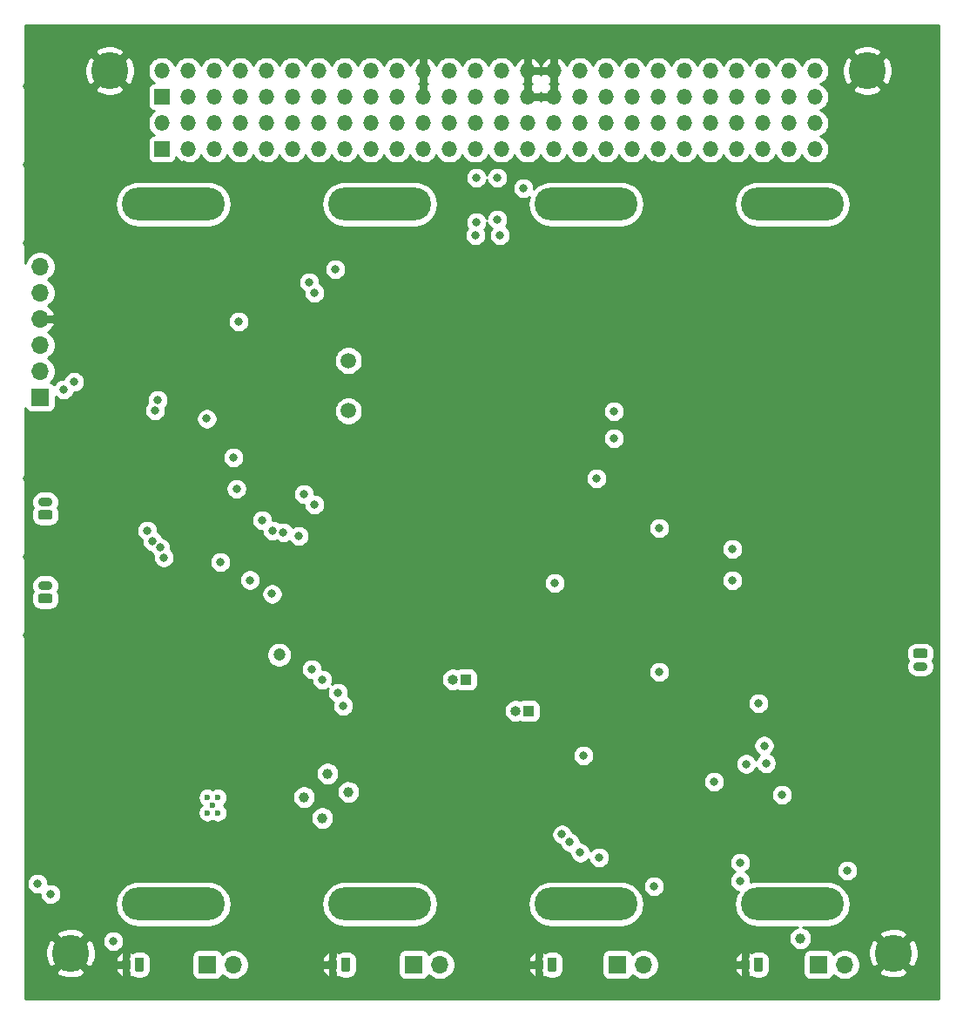
<source format=gbr>
%TF.GenerationSoftware,KiCad,Pcbnew,(5.1.9)-1*%
%TF.CreationDate,2022-01-29T13:33:30-05:00*%
%TF.ProjectId,BatteryMaster,42617474-6572-4794-9d61-737465722e6b,rev?*%
%TF.SameCoordinates,Original*%
%TF.FileFunction,Copper,L3,Inr*%
%TF.FilePolarity,Positive*%
%FSLAX46Y46*%
G04 Gerber Fmt 4.6, Leading zero omitted, Abs format (unit mm)*
G04 Created by KiCad (PCBNEW (5.1.9)-1) date 2022-01-29 13:33:30*
%MOMM*%
%LPD*%
G01*
G04 APERTURE LIST*
%TA.AperFunction,ComponentPad*%
%ADD10O,10.000000X3.200000*%
%TD*%
%TA.AperFunction,ComponentPad*%
%ADD11O,0.900000X1.400000*%
%TD*%
%TA.AperFunction,ComponentPad*%
%ADD12O,1.700000X1.700000*%
%TD*%
%TA.AperFunction,ComponentPad*%
%ADD13R,1.700000X1.700000*%
%TD*%
%TA.AperFunction,ComponentPad*%
%ADD14O,1.500000X1.500000*%
%TD*%
%TA.AperFunction,ComponentPad*%
%ADD15R,1.500000X1.500000*%
%TD*%
%TA.AperFunction,ComponentPad*%
%ADD16O,1.400000X0.900000*%
%TD*%
%TA.AperFunction,ComponentPad*%
%ADD17O,1.000000X1.000000*%
%TD*%
%TA.AperFunction,ComponentPad*%
%ADD18R,1.000000X1.000000*%
%TD*%
%TA.AperFunction,ComponentPad*%
%ADD19C,1.500000*%
%TD*%
%TA.AperFunction,ComponentPad*%
%ADD20C,0.600000*%
%TD*%
%TA.AperFunction,ComponentPad*%
%ADD21C,3.600000*%
%TD*%
%TA.AperFunction,ViaPad*%
%ADD22C,0.800000*%
%TD*%
%TA.AperFunction,ViaPad*%
%ADD23C,1.200000*%
%TD*%
%TA.AperFunction,ViaPad*%
%ADD24C,1.000000*%
%TD*%
%TA.AperFunction,Conductor*%
%ADD25C,0.254000*%
%TD*%
%TA.AperFunction,Conductor*%
%ADD26C,0.100000*%
%TD*%
G04 APERTURE END LIST*
D10*
%TO.N,Net-(BT1-Pad2)*%
%TO.C,BT1*%
X121920000Y-70902000D03*
%TO.N,Net-(BT1-Pad1)*%
X121920000Y-138902000D03*
%TD*%
D11*
%TO.N,GND*%
%TO.C,TH4*%
X117368000Y-144780000D03*
%TO.N,/TBAT1*%
%TA.AperFunction,ComponentPad*%
G36*
G01*
X119068000Y-144305000D02*
X119068000Y-145255000D01*
G75*
G02*
X118843000Y-145480000I-225000J0D01*
G01*
X118393000Y-145480000D01*
G75*
G02*
X118168000Y-145255000I0J225000D01*
G01*
X118168000Y-144305000D01*
G75*
G02*
X118393000Y-144080000I225000J0D01*
G01*
X118843000Y-144080000D01*
G75*
G02*
X119068000Y-144305000I0J-225000D01*
G01*
G37*
%TD.AperFunction*%
%TD*%
%TO.N,GND*%
%TO.C,TH3*%
X177566000Y-144780000D03*
%TO.N,/TBAT4*%
%TA.AperFunction,ComponentPad*%
G36*
G01*
X179266000Y-144305000D02*
X179266000Y-145255000D01*
G75*
G02*
X179041000Y-145480000I-225000J0D01*
G01*
X178591000Y-145480000D01*
G75*
G02*
X178366000Y-145255000I0J225000D01*
G01*
X178366000Y-144305000D01*
G75*
G02*
X178591000Y-144080000I225000J0D01*
G01*
X179041000Y-144080000D01*
G75*
G02*
X179266000Y-144305000I0J-225000D01*
G01*
G37*
%TD.AperFunction*%
%TD*%
%TO.N,GND*%
%TO.C,TH2*%
X157500000Y-144780000D03*
%TO.N,/TBAT3*%
%TA.AperFunction,ComponentPad*%
G36*
G01*
X159200000Y-144305000D02*
X159200000Y-145255000D01*
G75*
G02*
X158975000Y-145480000I-225000J0D01*
G01*
X158525000Y-145480000D01*
G75*
G02*
X158300000Y-145255000I0J225000D01*
G01*
X158300000Y-144305000D01*
G75*
G02*
X158525000Y-144080000I225000J0D01*
G01*
X158975000Y-144080000D01*
G75*
G02*
X159200000Y-144305000I0J-225000D01*
G01*
G37*
%TD.AperFunction*%
%TD*%
%TO.N,GND*%
%TO.C,TH1*%
X137434000Y-144780000D03*
%TO.N,/TBAT2*%
%TA.AperFunction,ComponentPad*%
G36*
G01*
X139134000Y-144305000D02*
X139134000Y-145255000D01*
G75*
G02*
X138909000Y-145480000I-225000J0D01*
G01*
X138459000Y-145480000D01*
G75*
G02*
X138234000Y-145255000I0J225000D01*
G01*
X138234000Y-144305000D01*
G75*
G02*
X138459000Y-144080000I225000J0D01*
G01*
X138909000Y-144080000D01*
G75*
G02*
X139134000Y-144305000I0J-225000D01*
G01*
G37*
%TD.AperFunction*%
%TD*%
D12*
%TO.N,/D+*%
%TO.C,J1*%
X108966000Y-76962000D03*
%TO.N,/D-*%
X108966000Y-79502000D03*
%TO.N,GND*%
X108966000Y-82042000D03*
%TO.N,/SWDCLK*%
X108966000Y-84582000D03*
%TO.N,/SWDIO*%
X108966000Y-87122000D03*
D13*
%TO.N,VDD*%
X108966000Y-89662000D03*
%TD*%
D14*
%TO.N,N/C*%
%TO.C,H2*%
X184306000Y-57939000D03*
X184306000Y-60479000D03*
X181766000Y-57939000D03*
X181766000Y-60479000D03*
X179226000Y-57939000D03*
X179226000Y-60479000D03*
%TO.N,+BATT*%
X176686000Y-57939000D03*
X176686000Y-60479000D03*
%TO.N,BCR_OUT*%
X174146000Y-57939000D03*
X174146000Y-60479000D03*
X171606000Y-57939000D03*
X171606000Y-60479000D03*
%TO.N,N/C*%
X169066000Y-57939000D03*
X169066000Y-60479000D03*
X166526000Y-57939000D03*
X166526000Y-60479000D03*
%TO.N,PCM_IN*%
X163986000Y-57939000D03*
X163986000Y-60479000D03*
%TO.N,N/C*%
X161446000Y-57939000D03*
X161446000Y-60479000D03*
%TO.N,GND*%
X158906000Y-57939000D03*
X158906000Y-60479000D03*
X156366000Y-57939000D03*
X156366000Y-60479000D03*
%TO.N,+3V3*%
X153826000Y-57939000D03*
X153826000Y-60479000D03*
%TO.N,+5V*%
X151286000Y-57939000D03*
X151286000Y-60479000D03*
%TO.N,N/C*%
X148746000Y-57939000D03*
X148746000Y-60479000D03*
%TO.N,GND*%
X146206000Y-57939000D03*
X146206000Y-60479000D03*
%TO.N,N/C*%
X143666000Y-57939000D03*
X143666000Y-60479000D03*
X141126000Y-57939000D03*
X141126000Y-60479000D03*
X138586000Y-57939000D03*
X138586000Y-60479000D03*
X136046000Y-57939000D03*
X136046000Y-60479000D03*
X133506000Y-57939000D03*
X133506000Y-60479000D03*
X130966000Y-57939000D03*
X130966000Y-60479000D03*
X128426000Y-57939000D03*
X128426000Y-60479000D03*
X125886000Y-57939000D03*
X125886000Y-60479000D03*
X123346000Y-57939000D03*
X123346000Y-60479000D03*
X120806000Y-57939000D03*
D15*
X120806000Y-60479000D03*
%TD*%
D14*
%TO.N,N/C*%
%TO.C,H1*%
X184306000Y-63019000D03*
X184306000Y-65559000D03*
X181766000Y-63019000D03*
X181766000Y-65559000D03*
X179226000Y-63019000D03*
X179226000Y-65559000D03*
X176686000Y-63019000D03*
X176686000Y-65559000D03*
X174146000Y-63019000D03*
X174146000Y-65559000D03*
X171606000Y-63019000D03*
X171606000Y-65559000D03*
X169066000Y-63019000D03*
%TO.N,/SS*%
X169066000Y-65559000D03*
%TO.N,N/C*%
X166526000Y-63019000D03*
%TO.N,/MOSI*%
X166526000Y-65559000D03*
%TO.N,N/C*%
X163986000Y-63019000D03*
%TO.N,/MISO*%
X163986000Y-65559000D03*
%TO.N,N/C*%
X161446000Y-63019000D03*
%TO.N,/SCK*%
X161446000Y-65559000D03*
%TO.N,N/C*%
X158906000Y-63019000D03*
X158906000Y-65559000D03*
X156366000Y-63019000D03*
X156366000Y-65559000D03*
X153826000Y-63019000D03*
X153826000Y-65559000D03*
X151286000Y-63019000D03*
X151286000Y-65559000D03*
X148746000Y-63019000D03*
X148746000Y-65559000D03*
X146206000Y-63019000D03*
X146206000Y-65559000D03*
X143666000Y-63019000D03*
X143666000Y-65559000D03*
X141126000Y-63019000D03*
X141126000Y-65559000D03*
X138586000Y-63019000D03*
X138586000Y-65559000D03*
X136046000Y-63019000D03*
X136046000Y-65559000D03*
X133506000Y-63019000D03*
X133506000Y-65559000D03*
X130966000Y-63019000D03*
X130966000Y-65559000D03*
X128426000Y-63019000D03*
X128426000Y-65559000D03*
X125886000Y-63019000D03*
X125886000Y-65559000D03*
X123346000Y-63019000D03*
X123346000Y-65559000D03*
X120806000Y-63019000D03*
D15*
X120806000Y-65559000D03*
%TD*%
D16*
%TO.N,Net-(R25-Pad2)*%
%TO.C,SW1*%
X194564000Y-115804000D03*
%TO.N,Net-(C13-Pad2)*%
%TA.AperFunction,ComponentPad*%
G36*
G01*
X194089000Y-114104000D02*
X195039000Y-114104000D01*
G75*
G02*
X195264000Y-114329000I0J-225000D01*
G01*
X195264000Y-114779000D01*
G75*
G02*
X195039000Y-115004000I-225000J0D01*
G01*
X194089000Y-115004000D01*
G75*
G02*
X193864000Y-114779000I0J225000D01*
G01*
X193864000Y-114329000D01*
G75*
G02*
X194089000Y-114104000I225000J0D01*
G01*
G37*
%TD.AperFunction*%
%TD*%
D17*
%TO.N,Net-(C19-Pad1)*%
%TO.C,JP3*%
X155194000Y-120142000D03*
D18*
%TO.N,Net-(JP3-Pad1)*%
X156464000Y-120142000D03*
%TD*%
D17*
%TO.N,Net-(JP2-Pad2)*%
%TO.C,JP2*%
X149098000Y-117094000D03*
D18*
%TO.N,Net-(C16-Pad2)*%
X150368000Y-117094000D03*
%TD*%
D10*
%TO.N,-BATT*%
%TO.C,BT4*%
X182118000Y-138902000D03*
%TO.N,Net-(BT1-Pad2)*%
X182118000Y-70902000D03*
%TD*%
%TO.N,-BATT*%
%TO.C,BT2*%
X162052000Y-138902000D03*
%TO.N,Net-(BT1-Pad2)*%
X162052000Y-70902000D03*
%TD*%
%TO.N,Net-(BT1-Pad2)*%
%TO.C,BT3*%
X141986000Y-70902000D03*
%TO.N,Net-(BT1-Pad1)*%
X141986000Y-138902000D03*
%TD*%
D19*
%TO.N,Net-(C12-Pad1)*%
%TO.C,Y1*%
X138938000Y-90986000D03*
%TO.N,Net-(C11-Pad1)*%
X138938000Y-86106000D03*
%TD*%
D20*
%TO.N,-BATT*%
%TO.C,U3*%
X125230000Y-130036000D03*
X126230000Y-130036000D03*
X125230000Y-128536000D03*
X126230000Y-128536000D03*
X125730000Y-129286000D03*
%TD*%
D16*
%TO.N,Net-(R27-Pad1)*%
%TO.C,SW3*%
X109474000Y-107970000D03*
%TO.N,Net-(C19-Pad1)*%
%TA.AperFunction,ComponentPad*%
G36*
G01*
X109949000Y-109670000D02*
X108999000Y-109670000D01*
G75*
G02*
X108774000Y-109445000I0J225000D01*
G01*
X108774000Y-108995000D01*
G75*
G02*
X108999000Y-108770000I225000J0D01*
G01*
X109949000Y-108770000D01*
G75*
G02*
X110174000Y-108995000I0J-225000D01*
G01*
X110174000Y-109445000D01*
G75*
G02*
X109949000Y-109670000I-225000J0D01*
G01*
G37*
%TD.AperFunction*%
%TD*%
%TO.N,Net-(C16-Pad2)*%
%TO.C,SW2*%
X109474000Y-99842000D03*
%TO.N,Net-(R28-Pad2)*%
%TA.AperFunction,ComponentPad*%
G36*
G01*
X109949000Y-101542000D02*
X108999000Y-101542000D01*
G75*
G02*
X108774000Y-101317000I0J225000D01*
G01*
X108774000Y-100867000D01*
G75*
G02*
X108999000Y-100642000I225000J0D01*
G01*
X109949000Y-100642000D01*
G75*
G02*
X110174000Y-100867000I0J-225000D01*
G01*
X110174000Y-101317000D01*
G75*
G02*
X109949000Y-101542000I-225000J0D01*
G01*
G37*
%TD.AperFunction*%
%TD*%
D12*
%TO.N,Net-(Q25-Pad3)*%
%TO.C,R56*%
X127762000Y-144780000D03*
D13*
%TO.N,Net-(Q24-Pad3)*%
X125222000Y-144780000D03*
%TD*%
D12*
%TO.N,Net-(Q22-Pad3)*%
%TO.C,R49*%
X187198000Y-144780000D03*
D13*
%TO.N,Net-(Q21-Pad3)*%
X184658000Y-144780000D03*
%TD*%
D12*
%TO.N,Net-(Q19-Pad3)*%
%TO.C,R42*%
X167640000Y-144780000D03*
D13*
%TO.N,Net-(Q18-Pad3)*%
X165100000Y-144780000D03*
%TD*%
D12*
%TO.N,Net-(Q16-Pad3)*%
%TO.C,R35*%
X147828000Y-144780000D03*
D13*
%TO.N,Net-(Q15-Pad3)*%
X145288000Y-144780000D03*
%TD*%
D21*
%TO.N,GND*%
%TO.C,MH4*%
X191926000Y-143664000D03*
%TD*%
%TO.N,GND*%
%TO.C,MH3*%
X111916000Y-143664000D03*
%TD*%
%TO.N,GND*%
%TO.C,MH2*%
X189386000Y-57939000D03*
%TD*%
%TO.N,GND*%
%TO.C,MH1*%
X115726000Y-57939000D03*
%TD*%
D22*
%TO.N,GND*%
X161036000Y-97536000D03*
X145796000Y-102616000D03*
X138176000Y-102616000D03*
X138176000Y-97536000D03*
D23*
%TO.N,Net-(BT1-Pad2)*%
X132207000Y-114681000D03*
D24*
%TO.N,GND*%
X179070000Y-100584000D03*
X183896000Y-97536000D03*
X181610000Y-91186000D03*
X189230000Y-91440000D03*
X185674000Y-79756000D03*
X167894000Y-75692000D03*
X169418000Y-82042000D03*
X185166000Y-112268000D03*
X177038000Y-111506000D03*
X144272000Y-131572000D03*
X151130000Y-131572000D03*
X133350000Y-80772000D03*
X125730000Y-78486000D03*
X116078000Y-86106000D03*
X122936000Y-98298000D03*
X129794000Y-95504000D03*
X141732000Y-75692000D03*
X151384000Y-80518000D03*
X146304000Y-85852000D03*
X146304000Y-90932000D03*
X135382000Y-91948000D03*
X163576000Y-117348000D03*
X175514000Y-125222000D03*
X173228000Y-137160000D03*
X176022000Y-131318000D03*
X193548000Y-136398000D03*
X195072000Y-127762000D03*
X189484000Y-125730000D03*
X191262000Y-119888000D03*
X173990000Y-118618000D03*
D22*
X122936000Y-82296000D03*
X115316000Y-82296000D03*
X122936000Y-74676000D03*
X115316000Y-74676000D03*
X130556000Y-74676000D03*
X115316000Y-67056000D03*
X107696000Y-74676000D03*
X107696000Y-67056000D03*
X107696000Y-59436000D03*
X115316000Y-89916000D03*
X138176000Y-74676000D03*
X115316000Y-97536000D03*
X107696000Y-97536000D03*
X122936000Y-67056000D03*
X130556000Y-67056000D03*
X138176000Y-67056000D03*
X145796000Y-67056000D03*
X168656000Y-67056000D03*
X145796000Y-74676000D03*
X138176000Y-82296000D03*
X145796000Y-97536000D03*
X138176000Y-107696000D03*
X124460000Y-107696000D03*
X107696000Y-105156000D03*
X115316000Y-105156000D03*
X153416000Y-97536000D03*
X153416000Y-102616000D03*
X153416000Y-107696000D03*
X161036000Y-102616000D03*
X153416000Y-89916000D03*
X161036000Y-89916000D03*
X166116000Y-102616000D03*
X161036000Y-82296000D03*
X183896000Y-102616000D03*
X175260000Y-67056000D03*
X182880000Y-67056000D03*
X189992000Y-67056000D03*
X189992000Y-61976000D03*
X196088000Y-67056000D03*
X196088000Y-61976000D03*
X189992000Y-74676000D03*
X196088000Y-74676000D03*
X189992000Y-82296000D03*
X196088000Y-82296000D03*
X189992000Y-89916000D03*
X189992000Y-97536000D03*
X196088000Y-89916000D03*
X196088000Y-97536000D03*
X196088000Y-105156000D03*
X196088000Y-112776000D03*
X107696000Y-112776000D03*
X166116000Y-107696000D03*
%TO.N,/TELEM_VBAT*%
X176276000Y-104394000D03*
X176276000Y-107442000D03*
D24*
%TO.N,+3V3*%
X182880000Y-142240000D03*
D22*
%TO.N,/TBAT2*%
X116077998Y-142494000D03*
X132616122Y-102791500D03*
X120655221Y-104273440D03*
%TO.N,/TBAT3*%
X109982000Y-137922000D03*
X131571994Y-102616000D03*
X119888002Y-103632000D03*
%TO.N,/TBAT4*%
X108712000Y-136906000D03*
X130556000Y-101600000D03*
X119380000Y-102616000D03*
%TO.N,/TBAT1*%
X134112000Y-103124000D03*
X120985548Y-105217319D03*
%TO.N,/MOSI*%
X135128000Y-78486000D03*
X137668000Y-77216000D03*
X151306990Y-73914000D03*
X153670000Y-73914000D03*
%TO.N,/MISO*%
X151384000Y-72644000D03*
X153416000Y-72390000D03*
%TO.N,/SCK*%
X151384000Y-68326000D03*
X153416000Y-68326000D03*
%TO.N,+5V*%
X155956000Y-69341980D03*
X169164000Y-116332000D03*
X169164000Y-102362000D03*
X179364460Y-123513610D03*
X177620510Y-125296510D03*
%TO.N,/TELEM_IBAT*%
X164762000Y-91016000D03*
X164762000Y-93642000D03*
X127762000Y-95504000D03*
X135636000Y-100076000D03*
X163068000Y-97536000D03*
%TO.N,/HANDSHAKE*%
X134620000Y-99059990D03*
X128066975Y-98552000D03*
%TO.N,/H2TOP*%
X125166490Y-91749510D03*
X174497988Y-127000000D03*
%TO.N,/H2BOT*%
X163322000Y-134366000D03*
X126492000Y-105664000D03*
%TO.N,/H3TOP*%
X178816000Y-119380000D03*
X131521025Y-108762975D03*
%TO.N,/H3BOT*%
X179549490Y-125222000D03*
X129365481Y-107419531D03*
%TO.N,/H4TOP*%
X120142000Y-90932000D03*
X181102000Y-128270000D03*
%TO.N,/H4BOT*%
X120396000Y-89916000D03*
X187452000Y-135636010D03*
%TO.N,/H1TOP*%
X159004006Y-107696000D03*
X128270000Y-82296000D03*
%TO.N,/H1BOT*%
X161798000Y-124460000D03*
X135636000Y-79502000D03*
D24*
%TO.N,Net-(C4-Pad2)*%
X136906000Y-126238000D03*
X134619998Y-128524000D03*
%TO.N,Net-(C5-Pad2)*%
X138938000Y-128016000D03*
X136398000Y-130556000D03*
D22*
%TO.N,Net-(C19-Pad1)*%
X138430000Y-119634000D03*
%TO.N,Net-(Q16-Pad3)*%
X168656000Y-137160000D03*
%TO.N,Net-(Q19-Pad3)*%
X177038000Y-136652000D03*
%TO.N,Net-(R27-Pad1)*%
X137922000Y-118363998D03*
%TO.N,Net-(R28-Pad2)*%
X135382000Y-116078000D03*
%TO.N,Net-(Q15-Pad3)*%
X161493025Y-133908975D03*
%TO.N,Net-(Q18-Pad3)*%
X177038000Y-134874000D03*
%TO.N,Net-(Q24-Pad3)*%
X159715025Y-132130975D03*
%TO.N,Net-(C16-Pad2)*%
X136398000Y-117094000D03*
%TO.N,Net-(Q25-Pad3)*%
X160477025Y-132892975D03*
%TO.N,/D+*%
X112268002Y-88172990D03*
%TO.N,/D-*%
X111252000Y-88900000D03*
%TD*%
D25*
%TO.N,GND*%
X196321001Y-148059000D02*
X107521000Y-148059000D01*
X107521000Y-145451488D01*
X110487722Y-145451488D01*
X110691079Y-145782090D01*
X111127834Y-145980362D01*
X111594878Y-146089617D01*
X112074263Y-146105657D01*
X112547565Y-146027866D01*
X112996597Y-145859234D01*
X113140921Y-145782090D01*
X113344278Y-145451488D01*
X113096399Y-145203609D01*
X116297446Y-145203609D01*
X116351886Y-145409128D01*
X116445375Y-145600077D01*
X116574319Y-145769118D01*
X116733764Y-145909756D01*
X116917583Y-146016585D01*
X116952112Y-146032129D01*
X117114000Y-145920743D01*
X117114000Y-145034000D01*
X116442218Y-145034000D01*
X116297446Y-145203609D01*
X113096399Y-145203609D01*
X111916000Y-144023210D01*
X110487722Y-145451488D01*
X107521000Y-145451488D01*
X107521000Y-143822263D01*
X109474343Y-143822263D01*
X109552134Y-144295565D01*
X109720766Y-144744597D01*
X109797910Y-144888921D01*
X110128512Y-145092278D01*
X111556790Y-143664000D01*
X112275210Y-143664000D01*
X113703488Y-145092278D01*
X114034090Y-144888921D01*
X114232362Y-144452166D01*
X114254766Y-144356391D01*
X116297446Y-144356391D01*
X116442218Y-144526000D01*
X117114000Y-144526000D01*
X117114000Y-144305000D01*
X117529928Y-144305000D01*
X117529928Y-145255000D01*
X117546512Y-145423377D01*
X117595625Y-145585283D01*
X117622000Y-145634627D01*
X117622000Y-145920743D01*
X117783888Y-146032129D01*
X117818417Y-146016585D01*
X117905447Y-145966006D01*
X117913503Y-145972618D01*
X118062717Y-146052375D01*
X118224623Y-146101488D01*
X118393000Y-146118072D01*
X118843000Y-146118072D01*
X119011377Y-146101488D01*
X119173283Y-146052375D01*
X119322497Y-145972618D01*
X119453284Y-145865284D01*
X119560618Y-145734497D01*
X119640375Y-145585283D01*
X119689488Y-145423377D01*
X119706072Y-145255000D01*
X119706072Y-144305000D01*
X119689488Y-144136623D01*
X119640375Y-143974717D01*
X119616474Y-143930000D01*
X123733928Y-143930000D01*
X123733928Y-145630000D01*
X123746188Y-145754482D01*
X123782498Y-145874180D01*
X123841463Y-145984494D01*
X123920815Y-146081185D01*
X124017506Y-146160537D01*
X124127820Y-146219502D01*
X124247518Y-146255812D01*
X124372000Y-146268072D01*
X126072000Y-146268072D01*
X126196482Y-146255812D01*
X126316180Y-146219502D01*
X126426494Y-146160537D01*
X126523185Y-146081185D01*
X126602537Y-145984494D01*
X126661502Y-145874180D01*
X126683513Y-145801620D01*
X126815368Y-145933475D01*
X127058589Y-146095990D01*
X127328842Y-146207932D01*
X127615740Y-146265000D01*
X127908260Y-146265000D01*
X128195158Y-146207932D01*
X128465411Y-146095990D01*
X128708632Y-145933475D01*
X128915475Y-145726632D01*
X129077990Y-145483411D01*
X129189932Y-145213158D01*
X129191831Y-145203609D01*
X136363446Y-145203609D01*
X136417886Y-145409128D01*
X136511375Y-145600077D01*
X136640319Y-145769118D01*
X136799764Y-145909756D01*
X136983583Y-146016585D01*
X137018112Y-146032129D01*
X137180000Y-145920743D01*
X137180000Y-145034000D01*
X136508218Y-145034000D01*
X136363446Y-145203609D01*
X129191831Y-145203609D01*
X129247000Y-144926260D01*
X129247000Y-144633740D01*
X129191832Y-144356391D01*
X136363446Y-144356391D01*
X136508218Y-144526000D01*
X137180000Y-144526000D01*
X137180000Y-144305000D01*
X137595928Y-144305000D01*
X137595928Y-145255000D01*
X137612512Y-145423377D01*
X137661625Y-145585283D01*
X137688000Y-145634627D01*
X137688000Y-145920743D01*
X137849888Y-146032129D01*
X137884417Y-146016585D01*
X137971447Y-145966006D01*
X137979503Y-145972618D01*
X138128717Y-146052375D01*
X138290623Y-146101488D01*
X138459000Y-146118072D01*
X138909000Y-146118072D01*
X139077377Y-146101488D01*
X139239283Y-146052375D01*
X139388497Y-145972618D01*
X139519284Y-145865284D01*
X139626618Y-145734497D01*
X139706375Y-145585283D01*
X139755488Y-145423377D01*
X139772072Y-145255000D01*
X139772072Y-144305000D01*
X139755488Y-144136623D01*
X139706375Y-143974717D01*
X139682474Y-143930000D01*
X143799928Y-143930000D01*
X143799928Y-145630000D01*
X143812188Y-145754482D01*
X143848498Y-145874180D01*
X143907463Y-145984494D01*
X143986815Y-146081185D01*
X144083506Y-146160537D01*
X144193820Y-146219502D01*
X144313518Y-146255812D01*
X144438000Y-146268072D01*
X146138000Y-146268072D01*
X146262482Y-146255812D01*
X146382180Y-146219502D01*
X146492494Y-146160537D01*
X146589185Y-146081185D01*
X146668537Y-145984494D01*
X146727502Y-145874180D01*
X146749513Y-145801620D01*
X146881368Y-145933475D01*
X147124589Y-146095990D01*
X147394842Y-146207932D01*
X147681740Y-146265000D01*
X147974260Y-146265000D01*
X148261158Y-146207932D01*
X148531411Y-146095990D01*
X148774632Y-145933475D01*
X148981475Y-145726632D01*
X149143990Y-145483411D01*
X149255932Y-145213158D01*
X149257831Y-145203609D01*
X156429446Y-145203609D01*
X156483886Y-145409128D01*
X156577375Y-145600077D01*
X156706319Y-145769118D01*
X156865764Y-145909756D01*
X157049583Y-146016585D01*
X157084112Y-146032129D01*
X157246000Y-145920743D01*
X157246000Y-145034000D01*
X156574218Y-145034000D01*
X156429446Y-145203609D01*
X149257831Y-145203609D01*
X149313000Y-144926260D01*
X149313000Y-144633740D01*
X149257832Y-144356391D01*
X156429446Y-144356391D01*
X156574218Y-144526000D01*
X157246000Y-144526000D01*
X157246000Y-144305000D01*
X157661928Y-144305000D01*
X157661928Y-145255000D01*
X157678512Y-145423377D01*
X157727625Y-145585283D01*
X157754000Y-145634627D01*
X157754000Y-145920743D01*
X157915888Y-146032129D01*
X157950417Y-146016585D01*
X158037447Y-145966006D01*
X158045503Y-145972618D01*
X158194717Y-146052375D01*
X158356623Y-146101488D01*
X158525000Y-146118072D01*
X158975000Y-146118072D01*
X159143377Y-146101488D01*
X159305283Y-146052375D01*
X159454497Y-145972618D01*
X159585284Y-145865284D01*
X159692618Y-145734497D01*
X159772375Y-145585283D01*
X159821488Y-145423377D01*
X159838072Y-145255000D01*
X159838072Y-144305000D01*
X159821488Y-144136623D01*
X159772375Y-143974717D01*
X159748474Y-143930000D01*
X163611928Y-143930000D01*
X163611928Y-145630000D01*
X163624188Y-145754482D01*
X163660498Y-145874180D01*
X163719463Y-145984494D01*
X163798815Y-146081185D01*
X163895506Y-146160537D01*
X164005820Y-146219502D01*
X164125518Y-146255812D01*
X164250000Y-146268072D01*
X165950000Y-146268072D01*
X166074482Y-146255812D01*
X166194180Y-146219502D01*
X166304494Y-146160537D01*
X166401185Y-146081185D01*
X166480537Y-145984494D01*
X166539502Y-145874180D01*
X166561513Y-145801620D01*
X166693368Y-145933475D01*
X166936589Y-146095990D01*
X167206842Y-146207932D01*
X167493740Y-146265000D01*
X167786260Y-146265000D01*
X168073158Y-146207932D01*
X168343411Y-146095990D01*
X168586632Y-145933475D01*
X168793475Y-145726632D01*
X168955990Y-145483411D01*
X169067932Y-145213158D01*
X169069831Y-145203609D01*
X176495446Y-145203609D01*
X176549886Y-145409128D01*
X176643375Y-145600077D01*
X176772319Y-145769118D01*
X176931764Y-145909756D01*
X177115583Y-146016585D01*
X177150112Y-146032129D01*
X177312000Y-145920743D01*
X177312000Y-145034000D01*
X176640218Y-145034000D01*
X176495446Y-145203609D01*
X169069831Y-145203609D01*
X169125000Y-144926260D01*
X169125000Y-144633740D01*
X169069832Y-144356391D01*
X176495446Y-144356391D01*
X176640218Y-144526000D01*
X177312000Y-144526000D01*
X177312000Y-144305000D01*
X177727928Y-144305000D01*
X177727928Y-145255000D01*
X177744512Y-145423377D01*
X177793625Y-145585283D01*
X177820000Y-145634627D01*
X177820000Y-145920743D01*
X177981888Y-146032129D01*
X178016417Y-146016585D01*
X178103447Y-145966006D01*
X178111503Y-145972618D01*
X178260717Y-146052375D01*
X178422623Y-146101488D01*
X178591000Y-146118072D01*
X179041000Y-146118072D01*
X179209377Y-146101488D01*
X179371283Y-146052375D01*
X179520497Y-145972618D01*
X179651284Y-145865284D01*
X179758618Y-145734497D01*
X179838375Y-145585283D01*
X179887488Y-145423377D01*
X179904072Y-145255000D01*
X179904072Y-144305000D01*
X179887488Y-144136623D01*
X179838375Y-143974717D01*
X179814474Y-143930000D01*
X183169928Y-143930000D01*
X183169928Y-145630000D01*
X183182188Y-145754482D01*
X183218498Y-145874180D01*
X183277463Y-145984494D01*
X183356815Y-146081185D01*
X183453506Y-146160537D01*
X183563820Y-146219502D01*
X183683518Y-146255812D01*
X183808000Y-146268072D01*
X185508000Y-146268072D01*
X185632482Y-146255812D01*
X185752180Y-146219502D01*
X185862494Y-146160537D01*
X185959185Y-146081185D01*
X186038537Y-145984494D01*
X186097502Y-145874180D01*
X186119513Y-145801620D01*
X186251368Y-145933475D01*
X186494589Y-146095990D01*
X186764842Y-146207932D01*
X187051740Y-146265000D01*
X187344260Y-146265000D01*
X187631158Y-146207932D01*
X187901411Y-146095990D01*
X188144632Y-145933475D01*
X188351475Y-145726632D01*
X188513990Y-145483411D01*
X188527212Y-145451488D01*
X190497722Y-145451488D01*
X190701079Y-145782090D01*
X191137834Y-145980362D01*
X191604878Y-146089617D01*
X192084263Y-146105657D01*
X192557565Y-146027866D01*
X193006597Y-145859234D01*
X193150921Y-145782090D01*
X193354278Y-145451488D01*
X191926000Y-144023210D01*
X190497722Y-145451488D01*
X188527212Y-145451488D01*
X188625932Y-145213158D01*
X188683000Y-144926260D01*
X188683000Y-144633740D01*
X188625932Y-144346842D01*
X188513990Y-144076589D01*
X188351475Y-143833368D01*
X188340370Y-143822263D01*
X189484343Y-143822263D01*
X189562134Y-144295565D01*
X189730766Y-144744597D01*
X189807910Y-144888921D01*
X190138512Y-145092278D01*
X191566790Y-143664000D01*
X192285210Y-143664000D01*
X193713488Y-145092278D01*
X194044090Y-144888921D01*
X194242362Y-144452166D01*
X194351617Y-143985122D01*
X194367657Y-143505737D01*
X194289866Y-143032435D01*
X194121234Y-142583403D01*
X194044090Y-142439079D01*
X193713488Y-142235722D01*
X192285210Y-143664000D01*
X191566790Y-143664000D01*
X190138512Y-142235722D01*
X189807910Y-142439079D01*
X189609638Y-142875834D01*
X189500383Y-143342878D01*
X189484343Y-143822263D01*
X188340370Y-143822263D01*
X188144632Y-143626525D01*
X187901411Y-143464010D01*
X187631158Y-143352068D01*
X187344260Y-143295000D01*
X187051740Y-143295000D01*
X186764842Y-143352068D01*
X186494589Y-143464010D01*
X186251368Y-143626525D01*
X186119513Y-143758380D01*
X186097502Y-143685820D01*
X186038537Y-143575506D01*
X185959185Y-143478815D01*
X185862494Y-143399463D01*
X185752180Y-143340498D01*
X185632482Y-143304188D01*
X185508000Y-143291928D01*
X183808000Y-143291928D01*
X183683518Y-143304188D01*
X183563820Y-143340498D01*
X183453506Y-143399463D01*
X183356815Y-143478815D01*
X183277463Y-143575506D01*
X183218498Y-143685820D01*
X183182188Y-143805518D01*
X183169928Y-143930000D01*
X179814474Y-143930000D01*
X179758618Y-143825503D01*
X179651284Y-143694716D01*
X179520497Y-143587382D01*
X179371283Y-143507625D01*
X179209377Y-143458512D01*
X179041000Y-143441928D01*
X178591000Y-143441928D01*
X178422623Y-143458512D01*
X178260717Y-143507625D01*
X178111503Y-143587382D01*
X178103447Y-143593994D01*
X178016417Y-143543415D01*
X177981888Y-143527871D01*
X177820000Y-143639257D01*
X177820000Y-143925373D01*
X177793625Y-143974717D01*
X177744512Y-144136623D01*
X177727928Y-144305000D01*
X177312000Y-144305000D01*
X177312000Y-143639257D01*
X177150112Y-143527871D01*
X177115583Y-143543415D01*
X176931764Y-143650244D01*
X176772319Y-143790882D01*
X176643375Y-143959923D01*
X176549886Y-144150872D01*
X176495446Y-144356391D01*
X169069832Y-144356391D01*
X169067932Y-144346842D01*
X168955990Y-144076589D01*
X168793475Y-143833368D01*
X168586632Y-143626525D01*
X168343411Y-143464010D01*
X168073158Y-143352068D01*
X167786260Y-143295000D01*
X167493740Y-143295000D01*
X167206842Y-143352068D01*
X166936589Y-143464010D01*
X166693368Y-143626525D01*
X166561513Y-143758380D01*
X166539502Y-143685820D01*
X166480537Y-143575506D01*
X166401185Y-143478815D01*
X166304494Y-143399463D01*
X166194180Y-143340498D01*
X166074482Y-143304188D01*
X165950000Y-143291928D01*
X164250000Y-143291928D01*
X164125518Y-143304188D01*
X164005820Y-143340498D01*
X163895506Y-143399463D01*
X163798815Y-143478815D01*
X163719463Y-143575506D01*
X163660498Y-143685820D01*
X163624188Y-143805518D01*
X163611928Y-143930000D01*
X159748474Y-143930000D01*
X159692618Y-143825503D01*
X159585284Y-143694716D01*
X159454497Y-143587382D01*
X159305283Y-143507625D01*
X159143377Y-143458512D01*
X158975000Y-143441928D01*
X158525000Y-143441928D01*
X158356623Y-143458512D01*
X158194717Y-143507625D01*
X158045503Y-143587382D01*
X158037447Y-143593994D01*
X157950417Y-143543415D01*
X157915888Y-143527871D01*
X157754000Y-143639257D01*
X157754000Y-143925373D01*
X157727625Y-143974717D01*
X157678512Y-144136623D01*
X157661928Y-144305000D01*
X157246000Y-144305000D01*
X157246000Y-143639257D01*
X157084112Y-143527871D01*
X157049583Y-143543415D01*
X156865764Y-143650244D01*
X156706319Y-143790882D01*
X156577375Y-143959923D01*
X156483886Y-144150872D01*
X156429446Y-144356391D01*
X149257832Y-144356391D01*
X149255932Y-144346842D01*
X149143990Y-144076589D01*
X148981475Y-143833368D01*
X148774632Y-143626525D01*
X148531411Y-143464010D01*
X148261158Y-143352068D01*
X147974260Y-143295000D01*
X147681740Y-143295000D01*
X147394842Y-143352068D01*
X147124589Y-143464010D01*
X146881368Y-143626525D01*
X146749513Y-143758380D01*
X146727502Y-143685820D01*
X146668537Y-143575506D01*
X146589185Y-143478815D01*
X146492494Y-143399463D01*
X146382180Y-143340498D01*
X146262482Y-143304188D01*
X146138000Y-143291928D01*
X144438000Y-143291928D01*
X144313518Y-143304188D01*
X144193820Y-143340498D01*
X144083506Y-143399463D01*
X143986815Y-143478815D01*
X143907463Y-143575506D01*
X143848498Y-143685820D01*
X143812188Y-143805518D01*
X143799928Y-143930000D01*
X139682474Y-143930000D01*
X139626618Y-143825503D01*
X139519284Y-143694716D01*
X139388497Y-143587382D01*
X139239283Y-143507625D01*
X139077377Y-143458512D01*
X138909000Y-143441928D01*
X138459000Y-143441928D01*
X138290623Y-143458512D01*
X138128717Y-143507625D01*
X137979503Y-143587382D01*
X137971447Y-143593994D01*
X137884417Y-143543415D01*
X137849888Y-143527871D01*
X137688000Y-143639257D01*
X137688000Y-143925373D01*
X137661625Y-143974717D01*
X137612512Y-144136623D01*
X137595928Y-144305000D01*
X137180000Y-144305000D01*
X137180000Y-143639257D01*
X137018112Y-143527871D01*
X136983583Y-143543415D01*
X136799764Y-143650244D01*
X136640319Y-143790882D01*
X136511375Y-143959923D01*
X136417886Y-144150872D01*
X136363446Y-144356391D01*
X129191832Y-144356391D01*
X129189932Y-144346842D01*
X129077990Y-144076589D01*
X128915475Y-143833368D01*
X128708632Y-143626525D01*
X128465411Y-143464010D01*
X128195158Y-143352068D01*
X127908260Y-143295000D01*
X127615740Y-143295000D01*
X127328842Y-143352068D01*
X127058589Y-143464010D01*
X126815368Y-143626525D01*
X126683513Y-143758380D01*
X126661502Y-143685820D01*
X126602537Y-143575506D01*
X126523185Y-143478815D01*
X126426494Y-143399463D01*
X126316180Y-143340498D01*
X126196482Y-143304188D01*
X126072000Y-143291928D01*
X124372000Y-143291928D01*
X124247518Y-143304188D01*
X124127820Y-143340498D01*
X124017506Y-143399463D01*
X123920815Y-143478815D01*
X123841463Y-143575506D01*
X123782498Y-143685820D01*
X123746188Y-143805518D01*
X123733928Y-143930000D01*
X119616474Y-143930000D01*
X119560618Y-143825503D01*
X119453284Y-143694716D01*
X119322497Y-143587382D01*
X119173283Y-143507625D01*
X119011377Y-143458512D01*
X118843000Y-143441928D01*
X118393000Y-143441928D01*
X118224623Y-143458512D01*
X118062717Y-143507625D01*
X117913503Y-143587382D01*
X117905447Y-143593994D01*
X117818417Y-143543415D01*
X117783888Y-143527871D01*
X117622000Y-143639257D01*
X117622000Y-143925373D01*
X117595625Y-143974717D01*
X117546512Y-144136623D01*
X117529928Y-144305000D01*
X117114000Y-144305000D01*
X117114000Y-143639257D01*
X116952112Y-143527871D01*
X116917583Y-143543415D01*
X116733764Y-143650244D01*
X116574319Y-143790882D01*
X116445375Y-143959923D01*
X116351886Y-144150872D01*
X116297446Y-144356391D01*
X114254766Y-144356391D01*
X114341617Y-143985122D01*
X114357657Y-143505737D01*
X114279866Y-143032435D01*
X114111234Y-142583403D01*
X114034090Y-142439079D01*
X113957652Y-142392061D01*
X115042998Y-142392061D01*
X115042998Y-142595939D01*
X115082772Y-142795898D01*
X115160793Y-142984256D01*
X115274061Y-143153774D01*
X115418224Y-143297937D01*
X115587742Y-143411205D01*
X115776100Y-143489226D01*
X115976059Y-143529000D01*
X116179937Y-143529000D01*
X116379896Y-143489226D01*
X116568254Y-143411205D01*
X116737772Y-143297937D01*
X116881935Y-143153774D01*
X116995203Y-142984256D01*
X117073224Y-142795898D01*
X117112998Y-142595939D01*
X117112998Y-142392061D01*
X117073224Y-142192102D01*
X116995203Y-142003744D01*
X116881935Y-141834226D01*
X116737772Y-141690063D01*
X116568254Y-141576795D01*
X116379896Y-141498774D01*
X116179937Y-141459000D01*
X115976059Y-141459000D01*
X115776100Y-141498774D01*
X115587742Y-141576795D01*
X115418224Y-141690063D01*
X115274061Y-141834226D01*
X115160793Y-142003744D01*
X115082772Y-142192102D01*
X115042998Y-142392061D01*
X113957652Y-142392061D01*
X113703488Y-142235722D01*
X112275210Y-143664000D01*
X111556790Y-143664000D01*
X110128512Y-142235722D01*
X109797910Y-142439079D01*
X109599638Y-142875834D01*
X109490383Y-143342878D01*
X109474343Y-143822263D01*
X107521000Y-143822263D01*
X107521000Y-141876512D01*
X110487722Y-141876512D01*
X111916000Y-143304790D01*
X113344278Y-141876512D01*
X113140921Y-141545910D01*
X112704166Y-141347638D01*
X112237122Y-141238383D01*
X111757737Y-141222343D01*
X111284435Y-141300134D01*
X110835403Y-141468766D01*
X110691079Y-141545910D01*
X110487722Y-141876512D01*
X107521000Y-141876512D01*
X107521000Y-136804061D01*
X107677000Y-136804061D01*
X107677000Y-137007939D01*
X107716774Y-137207898D01*
X107794795Y-137396256D01*
X107908063Y-137565774D01*
X108052226Y-137709937D01*
X108221744Y-137823205D01*
X108410102Y-137901226D01*
X108610061Y-137941000D01*
X108813939Y-137941000D01*
X108947000Y-137914533D01*
X108947000Y-138023939D01*
X108986774Y-138223898D01*
X109064795Y-138412256D01*
X109178063Y-138581774D01*
X109322226Y-138725937D01*
X109491744Y-138839205D01*
X109680102Y-138917226D01*
X109880061Y-138957000D01*
X110083939Y-138957000D01*
X110283898Y-138917226D01*
X110320656Y-138902000D01*
X116274186Y-138902000D01*
X116317339Y-139340137D01*
X116445138Y-139761436D01*
X116652674Y-140149707D01*
X116931970Y-140490030D01*
X117272293Y-140769326D01*
X117660564Y-140976862D01*
X118081863Y-141104661D01*
X118410204Y-141137000D01*
X125429796Y-141137000D01*
X125758137Y-141104661D01*
X126179436Y-140976862D01*
X126567707Y-140769326D01*
X126908030Y-140490030D01*
X127187326Y-140149707D01*
X127394862Y-139761436D01*
X127522661Y-139340137D01*
X127565814Y-138902000D01*
X136340186Y-138902000D01*
X136383339Y-139340137D01*
X136511138Y-139761436D01*
X136718674Y-140149707D01*
X136997970Y-140490030D01*
X137338293Y-140769326D01*
X137726564Y-140976862D01*
X138147863Y-141104661D01*
X138476204Y-141137000D01*
X145495796Y-141137000D01*
X145824137Y-141104661D01*
X146245436Y-140976862D01*
X146633707Y-140769326D01*
X146974030Y-140490030D01*
X147253326Y-140149707D01*
X147460862Y-139761436D01*
X147588661Y-139340137D01*
X147631814Y-138902000D01*
X156406186Y-138902000D01*
X156449339Y-139340137D01*
X156577138Y-139761436D01*
X156784674Y-140149707D01*
X157063970Y-140490030D01*
X157404293Y-140769326D01*
X157792564Y-140976862D01*
X158213863Y-141104661D01*
X158542204Y-141137000D01*
X165561796Y-141137000D01*
X165890137Y-141104661D01*
X166311436Y-140976862D01*
X166699707Y-140769326D01*
X167040030Y-140490030D01*
X167319326Y-140149707D01*
X167526862Y-139761436D01*
X167654661Y-139340137D01*
X167697814Y-138902000D01*
X167654661Y-138463863D01*
X167526862Y-138042564D01*
X167319326Y-137654293D01*
X167040030Y-137313970D01*
X166728205Y-137058061D01*
X167621000Y-137058061D01*
X167621000Y-137261939D01*
X167660774Y-137461898D01*
X167738795Y-137650256D01*
X167852063Y-137819774D01*
X167996226Y-137963937D01*
X168165744Y-138077205D01*
X168354102Y-138155226D01*
X168554061Y-138195000D01*
X168757939Y-138195000D01*
X168957898Y-138155226D01*
X169146256Y-138077205D01*
X169315774Y-137963937D01*
X169459937Y-137819774D01*
X169573205Y-137650256D01*
X169651226Y-137461898D01*
X169691000Y-137261939D01*
X169691000Y-137058061D01*
X169651226Y-136858102D01*
X169573205Y-136669744D01*
X169459937Y-136500226D01*
X169315774Y-136356063D01*
X169146256Y-136242795D01*
X168957898Y-136164774D01*
X168757939Y-136125000D01*
X168554061Y-136125000D01*
X168354102Y-136164774D01*
X168165744Y-136242795D01*
X167996226Y-136356063D01*
X167852063Y-136500226D01*
X167738795Y-136669744D01*
X167660774Y-136858102D01*
X167621000Y-137058061D01*
X166728205Y-137058061D01*
X166699707Y-137034674D01*
X166311436Y-136827138D01*
X165890137Y-136699339D01*
X165561796Y-136667000D01*
X158542204Y-136667000D01*
X158213863Y-136699339D01*
X157792564Y-136827138D01*
X157404293Y-137034674D01*
X157063970Y-137313970D01*
X156784674Y-137654293D01*
X156577138Y-138042564D01*
X156449339Y-138463863D01*
X156406186Y-138902000D01*
X147631814Y-138902000D01*
X147588661Y-138463863D01*
X147460862Y-138042564D01*
X147253326Y-137654293D01*
X146974030Y-137313970D01*
X146633707Y-137034674D01*
X146245436Y-136827138D01*
X145824137Y-136699339D01*
X145495796Y-136667000D01*
X138476204Y-136667000D01*
X138147863Y-136699339D01*
X137726564Y-136827138D01*
X137338293Y-137034674D01*
X136997970Y-137313970D01*
X136718674Y-137654293D01*
X136511138Y-138042564D01*
X136383339Y-138463863D01*
X136340186Y-138902000D01*
X127565814Y-138902000D01*
X127522661Y-138463863D01*
X127394862Y-138042564D01*
X127187326Y-137654293D01*
X126908030Y-137313970D01*
X126567707Y-137034674D01*
X126179436Y-136827138D01*
X125758137Y-136699339D01*
X125429796Y-136667000D01*
X118410204Y-136667000D01*
X118081863Y-136699339D01*
X117660564Y-136827138D01*
X117272293Y-137034674D01*
X116931970Y-137313970D01*
X116652674Y-137654293D01*
X116445138Y-138042564D01*
X116317339Y-138463863D01*
X116274186Y-138902000D01*
X110320656Y-138902000D01*
X110472256Y-138839205D01*
X110641774Y-138725937D01*
X110785937Y-138581774D01*
X110899205Y-138412256D01*
X110977226Y-138223898D01*
X111017000Y-138023939D01*
X111017000Y-137820061D01*
X110977226Y-137620102D01*
X110899205Y-137431744D01*
X110785937Y-137262226D01*
X110641774Y-137118063D01*
X110472256Y-137004795D01*
X110283898Y-136926774D01*
X110083939Y-136887000D01*
X109880061Y-136887000D01*
X109747000Y-136913467D01*
X109747000Y-136804061D01*
X109707226Y-136604102D01*
X109629205Y-136415744D01*
X109515937Y-136246226D01*
X109371774Y-136102063D01*
X109202256Y-135988795D01*
X109013898Y-135910774D01*
X108813939Y-135871000D01*
X108610061Y-135871000D01*
X108410102Y-135910774D01*
X108221744Y-135988795D01*
X108052226Y-136102063D01*
X107908063Y-136246226D01*
X107794795Y-136415744D01*
X107716774Y-136604102D01*
X107677000Y-136804061D01*
X107521000Y-136804061D01*
X107521000Y-132029036D01*
X158680025Y-132029036D01*
X158680025Y-132232914D01*
X158719799Y-132432873D01*
X158797820Y-132621231D01*
X158911088Y-132790749D01*
X159055251Y-132934912D01*
X159224769Y-133048180D01*
X159413127Y-133126201D01*
X159470406Y-133137594D01*
X159481799Y-133194873D01*
X159559820Y-133383231D01*
X159673088Y-133552749D01*
X159817251Y-133696912D01*
X159986769Y-133810180D01*
X160175127Y-133888201D01*
X160375086Y-133927975D01*
X160458025Y-133927975D01*
X160458025Y-134010914D01*
X160497799Y-134210873D01*
X160575820Y-134399231D01*
X160689088Y-134568749D01*
X160833251Y-134712912D01*
X161002769Y-134826180D01*
X161191127Y-134904201D01*
X161391086Y-134943975D01*
X161594964Y-134943975D01*
X161794923Y-134904201D01*
X161983281Y-134826180D01*
X162152799Y-134712912D01*
X162296962Y-134568749D01*
X162304737Y-134557112D01*
X162326774Y-134667898D01*
X162404795Y-134856256D01*
X162518063Y-135025774D01*
X162662226Y-135169937D01*
X162831744Y-135283205D01*
X163020102Y-135361226D01*
X163220061Y-135401000D01*
X163423939Y-135401000D01*
X163623898Y-135361226D01*
X163812256Y-135283205D01*
X163981774Y-135169937D01*
X164125937Y-135025774D01*
X164239205Y-134856256D01*
X164274079Y-134772061D01*
X176003000Y-134772061D01*
X176003000Y-134975939D01*
X176042774Y-135175898D01*
X176120795Y-135364256D01*
X176234063Y-135533774D01*
X176378226Y-135677937D01*
X176505532Y-135763000D01*
X176378226Y-135848063D01*
X176234063Y-135992226D01*
X176120795Y-136161744D01*
X176042774Y-136350102D01*
X176003000Y-136550061D01*
X176003000Y-136753939D01*
X176042774Y-136953898D01*
X176120795Y-137142256D01*
X176234063Y-137311774D01*
X176378226Y-137455937D01*
X176547744Y-137569205D01*
X176736102Y-137647226D01*
X176843078Y-137668505D01*
X176643138Y-138042564D01*
X176515339Y-138463863D01*
X176472186Y-138902000D01*
X176515339Y-139340137D01*
X176643138Y-139761436D01*
X176850674Y-140149707D01*
X177129970Y-140490030D01*
X177470293Y-140769326D01*
X177858564Y-140976862D01*
X178279863Y-141104661D01*
X178608204Y-141137000D01*
X182607336Y-141137000D01*
X182548933Y-141148617D01*
X182342376Y-141234176D01*
X182156480Y-141358388D01*
X181998388Y-141516480D01*
X181874176Y-141702376D01*
X181788617Y-141908933D01*
X181745000Y-142128212D01*
X181745000Y-142351788D01*
X181788617Y-142571067D01*
X181874176Y-142777624D01*
X181998388Y-142963520D01*
X182156480Y-143121612D01*
X182342376Y-143245824D01*
X182548933Y-143331383D01*
X182768212Y-143375000D01*
X182991788Y-143375000D01*
X183211067Y-143331383D01*
X183417624Y-143245824D01*
X183603520Y-143121612D01*
X183761612Y-142963520D01*
X183885824Y-142777624D01*
X183971383Y-142571067D01*
X184015000Y-142351788D01*
X184015000Y-142128212D01*
X183971383Y-141908933D01*
X183957954Y-141876512D01*
X190497722Y-141876512D01*
X191926000Y-143304790D01*
X193354278Y-141876512D01*
X193150921Y-141545910D01*
X192714166Y-141347638D01*
X192247122Y-141238383D01*
X191767737Y-141222343D01*
X191294435Y-141300134D01*
X190845403Y-141468766D01*
X190701079Y-141545910D01*
X190497722Y-141876512D01*
X183957954Y-141876512D01*
X183885824Y-141702376D01*
X183761612Y-141516480D01*
X183603520Y-141358388D01*
X183417624Y-141234176D01*
X183211067Y-141148617D01*
X183152664Y-141137000D01*
X185627796Y-141137000D01*
X185956137Y-141104661D01*
X186377436Y-140976862D01*
X186765707Y-140769326D01*
X187106030Y-140490030D01*
X187385326Y-140149707D01*
X187592862Y-139761436D01*
X187720661Y-139340137D01*
X187763814Y-138902000D01*
X187720661Y-138463863D01*
X187592862Y-138042564D01*
X187385326Y-137654293D01*
X187106030Y-137313970D01*
X186765707Y-137034674D01*
X186377436Y-136827138D01*
X185956137Y-136699339D01*
X185627796Y-136667000D01*
X178608204Y-136667000D01*
X178279863Y-136699339D01*
X178071275Y-136762613D01*
X178073000Y-136753939D01*
X178073000Y-136550061D01*
X178033226Y-136350102D01*
X177955205Y-136161744D01*
X177841937Y-135992226D01*
X177697774Y-135848063D01*
X177570468Y-135763000D01*
X177697774Y-135677937D01*
X177841640Y-135534071D01*
X186417000Y-135534071D01*
X186417000Y-135737949D01*
X186456774Y-135937908D01*
X186534795Y-136126266D01*
X186648063Y-136295784D01*
X186792226Y-136439947D01*
X186961744Y-136553215D01*
X187150102Y-136631236D01*
X187350061Y-136671010D01*
X187553939Y-136671010D01*
X187753898Y-136631236D01*
X187942256Y-136553215D01*
X188111774Y-136439947D01*
X188255937Y-136295784D01*
X188369205Y-136126266D01*
X188447226Y-135937908D01*
X188487000Y-135737949D01*
X188487000Y-135534071D01*
X188447226Y-135334112D01*
X188369205Y-135145754D01*
X188255937Y-134976236D01*
X188111774Y-134832073D01*
X187942256Y-134718805D01*
X187753898Y-134640784D01*
X187553939Y-134601010D01*
X187350061Y-134601010D01*
X187150102Y-134640784D01*
X186961744Y-134718805D01*
X186792226Y-134832073D01*
X186648063Y-134976236D01*
X186534795Y-135145754D01*
X186456774Y-135334112D01*
X186417000Y-135534071D01*
X177841640Y-135534071D01*
X177841937Y-135533774D01*
X177955205Y-135364256D01*
X178033226Y-135175898D01*
X178073000Y-134975939D01*
X178073000Y-134772061D01*
X178033226Y-134572102D01*
X177955205Y-134383744D01*
X177841937Y-134214226D01*
X177697774Y-134070063D01*
X177528256Y-133956795D01*
X177339898Y-133878774D01*
X177139939Y-133839000D01*
X176936061Y-133839000D01*
X176736102Y-133878774D01*
X176547744Y-133956795D01*
X176378226Y-134070063D01*
X176234063Y-134214226D01*
X176120795Y-134383744D01*
X176042774Y-134572102D01*
X176003000Y-134772061D01*
X164274079Y-134772061D01*
X164317226Y-134667898D01*
X164357000Y-134467939D01*
X164357000Y-134264061D01*
X164317226Y-134064102D01*
X164239205Y-133875744D01*
X164125937Y-133706226D01*
X163981774Y-133562063D01*
X163812256Y-133448795D01*
X163623898Y-133370774D01*
X163423939Y-133331000D01*
X163220061Y-133331000D01*
X163020102Y-133370774D01*
X162831744Y-133448795D01*
X162662226Y-133562063D01*
X162518063Y-133706226D01*
X162510288Y-133717863D01*
X162488251Y-133607077D01*
X162410230Y-133418719D01*
X162296962Y-133249201D01*
X162152799Y-133105038D01*
X161983281Y-132991770D01*
X161794923Y-132913749D01*
X161594964Y-132873975D01*
X161512025Y-132873975D01*
X161512025Y-132791036D01*
X161472251Y-132591077D01*
X161394230Y-132402719D01*
X161280962Y-132233201D01*
X161136799Y-132089038D01*
X160967281Y-131975770D01*
X160778923Y-131897749D01*
X160721644Y-131886356D01*
X160710251Y-131829077D01*
X160632230Y-131640719D01*
X160518962Y-131471201D01*
X160374799Y-131327038D01*
X160205281Y-131213770D01*
X160016923Y-131135749D01*
X159816964Y-131095975D01*
X159613086Y-131095975D01*
X159413127Y-131135749D01*
X159224769Y-131213770D01*
X159055251Y-131327038D01*
X158911088Y-131471201D01*
X158797820Y-131640719D01*
X158719799Y-131829077D01*
X158680025Y-132029036D01*
X107521000Y-132029036D01*
X107521000Y-128443911D01*
X124295000Y-128443911D01*
X124295000Y-128628089D01*
X124330932Y-128808729D01*
X124401414Y-128978889D01*
X124503738Y-129132028D01*
X124633972Y-129262262D01*
X124669498Y-129286000D01*
X124633972Y-129309738D01*
X124503738Y-129439972D01*
X124401414Y-129593111D01*
X124330932Y-129763271D01*
X124295000Y-129943911D01*
X124295000Y-130128089D01*
X124330932Y-130308729D01*
X124401414Y-130478889D01*
X124503738Y-130632028D01*
X124633972Y-130762262D01*
X124787111Y-130864586D01*
X124957271Y-130935068D01*
X125137911Y-130971000D01*
X125322089Y-130971000D01*
X125502729Y-130935068D01*
X125672889Y-130864586D01*
X125730000Y-130826426D01*
X125787111Y-130864586D01*
X125957271Y-130935068D01*
X126137911Y-130971000D01*
X126322089Y-130971000D01*
X126502729Y-130935068D01*
X126672889Y-130864586D01*
X126826028Y-130762262D01*
X126956262Y-130632028D01*
X127058586Y-130478889D01*
X127072949Y-130444212D01*
X135263000Y-130444212D01*
X135263000Y-130667788D01*
X135306617Y-130887067D01*
X135392176Y-131093624D01*
X135516388Y-131279520D01*
X135674480Y-131437612D01*
X135860376Y-131561824D01*
X136066933Y-131647383D01*
X136286212Y-131691000D01*
X136509788Y-131691000D01*
X136729067Y-131647383D01*
X136935624Y-131561824D01*
X137121520Y-131437612D01*
X137279612Y-131279520D01*
X137403824Y-131093624D01*
X137489383Y-130887067D01*
X137533000Y-130667788D01*
X137533000Y-130444212D01*
X137489383Y-130224933D01*
X137403824Y-130018376D01*
X137279612Y-129832480D01*
X137121520Y-129674388D01*
X136935624Y-129550176D01*
X136729067Y-129464617D01*
X136509788Y-129421000D01*
X136286212Y-129421000D01*
X136066933Y-129464617D01*
X135860376Y-129550176D01*
X135674480Y-129674388D01*
X135516388Y-129832480D01*
X135392176Y-130018376D01*
X135306617Y-130224933D01*
X135263000Y-130444212D01*
X127072949Y-130444212D01*
X127129068Y-130308729D01*
X127165000Y-130128089D01*
X127165000Y-129943911D01*
X127129068Y-129763271D01*
X127058586Y-129593111D01*
X126956262Y-129439972D01*
X126826028Y-129309738D01*
X126790502Y-129286000D01*
X126826028Y-129262262D01*
X126956262Y-129132028D01*
X127058586Y-128978889D01*
X127129068Y-128808729D01*
X127165000Y-128628089D01*
X127165000Y-128443911D01*
X127158695Y-128412212D01*
X133484998Y-128412212D01*
X133484998Y-128635788D01*
X133528615Y-128855067D01*
X133614174Y-129061624D01*
X133738386Y-129247520D01*
X133896478Y-129405612D01*
X134082374Y-129529824D01*
X134288931Y-129615383D01*
X134508210Y-129659000D01*
X134731786Y-129659000D01*
X134951065Y-129615383D01*
X135157622Y-129529824D01*
X135343518Y-129405612D01*
X135501610Y-129247520D01*
X135625822Y-129061624D01*
X135711381Y-128855067D01*
X135754998Y-128635788D01*
X135754998Y-128412212D01*
X135711381Y-128192933D01*
X135625822Y-127986376D01*
X135570922Y-127904212D01*
X137803000Y-127904212D01*
X137803000Y-128127788D01*
X137846617Y-128347067D01*
X137932176Y-128553624D01*
X138056388Y-128739520D01*
X138214480Y-128897612D01*
X138400376Y-129021824D01*
X138606933Y-129107383D01*
X138826212Y-129151000D01*
X139049788Y-129151000D01*
X139269067Y-129107383D01*
X139475624Y-129021824D01*
X139661520Y-128897612D01*
X139819612Y-128739520D01*
X139943824Y-128553624D01*
X140029383Y-128347067D01*
X140064989Y-128168061D01*
X180067000Y-128168061D01*
X180067000Y-128371939D01*
X180106774Y-128571898D01*
X180184795Y-128760256D01*
X180298063Y-128929774D01*
X180442226Y-129073937D01*
X180611744Y-129187205D01*
X180800102Y-129265226D01*
X181000061Y-129305000D01*
X181203939Y-129305000D01*
X181403898Y-129265226D01*
X181592256Y-129187205D01*
X181761774Y-129073937D01*
X181905937Y-128929774D01*
X182019205Y-128760256D01*
X182097226Y-128571898D01*
X182137000Y-128371939D01*
X182137000Y-128168061D01*
X182097226Y-127968102D01*
X182019205Y-127779744D01*
X181905937Y-127610226D01*
X181761774Y-127466063D01*
X181592256Y-127352795D01*
X181403898Y-127274774D01*
X181203939Y-127235000D01*
X181000061Y-127235000D01*
X180800102Y-127274774D01*
X180611744Y-127352795D01*
X180442226Y-127466063D01*
X180298063Y-127610226D01*
X180184795Y-127779744D01*
X180106774Y-127968102D01*
X180067000Y-128168061D01*
X140064989Y-128168061D01*
X140073000Y-128127788D01*
X140073000Y-127904212D01*
X140029383Y-127684933D01*
X139943824Y-127478376D01*
X139819612Y-127292480D01*
X139661520Y-127134388D01*
X139475624Y-127010176D01*
X139269067Y-126924617D01*
X139135561Y-126898061D01*
X173462988Y-126898061D01*
X173462988Y-127101939D01*
X173502762Y-127301898D01*
X173580783Y-127490256D01*
X173694051Y-127659774D01*
X173838214Y-127803937D01*
X174007732Y-127917205D01*
X174196090Y-127995226D01*
X174396049Y-128035000D01*
X174599927Y-128035000D01*
X174799886Y-127995226D01*
X174988244Y-127917205D01*
X175157762Y-127803937D01*
X175301925Y-127659774D01*
X175415193Y-127490256D01*
X175493214Y-127301898D01*
X175532988Y-127101939D01*
X175532988Y-126898061D01*
X175493214Y-126698102D01*
X175415193Y-126509744D01*
X175301925Y-126340226D01*
X175157762Y-126196063D01*
X174988244Y-126082795D01*
X174799886Y-126004774D01*
X174599927Y-125965000D01*
X174396049Y-125965000D01*
X174196090Y-126004774D01*
X174007732Y-126082795D01*
X173838214Y-126196063D01*
X173694051Y-126340226D01*
X173580783Y-126509744D01*
X173502762Y-126698102D01*
X173462988Y-126898061D01*
X139135561Y-126898061D01*
X139049788Y-126881000D01*
X138826212Y-126881000D01*
X138606933Y-126924617D01*
X138400376Y-127010176D01*
X138214480Y-127134388D01*
X138056388Y-127292480D01*
X137932176Y-127478376D01*
X137846617Y-127684933D01*
X137803000Y-127904212D01*
X135570922Y-127904212D01*
X135501610Y-127800480D01*
X135343518Y-127642388D01*
X135157622Y-127518176D01*
X134951065Y-127432617D01*
X134731786Y-127389000D01*
X134508210Y-127389000D01*
X134288931Y-127432617D01*
X134082374Y-127518176D01*
X133896478Y-127642388D01*
X133738386Y-127800480D01*
X133614174Y-127986376D01*
X133528615Y-128192933D01*
X133484998Y-128412212D01*
X127158695Y-128412212D01*
X127129068Y-128263271D01*
X127058586Y-128093111D01*
X126956262Y-127939972D01*
X126826028Y-127809738D01*
X126672889Y-127707414D01*
X126502729Y-127636932D01*
X126322089Y-127601000D01*
X126137911Y-127601000D01*
X125957271Y-127636932D01*
X125787111Y-127707414D01*
X125730000Y-127745574D01*
X125672889Y-127707414D01*
X125502729Y-127636932D01*
X125322089Y-127601000D01*
X125137911Y-127601000D01*
X124957271Y-127636932D01*
X124787111Y-127707414D01*
X124633972Y-127809738D01*
X124503738Y-127939972D01*
X124401414Y-128093111D01*
X124330932Y-128263271D01*
X124295000Y-128443911D01*
X107521000Y-128443911D01*
X107521000Y-126126212D01*
X135771000Y-126126212D01*
X135771000Y-126349788D01*
X135814617Y-126569067D01*
X135900176Y-126775624D01*
X136024388Y-126961520D01*
X136182480Y-127119612D01*
X136368376Y-127243824D01*
X136574933Y-127329383D01*
X136794212Y-127373000D01*
X137017788Y-127373000D01*
X137237067Y-127329383D01*
X137443624Y-127243824D01*
X137629520Y-127119612D01*
X137787612Y-126961520D01*
X137911824Y-126775624D01*
X137997383Y-126569067D01*
X138041000Y-126349788D01*
X138041000Y-126126212D01*
X137997383Y-125906933D01*
X137911824Y-125700376D01*
X137787612Y-125514480D01*
X137629520Y-125356388D01*
X137443624Y-125232176D01*
X137237067Y-125146617D01*
X137017788Y-125103000D01*
X136794212Y-125103000D01*
X136574933Y-125146617D01*
X136368376Y-125232176D01*
X136182480Y-125356388D01*
X136024388Y-125514480D01*
X135900176Y-125700376D01*
X135814617Y-125906933D01*
X135771000Y-126126212D01*
X107521000Y-126126212D01*
X107521000Y-124358061D01*
X160763000Y-124358061D01*
X160763000Y-124561939D01*
X160802774Y-124761898D01*
X160880795Y-124950256D01*
X160994063Y-125119774D01*
X161138226Y-125263937D01*
X161307744Y-125377205D01*
X161496102Y-125455226D01*
X161696061Y-125495000D01*
X161899939Y-125495000D01*
X162099898Y-125455226D01*
X162288256Y-125377205D01*
X162457774Y-125263937D01*
X162527140Y-125194571D01*
X176585510Y-125194571D01*
X176585510Y-125398449D01*
X176625284Y-125598408D01*
X176703305Y-125786766D01*
X176816573Y-125956284D01*
X176960736Y-126100447D01*
X177130254Y-126213715D01*
X177318612Y-126291736D01*
X177518571Y-126331510D01*
X177722449Y-126331510D01*
X177922408Y-126291736D01*
X178110766Y-126213715D01*
X178280284Y-126100447D01*
X178424447Y-125956284D01*
X178537715Y-125786766D01*
X178600432Y-125635356D01*
X178632285Y-125712256D01*
X178745553Y-125881774D01*
X178889716Y-126025937D01*
X179059234Y-126139205D01*
X179247592Y-126217226D01*
X179447551Y-126257000D01*
X179651429Y-126257000D01*
X179851388Y-126217226D01*
X180039746Y-126139205D01*
X180209264Y-126025937D01*
X180353427Y-125881774D01*
X180466695Y-125712256D01*
X180544716Y-125523898D01*
X180584490Y-125323939D01*
X180584490Y-125120061D01*
X180544716Y-124920102D01*
X180466695Y-124731744D01*
X180353427Y-124562226D01*
X180209264Y-124418063D01*
X180039746Y-124304795D01*
X180037794Y-124303987D01*
X180168397Y-124173384D01*
X180281665Y-124003866D01*
X180359686Y-123815508D01*
X180399460Y-123615549D01*
X180399460Y-123411671D01*
X180359686Y-123211712D01*
X180281665Y-123023354D01*
X180168397Y-122853836D01*
X180024234Y-122709673D01*
X179854716Y-122596405D01*
X179666358Y-122518384D01*
X179466399Y-122478610D01*
X179262521Y-122478610D01*
X179062562Y-122518384D01*
X178874204Y-122596405D01*
X178704686Y-122709673D01*
X178560523Y-122853836D01*
X178447255Y-123023354D01*
X178369234Y-123211712D01*
X178329460Y-123411671D01*
X178329460Y-123615549D01*
X178369234Y-123815508D01*
X178447255Y-124003866D01*
X178560523Y-124173384D01*
X178704686Y-124317547D01*
X178874204Y-124430815D01*
X178876156Y-124431623D01*
X178745553Y-124562226D01*
X178632285Y-124731744D01*
X178569568Y-124883154D01*
X178537715Y-124806254D01*
X178424447Y-124636736D01*
X178280284Y-124492573D01*
X178110766Y-124379305D01*
X177922408Y-124301284D01*
X177722449Y-124261510D01*
X177518571Y-124261510D01*
X177318612Y-124301284D01*
X177130254Y-124379305D01*
X176960736Y-124492573D01*
X176816573Y-124636736D01*
X176703305Y-124806254D01*
X176625284Y-124994612D01*
X176585510Y-125194571D01*
X162527140Y-125194571D01*
X162601937Y-125119774D01*
X162715205Y-124950256D01*
X162793226Y-124761898D01*
X162833000Y-124561939D01*
X162833000Y-124358061D01*
X162793226Y-124158102D01*
X162715205Y-123969744D01*
X162601937Y-123800226D01*
X162457774Y-123656063D01*
X162288256Y-123542795D01*
X162099898Y-123464774D01*
X161899939Y-123425000D01*
X161696061Y-123425000D01*
X161496102Y-123464774D01*
X161307744Y-123542795D01*
X161138226Y-123656063D01*
X160994063Y-123800226D01*
X160880795Y-123969744D01*
X160802774Y-124158102D01*
X160763000Y-124358061D01*
X107521000Y-124358061D01*
X107521000Y-115976061D01*
X134347000Y-115976061D01*
X134347000Y-116179939D01*
X134386774Y-116379898D01*
X134464795Y-116568256D01*
X134578063Y-116737774D01*
X134722226Y-116881937D01*
X134891744Y-116995205D01*
X135080102Y-117073226D01*
X135280061Y-117113000D01*
X135363000Y-117113000D01*
X135363000Y-117195939D01*
X135402774Y-117395898D01*
X135480795Y-117584256D01*
X135594063Y-117753774D01*
X135738226Y-117897937D01*
X135907744Y-118011205D01*
X136096102Y-118089226D01*
X136296061Y-118129000D01*
X136499939Y-118129000D01*
X136699898Y-118089226D01*
X136888256Y-118011205D01*
X136970663Y-117956142D01*
X136926774Y-118062100D01*
X136887000Y-118262059D01*
X136887000Y-118465937D01*
X136926774Y-118665896D01*
X137004795Y-118854254D01*
X137118063Y-119023772D01*
X137262226Y-119167935D01*
X137431744Y-119281203D01*
X137452326Y-119289728D01*
X137434774Y-119332102D01*
X137395000Y-119532061D01*
X137395000Y-119735939D01*
X137434774Y-119935898D01*
X137512795Y-120124256D01*
X137626063Y-120293774D01*
X137770226Y-120437937D01*
X137939744Y-120551205D01*
X138128102Y-120629226D01*
X138328061Y-120669000D01*
X138531939Y-120669000D01*
X138731898Y-120629226D01*
X138920256Y-120551205D01*
X139089774Y-120437937D01*
X139233937Y-120293774D01*
X139347205Y-120124256D01*
X139386159Y-120030212D01*
X154059000Y-120030212D01*
X154059000Y-120253788D01*
X154102617Y-120473067D01*
X154188176Y-120679624D01*
X154312388Y-120865520D01*
X154470480Y-121023612D01*
X154656376Y-121147824D01*
X154862933Y-121233383D01*
X155082212Y-121277000D01*
X155305788Y-121277000D01*
X155525067Y-121233383D01*
X155636774Y-121187112D01*
X155719820Y-121231502D01*
X155839518Y-121267812D01*
X155964000Y-121280072D01*
X156964000Y-121280072D01*
X157088482Y-121267812D01*
X157208180Y-121231502D01*
X157318494Y-121172537D01*
X157415185Y-121093185D01*
X157494537Y-120996494D01*
X157553502Y-120886180D01*
X157589812Y-120766482D01*
X157602072Y-120642000D01*
X157602072Y-119642000D01*
X157589812Y-119517518D01*
X157553502Y-119397820D01*
X157494537Y-119287506D01*
X157486786Y-119278061D01*
X177781000Y-119278061D01*
X177781000Y-119481939D01*
X177820774Y-119681898D01*
X177898795Y-119870256D01*
X178012063Y-120039774D01*
X178156226Y-120183937D01*
X178325744Y-120297205D01*
X178514102Y-120375226D01*
X178714061Y-120415000D01*
X178917939Y-120415000D01*
X179117898Y-120375226D01*
X179306256Y-120297205D01*
X179475774Y-120183937D01*
X179619937Y-120039774D01*
X179733205Y-119870256D01*
X179811226Y-119681898D01*
X179851000Y-119481939D01*
X179851000Y-119278061D01*
X179811226Y-119078102D01*
X179733205Y-118889744D01*
X179619937Y-118720226D01*
X179475774Y-118576063D01*
X179306256Y-118462795D01*
X179117898Y-118384774D01*
X178917939Y-118345000D01*
X178714061Y-118345000D01*
X178514102Y-118384774D01*
X178325744Y-118462795D01*
X178156226Y-118576063D01*
X178012063Y-118720226D01*
X177898795Y-118889744D01*
X177820774Y-119078102D01*
X177781000Y-119278061D01*
X157486786Y-119278061D01*
X157415185Y-119190815D01*
X157318494Y-119111463D01*
X157208180Y-119052498D01*
X157088482Y-119016188D01*
X156964000Y-119003928D01*
X155964000Y-119003928D01*
X155839518Y-119016188D01*
X155719820Y-119052498D01*
X155636774Y-119096888D01*
X155525067Y-119050617D01*
X155305788Y-119007000D01*
X155082212Y-119007000D01*
X154862933Y-119050617D01*
X154656376Y-119136176D01*
X154470480Y-119260388D01*
X154312388Y-119418480D01*
X154188176Y-119604376D01*
X154102617Y-119810933D01*
X154059000Y-120030212D01*
X139386159Y-120030212D01*
X139425226Y-119935898D01*
X139465000Y-119735939D01*
X139465000Y-119532061D01*
X139425226Y-119332102D01*
X139347205Y-119143744D01*
X139233937Y-118974226D01*
X139089774Y-118830063D01*
X138920256Y-118716795D01*
X138899674Y-118708270D01*
X138917226Y-118665896D01*
X138957000Y-118465937D01*
X138957000Y-118262059D01*
X138917226Y-118062100D01*
X138839205Y-117873742D01*
X138725937Y-117704224D01*
X138581774Y-117560061D01*
X138412256Y-117446793D01*
X138223898Y-117368772D01*
X138023939Y-117328998D01*
X137820061Y-117328998D01*
X137620102Y-117368772D01*
X137431744Y-117446793D01*
X137349337Y-117501856D01*
X137393226Y-117395898D01*
X137433000Y-117195939D01*
X137433000Y-116992061D01*
X137431041Y-116982212D01*
X147963000Y-116982212D01*
X147963000Y-117205788D01*
X148006617Y-117425067D01*
X148092176Y-117631624D01*
X148216388Y-117817520D01*
X148374480Y-117975612D01*
X148560376Y-118099824D01*
X148766933Y-118185383D01*
X148986212Y-118229000D01*
X149209788Y-118229000D01*
X149429067Y-118185383D01*
X149540774Y-118139112D01*
X149623820Y-118183502D01*
X149743518Y-118219812D01*
X149868000Y-118232072D01*
X150868000Y-118232072D01*
X150992482Y-118219812D01*
X151112180Y-118183502D01*
X151222494Y-118124537D01*
X151319185Y-118045185D01*
X151398537Y-117948494D01*
X151457502Y-117838180D01*
X151493812Y-117718482D01*
X151506072Y-117594000D01*
X151506072Y-116594000D01*
X151493812Y-116469518D01*
X151457502Y-116349820D01*
X151398537Y-116239506D01*
X151390786Y-116230061D01*
X168129000Y-116230061D01*
X168129000Y-116433939D01*
X168168774Y-116633898D01*
X168246795Y-116822256D01*
X168360063Y-116991774D01*
X168504226Y-117135937D01*
X168673744Y-117249205D01*
X168862102Y-117327226D01*
X169062061Y-117367000D01*
X169265939Y-117367000D01*
X169465898Y-117327226D01*
X169654256Y-117249205D01*
X169823774Y-117135937D01*
X169967937Y-116991774D01*
X170081205Y-116822256D01*
X170159226Y-116633898D01*
X170199000Y-116433939D01*
X170199000Y-116230061D01*
X170159226Y-116030102D01*
X170081205Y-115841744D01*
X170055986Y-115804000D01*
X193223751Y-115804000D01*
X193244700Y-116016697D01*
X193306741Y-116221220D01*
X193407491Y-116409710D01*
X193543078Y-116574922D01*
X193708290Y-116710509D01*
X193896780Y-116811259D01*
X194101303Y-116873300D01*
X194260706Y-116889000D01*
X194867294Y-116889000D01*
X195026697Y-116873300D01*
X195231220Y-116811259D01*
X195419710Y-116710509D01*
X195584922Y-116574922D01*
X195720509Y-116409710D01*
X195821259Y-116221220D01*
X195883300Y-116016697D01*
X195904249Y-115804000D01*
X195883300Y-115591303D01*
X195821259Y-115386780D01*
X195754239Y-115261395D01*
X195756618Y-115258497D01*
X195836375Y-115109283D01*
X195885488Y-114947377D01*
X195902072Y-114779000D01*
X195902072Y-114329000D01*
X195885488Y-114160623D01*
X195836375Y-113998717D01*
X195756618Y-113849503D01*
X195649284Y-113718716D01*
X195518497Y-113611382D01*
X195369283Y-113531625D01*
X195207377Y-113482512D01*
X195039000Y-113465928D01*
X194089000Y-113465928D01*
X193920623Y-113482512D01*
X193758717Y-113531625D01*
X193609503Y-113611382D01*
X193478716Y-113718716D01*
X193371382Y-113849503D01*
X193291625Y-113998717D01*
X193242512Y-114160623D01*
X193225928Y-114329000D01*
X193225928Y-114779000D01*
X193242512Y-114947377D01*
X193291625Y-115109283D01*
X193371382Y-115258497D01*
X193373761Y-115261395D01*
X193306741Y-115386780D01*
X193244700Y-115591303D01*
X193223751Y-115804000D01*
X170055986Y-115804000D01*
X169967937Y-115672226D01*
X169823774Y-115528063D01*
X169654256Y-115414795D01*
X169465898Y-115336774D01*
X169265939Y-115297000D01*
X169062061Y-115297000D01*
X168862102Y-115336774D01*
X168673744Y-115414795D01*
X168504226Y-115528063D01*
X168360063Y-115672226D01*
X168246795Y-115841744D01*
X168168774Y-116030102D01*
X168129000Y-116230061D01*
X151390786Y-116230061D01*
X151319185Y-116142815D01*
X151222494Y-116063463D01*
X151112180Y-116004498D01*
X150992482Y-115968188D01*
X150868000Y-115955928D01*
X149868000Y-115955928D01*
X149743518Y-115968188D01*
X149623820Y-116004498D01*
X149540774Y-116048888D01*
X149429067Y-116002617D01*
X149209788Y-115959000D01*
X148986212Y-115959000D01*
X148766933Y-116002617D01*
X148560376Y-116088176D01*
X148374480Y-116212388D01*
X148216388Y-116370480D01*
X148092176Y-116556376D01*
X148006617Y-116762933D01*
X147963000Y-116982212D01*
X137431041Y-116982212D01*
X137393226Y-116792102D01*
X137315205Y-116603744D01*
X137201937Y-116434226D01*
X137057774Y-116290063D01*
X136888256Y-116176795D01*
X136699898Y-116098774D01*
X136499939Y-116059000D01*
X136417000Y-116059000D01*
X136417000Y-115976061D01*
X136377226Y-115776102D01*
X136299205Y-115587744D01*
X136185937Y-115418226D01*
X136041774Y-115274063D01*
X135872256Y-115160795D01*
X135683898Y-115082774D01*
X135483939Y-115043000D01*
X135280061Y-115043000D01*
X135080102Y-115082774D01*
X134891744Y-115160795D01*
X134722226Y-115274063D01*
X134578063Y-115418226D01*
X134464795Y-115587744D01*
X134386774Y-115776102D01*
X134347000Y-115976061D01*
X107521000Y-115976061D01*
X107521000Y-114559363D01*
X130972000Y-114559363D01*
X130972000Y-114802637D01*
X131019460Y-115041236D01*
X131112557Y-115265992D01*
X131247713Y-115468267D01*
X131419733Y-115640287D01*
X131622008Y-115775443D01*
X131846764Y-115868540D01*
X132085363Y-115916000D01*
X132328637Y-115916000D01*
X132567236Y-115868540D01*
X132791992Y-115775443D01*
X132994267Y-115640287D01*
X133166287Y-115468267D01*
X133301443Y-115265992D01*
X133394540Y-115041236D01*
X133442000Y-114802637D01*
X133442000Y-114559363D01*
X133394540Y-114320764D01*
X133301443Y-114096008D01*
X133166287Y-113893733D01*
X132994267Y-113721713D01*
X132791992Y-113586557D01*
X132567236Y-113493460D01*
X132328637Y-113446000D01*
X132085363Y-113446000D01*
X131846764Y-113493460D01*
X131622008Y-113586557D01*
X131419733Y-113721713D01*
X131247713Y-113893733D01*
X131112557Y-114096008D01*
X131019460Y-114320764D01*
X130972000Y-114559363D01*
X107521000Y-114559363D01*
X107521000Y-107970000D01*
X108133751Y-107970000D01*
X108154700Y-108182697D01*
X108216741Y-108387220D01*
X108283761Y-108512605D01*
X108281382Y-108515503D01*
X108201625Y-108664717D01*
X108152512Y-108826623D01*
X108135928Y-108995000D01*
X108135928Y-109445000D01*
X108152512Y-109613377D01*
X108201625Y-109775283D01*
X108281382Y-109924497D01*
X108388716Y-110055284D01*
X108519503Y-110162618D01*
X108668717Y-110242375D01*
X108830623Y-110291488D01*
X108999000Y-110308072D01*
X109949000Y-110308072D01*
X110117377Y-110291488D01*
X110279283Y-110242375D01*
X110428497Y-110162618D01*
X110559284Y-110055284D01*
X110666618Y-109924497D01*
X110746375Y-109775283D01*
X110795488Y-109613377D01*
X110812072Y-109445000D01*
X110812072Y-108995000D01*
X110795488Y-108826623D01*
X110746375Y-108664717D01*
X110744408Y-108661036D01*
X130486025Y-108661036D01*
X130486025Y-108864914D01*
X130525799Y-109064873D01*
X130603820Y-109253231D01*
X130717088Y-109422749D01*
X130861251Y-109566912D01*
X131030769Y-109680180D01*
X131219127Y-109758201D01*
X131419086Y-109797975D01*
X131622964Y-109797975D01*
X131822923Y-109758201D01*
X132011281Y-109680180D01*
X132180799Y-109566912D01*
X132324962Y-109422749D01*
X132438230Y-109253231D01*
X132516251Y-109064873D01*
X132556025Y-108864914D01*
X132556025Y-108661036D01*
X132516251Y-108461077D01*
X132438230Y-108272719D01*
X132324962Y-108103201D01*
X132180799Y-107959038D01*
X132011281Y-107845770D01*
X131822923Y-107767749D01*
X131622964Y-107727975D01*
X131419086Y-107727975D01*
X131219127Y-107767749D01*
X131030769Y-107845770D01*
X130861251Y-107959038D01*
X130717088Y-108103201D01*
X130603820Y-108272719D01*
X130525799Y-108461077D01*
X130486025Y-108661036D01*
X110744408Y-108661036D01*
X110666618Y-108515503D01*
X110664239Y-108512605D01*
X110731259Y-108387220D01*
X110793300Y-108182697D01*
X110814249Y-107970000D01*
X110793300Y-107757303D01*
X110731259Y-107552780D01*
X110630509Y-107364290D01*
X110592185Y-107317592D01*
X128330481Y-107317592D01*
X128330481Y-107521470D01*
X128370255Y-107721429D01*
X128448276Y-107909787D01*
X128561544Y-108079305D01*
X128705707Y-108223468D01*
X128875225Y-108336736D01*
X129063583Y-108414757D01*
X129263542Y-108454531D01*
X129467420Y-108454531D01*
X129667379Y-108414757D01*
X129855737Y-108336736D01*
X130025255Y-108223468D01*
X130169418Y-108079305D01*
X130282686Y-107909787D01*
X130360707Y-107721429D01*
X130386041Y-107594061D01*
X157969006Y-107594061D01*
X157969006Y-107797939D01*
X158008780Y-107997898D01*
X158086801Y-108186256D01*
X158200069Y-108355774D01*
X158344232Y-108499937D01*
X158513750Y-108613205D01*
X158702108Y-108691226D01*
X158902067Y-108731000D01*
X159105945Y-108731000D01*
X159305904Y-108691226D01*
X159494262Y-108613205D01*
X159663780Y-108499937D01*
X159807943Y-108355774D01*
X159921211Y-108186256D01*
X159999232Y-107997898D01*
X160039006Y-107797939D01*
X160039006Y-107594061D01*
X159999232Y-107394102D01*
X159976848Y-107340061D01*
X175241000Y-107340061D01*
X175241000Y-107543939D01*
X175280774Y-107743898D01*
X175358795Y-107932256D01*
X175472063Y-108101774D01*
X175616226Y-108245937D01*
X175785744Y-108359205D01*
X175974102Y-108437226D01*
X176174061Y-108477000D01*
X176377939Y-108477000D01*
X176577898Y-108437226D01*
X176766256Y-108359205D01*
X176935774Y-108245937D01*
X177079937Y-108101774D01*
X177193205Y-107932256D01*
X177271226Y-107743898D01*
X177311000Y-107543939D01*
X177311000Y-107340061D01*
X177271226Y-107140102D01*
X177193205Y-106951744D01*
X177079937Y-106782226D01*
X176935774Y-106638063D01*
X176766256Y-106524795D01*
X176577898Y-106446774D01*
X176377939Y-106407000D01*
X176174061Y-106407000D01*
X175974102Y-106446774D01*
X175785744Y-106524795D01*
X175616226Y-106638063D01*
X175472063Y-106782226D01*
X175358795Y-106951744D01*
X175280774Y-107140102D01*
X175241000Y-107340061D01*
X159976848Y-107340061D01*
X159921211Y-107205744D01*
X159807943Y-107036226D01*
X159663780Y-106892063D01*
X159494262Y-106778795D01*
X159305904Y-106700774D01*
X159105945Y-106661000D01*
X158902067Y-106661000D01*
X158702108Y-106700774D01*
X158513750Y-106778795D01*
X158344232Y-106892063D01*
X158200069Y-107036226D01*
X158086801Y-107205744D01*
X158008780Y-107394102D01*
X157969006Y-107594061D01*
X130386041Y-107594061D01*
X130400481Y-107521470D01*
X130400481Y-107317592D01*
X130360707Y-107117633D01*
X130282686Y-106929275D01*
X130169418Y-106759757D01*
X130025255Y-106615594D01*
X129855737Y-106502326D01*
X129667379Y-106424305D01*
X129467420Y-106384531D01*
X129263542Y-106384531D01*
X129063583Y-106424305D01*
X128875225Y-106502326D01*
X128705707Y-106615594D01*
X128561544Y-106759757D01*
X128448276Y-106929275D01*
X128370255Y-107117633D01*
X128330481Y-107317592D01*
X110592185Y-107317592D01*
X110494922Y-107199078D01*
X110329710Y-107063491D01*
X110141220Y-106962741D01*
X109936697Y-106900700D01*
X109777294Y-106885000D01*
X109170706Y-106885000D01*
X109011303Y-106900700D01*
X108806780Y-106962741D01*
X108618290Y-107063491D01*
X108453078Y-107199078D01*
X108317491Y-107364290D01*
X108216741Y-107552780D01*
X108154700Y-107757303D01*
X108133751Y-107970000D01*
X107521000Y-107970000D01*
X107521000Y-102514061D01*
X118345000Y-102514061D01*
X118345000Y-102717939D01*
X118384774Y-102917898D01*
X118462795Y-103106256D01*
X118576063Y-103275774D01*
X118720226Y-103419937D01*
X118856760Y-103511166D01*
X118853002Y-103530061D01*
X118853002Y-103733939D01*
X118892776Y-103933898D01*
X118970797Y-104122256D01*
X119084065Y-104291774D01*
X119228228Y-104435937D01*
X119397746Y-104549205D01*
X119586104Y-104627226D01*
X119690052Y-104647902D01*
X119738016Y-104763696D01*
X119851284Y-104933214D01*
X119964302Y-105046232D01*
X119950548Y-105115380D01*
X119950548Y-105319258D01*
X119990322Y-105519217D01*
X120068343Y-105707575D01*
X120181611Y-105877093D01*
X120325774Y-106021256D01*
X120495292Y-106134524D01*
X120683650Y-106212545D01*
X120883609Y-106252319D01*
X121087487Y-106252319D01*
X121287446Y-106212545D01*
X121475804Y-106134524D01*
X121645322Y-106021256D01*
X121789485Y-105877093D01*
X121902753Y-105707575D01*
X121963027Y-105562061D01*
X125457000Y-105562061D01*
X125457000Y-105765939D01*
X125496774Y-105965898D01*
X125574795Y-106154256D01*
X125688063Y-106323774D01*
X125832226Y-106467937D01*
X126001744Y-106581205D01*
X126190102Y-106659226D01*
X126390061Y-106699000D01*
X126593939Y-106699000D01*
X126793898Y-106659226D01*
X126982256Y-106581205D01*
X127151774Y-106467937D01*
X127295937Y-106323774D01*
X127409205Y-106154256D01*
X127487226Y-105965898D01*
X127527000Y-105765939D01*
X127527000Y-105562061D01*
X127487226Y-105362102D01*
X127409205Y-105173744D01*
X127295937Y-105004226D01*
X127151774Y-104860063D01*
X126982256Y-104746795D01*
X126793898Y-104668774D01*
X126593939Y-104629000D01*
X126390061Y-104629000D01*
X126190102Y-104668774D01*
X126001744Y-104746795D01*
X125832226Y-104860063D01*
X125688063Y-105004226D01*
X125574795Y-105173744D01*
X125496774Y-105362102D01*
X125457000Y-105562061D01*
X121963027Y-105562061D01*
X121980774Y-105519217D01*
X122020548Y-105319258D01*
X122020548Y-105115380D01*
X121980774Y-104915421D01*
X121902753Y-104727063D01*
X121789485Y-104557545D01*
X121676467Y-104444527D01*
X121690221Y-104375379D01*
X121690221Y-104292061D01*
X175241000Y-104292061D01*
X175241000Y-104495939D01*
X175280774Y-104695898D01*
X175358795Y-104884256D01*
X175472063Y-105053774D01*
X175616226Y-105197937D01*
X175785744Y-105311205D01*
X175974102Y-105389226D01*
X176174061Y-105429000D01*
X176377939Y-105429000D01*
X176577898Y-105389226D01*
X176766256Y-105311205D01*
X176935774Y-105197937D01*
X177079937Y-105053774D01*
X177193205Y-104884256D01*
X177271226Y-104695898D01*
X177311000Y-104495939D01*
X177311000Y-104292061D01*
X177271226Y-104092102D01*
X177193205Y-103903744D01*
X177079937Y-103734226D01*
X176935774Y-103590063D01*
X176766256Y-103476795D01*
X176577898Y-103398774D01*
X176377939Y-103359000D01*
X176174061Y-103359000D01*
X175974102Y-103398774D01*
X175785744Y-103476795D01*
X175616226Y-103590063D01*
X175472063Y-103734226D01*
X175358795Y-103903744D01*
X175280774Y-104092102D01*
X175241000Y-104292061D01*
X121690221Y-104292061D01*
X121690221Y-104171501D01*
X121650447Y-103971542D01*
X121572426Y-103783184D01*
X121459158Y-103613666D01*
X121314995Y-103469503D01*
X121145477Y-103356235D01*
X120957119Y-103278214D01*
X120853171Y-103257538D01*
X120805207Y-103141744D01*
X120691939Y-102972226D01*
X120547776Y-102828063D01*
X120411242Y-102736834D01*
X120415000Y-102717939D01*
X120415000Y-102514061D01*
X120375226Y-102314102D01*
X120297205Y-102125744D01*
X120183937Y-101956226D01*
X120039774Y-101812063D01*
X119870256Y-101698795D01*
X119681898Y-101620774D01*
X119481939Y-101581000D01*
X119278061Y-101581000D01*
X119078102Y-101620774D01*
X118889744Y-101698795D01*
X118720226Y-101812063D01*
X118576063Y-101956226D01*
X118462795Y-102125744D01*
X118384774Y-102314102D01*
X118345000Y-102514061D01*
X107521000Y-102514061D01*
X107521000Y-99842000D01*
X108133751Y-99842000D01*
X108154700Y-100054697D01*
X108216741Y-100259220D01*
X108283761Y-100384605D01*
X108281382Y-100387503D01*
X108201625Y-100536717D01*
X108152512Y-100698623D01*
X108135928Y-100867000D01*
X108135928Y-101317000D01*
X108152512Y-101485377D01*
X108201625Y-101647283D01*
X108281382Y-101796497D01*
X108388716Y-101927284D01*
X108519503Y-102034618D01*
X108668717Y-102114375D01*
X108830623Y-102163488D01*
X108999000Y-102180072D01*
X109949000Y-102180072D01*
X110117377Y-102163488D01*
X110279283Y-102114375D01*
X110428497Y-102034618D01*
X110559284Y-101927284D01*
X110666618Y-101796497D01*
X110746375Y-101647283D01*
X110791640Y-101498061D01*
X129521000Y-101498061D01*
X129521000Y-101701939D01*
X129560774Y-101901898D01*
X129638795Y-102090256D01*
X129752063Y-102259774D01*
X129896226Y-102403937D01*
X130065744Y-102517205D01*
X130254102Y-102595226D01*
X130454061Y-102635000D01*
X130536994Y-102635000D01*
X130536994Y-102717939D01*
X130576768Y-102917898D01*
X130654789Y-103106256D01*
X130768057Y-103275774D01*
X130912220Y-103419937D01*
X131081738Y-103533205D01*
X131270096Y-103611226D01*
X131470055Y-103651000D01*
X131673933Y-103651000D01*
X131873892Y-103611226D01*
X131943362Y-103582451D01*
X131956348Y-103595437D01*
X132125866Y-103708705D01*
X132314224Y-103786726D01*
X132514183Y-103826500D01*
X132718061Y-103826500D01*
X132918020Y-103786726D01*
X133106378Y-103708705D01*
X133211134Y-103638709D01*
X133308063Y-103783774D01*
X133452226Y-103927937D01*
X133621744Y-104041205D01*
X133810102Y-104119226D01*
X134010061Y-104159000D01*
X134213939Y-104159000D01*
X134413898Y-104119226D01*
X134602256Y-104041205D01*
X134771774Y-103927937D01*
X134915937Y-103783774D01*
X135029205Y-103614256D01*
X135107226Y-103425898D01*
X135147000Y-103225939D01*
X135147000Y-103022061D01*
X135107226Y-102822102D01*
X135029205Y-102633744D01*
X134915937Y-102464226D01*
X134771774Y-102320063D01*
X134681975Y-102260061D01*
X168129000Y-102260061D01*
X168129000Y-102463939D01*
X168168774Y-102663898D01*
X168246795Y-102852256D01*
X168360063Y-103021774D01*
X168504226Y-103165937D01*
X168673744Y-103279205D01*
X168862102Y-103357226D01*
X169062061Y-103397000D01*
X169265939Y-103397000D01*
X169465898Y-103357226D01*
X169654256Y-103279205D01*
X169823774Y-103165937D01*
X169967937Y-103021774D01*
X170081205Y-102852256D01*
X170159226Y-102663898D01*
X170199000Y-102463939D01*
X170199000Y-102260061D01*
X170159226Y-102060102D01*
X170081205Y-101871744D01*
X169967937Y-101702226D01*
X169823774Y-101558063D01*
X169654256Y-101444795D01*
X169465898Y-101366774D01*
X169265939Y-101327000D01*
X169062061Y-101327000D01*
X168862102Y-101366774D01*
X168673744Y-101444795D01*
X168504226Y-101558063D01*
X168360063Y-101702226D01*
X168246795Y-101871744D01*
X168168774Y-102060102D01*
X168129000Y-102260061D01*
X134681975Y-102260061D01*
X134602256Y-102206795D01*
X134413898Y-102128774D01*
X134213939Y-102089000D01*
X134010061Y-102089000D01*
X133810102Y-102128774D01*
X133621744Y-102206795D01*
X133516988Y-102276791D01*
X133420059Y-102131726D01*
X133275896Y-101987563D01*
X133106378Y-101874295D01*
X132918020Y-101796274D01*
X132718061Y-101756500D01*
X132514183Y-101756500D01*
X132314224Y-101796274D01*
X132244754Y-101825049D01*
X132231768Y-101812063D01*
X132062250Y-101698795D01*
X131873892Y-101620774D01*
X131673933Y-101581000D01*
X131591000Y-101581000D01*
X131591000Y-101498061D01*
X131551226Y-101298102D01*
X131473205Y-101109744D01*
X131359937Y-100940226D01*
X131215774Y-100796063D01*
X131046256Y-100682795D01*
X130857898Y-100604774D01*
X130657939Y-100565000D01*
X130454061Y-100565000D01*
X130254102Y-100604774D01*
X130065744Y-100682795D01*
X129896226Y-100796063D01*
X129752063Y-100940226D01*
X129638795Y-101109744D01*
X129560774Y-101298102D01*
X129521000Y-101498061D01*
X110791640Y-101498061D01*
X110795488Y-101485377D01*
X110812072Y-101317000D01*
X110812072Y-100867000D01*
X110795488Y-100698623D01*
X110746375Y-100536717D01*
X110666618Y-100387503D01*
X110664239Y-100384605D01*
X110731259Y-100259220D01*
X110793300Y-100054697D01*
X110814249Y-99842000D01*
X110793300Y-99629303D01*
X110731259Y-99424780D01*
X110630509Y-99236290D01*
X110494922Y-99071078D01*
X110329710Y-98935491D01*
X110141220Y-98834741D01*
X109936697Y-98772700D01*
X109777294Y-98757000D01*
X109170706Y-98757000D01*
X109011303Y-98772700D01*
X108806780Y-98834741D01*
X108618290Y-98935491D01*
X108453078Y-99071078D01*
X108317491Y-99236290D01*
X108216741Y-99424780D01*
X108154700Y-99629303D01*
X108133751Y-99842000D01*
X107521000Y-99842000D01*
X107521000Y-98450061D01*
X127031975Y-98450061D01*
X127031975Y-98653939D01*
X127071749Y-98853898D01*
X127149770Y-99042256D01*
X127263038Y-99211774D01*
X127407201Y-99355937D01*
X127576719Y-99469205D01*
X127765077Y-99547226D01*
X127965036Y-99587000D01*
X128168914Y-99587000D01*
X128368873Y-99547226D01*
X128557231Y-99469205D01*
X128726749Y-99355937D01*
X128870912Y-99211774D01*
X128984180Y-99042256D01*
X129019059Y-98958051D01*
X133585000Y-98958051D01*
X133585000Y-99161929D01*
X133624774Y-99361888D01*
X133702795Y-99550246D01*
X133816063Y-99719764D01*
X133960226Y-99863927D01*
X134129744Y-99977195D01*
X134318102Y-100055216D01*
X134518061Y-100094990D01*
X134601000Y-100094990D01*
X134601000Y-100177939D01*
X134640774Y-100377898D01*
X134718795Y-100566256D01*
X134832063Y-100735774D01*
X134976226Y-100879937D01*
X135145744Y-100993205D01*
X135334102Y-101071226D01*
X135534061Y-101111000D01*
X135737939Y-101111000D01*
X135937898Y-101071226D01*
X136126256Y-100993205D01*
X136295774Y-100879937D01*
X136439937Y-100735774D01*
X136553205Y-100566256D01*
X136631226Y-100377898D01*
X136671000Y-100177939D01*
X136671000Y-99974061D01*
X136631226Y-99774102D01*
X136553205Y-99585744D01*
X136439937Y-99416226D01*
X136295774Y-99272063D01*
X136126256Y-99158795D01*
X135937898Y-99080774D01*
X135737939Y-99041000D01*
X135655000Y-99041000D01*
X135655000Y-98958051D01*
X135615226Y-98758092D01*
X135537205Y-98569734D01*
X135423937Y-98400216D01*
X135279774Y-98256053D01*
X135110256Y-98142785D01*
X134921898Y-98064764D01*
X134721939Y-98024990D01*
X134518061Y-98024990D01*
X134318102Y-98064764D01*
X134129744Y-98142785D01*
X133960226Y-98256053D01*
X133816063Y-98400216D01*
X133702795Y-98569734D01*
X133624774Y-98758092D01*
X133585000Y-98958051D01*
X129019059Y-98958051D01*
X129062201Y-98853898D01*
X129101975Y-98653939D01*
X129101975Y-98450061D01*
X129062201Y-98250102D01*
X128984180Y-98061744D01*
X128870912Y-97892226D01*
X128726749Y-97748063D01*
X128557231Y-97634795D01*
X128368873Y-97556774D01*
X128168914Y-97517000D01*
X127965036Y-97517000D01*
X127765077Y-97556774D01*
X127576719Y-97634795D01*
X127407201Y-97748063D01*
X127263038Y-97892226D01*
X127149770Y-98061744D01*
X127071749Y-98250102D01*
X127031975Y-98450061D01*
X107521000Y-98450061D01*
X107521000Y-97434061D01*
X162033000Y-97434061D01*
X162033000Y-97637939D01*
X162072774Y-97837898D01*
X162150795Y-98026256D01*
X162264063Y-98195774D01*
X162408226Y-98339937D01*
X162577744Y-98453205D01*
X162766102Y-98531226D01*
X162966061Y-98571000D01*
X163169939Y-98571000D01*
X163369898Y-98531226D01*
X163558256Y-98453205D01*
X163727774Y-98339937D01*
X163871937Y-98195774D01*
X163985205Y-98026256D01*
X164063226Y-97837898D01*
X164103000Y-97637939D01*
X164103000Y-97434061D01*
X164063226Y-97234102D01*
X163985205Y-97045744D01*
X163871937Y-96876226D01*
X163727774Y-96732063D01*
X163558256Y-96618795D01*
X163369898Y-96540774D01*
X163169939Y-96501000D01*
X162966061Y-96501000D01*
X162766102Y-96540774D01*
X162577744Y-96618795D01*
X162408226Y-96732063D01*
X162264063Y-96876226D01*
X162150795Y-97045744D01*
X162072774Y-97234102D01*
X162033000Y-97434061D01*
X107521000Y-97434061D01*
X107521000Y-95402061D01*
X126727000Y-95402061D01*
X126727000Y-95605939D01*
X126766774Y-95805898D01*
X126844795Y-95994256D01*
X126958063Y-96163774D01*
X127102226Y-96307937D01*
X127271744Y-96421205D01*
X127460102Y-96499226D01*
X127660061Y-96539000D01*
X127863939Y-96539000D01*
X128063898Y-96499226D01*
X128252256Y-96421205D01*
X128421774Y-96307937D01*
X128565937Y-96163774D01*
X128679205Y-95994256D01*
X128757226Y-95805898D01*
X128797000Y-95605939D01*
X128797000Y-95402061D01*
X128757226Y-95202102D01*
X128679205Y-95013744D01*
X128565937Y-94844226D01*
X128421774Y-94700063D01*
X128252256Y-94586795D01*
X128063898Y-94508774D01*
X127863939Y-94469000D01*
X127660061Y-94469000D01*
X127460102Y-94508774D01*
X127271744Y-94586795D01*
X127102226Y-94700063D01*
X126958063Y-94844226D01*
X126844795Y-95013744D01*
X126766774Y-95202102D01*
X126727000Y-95402061D01*
X107521000Y-95402061D01*
X107521000Y-93540061D01*
X163727000Y-93540061D01*
X163727000Y-93743939D01*
X163766774Y-93943898D01*
X163844795Y-94132256D01*
X163958063Y-94301774D01*
X164102226Y-94445937D01*
X164271744Y-94559205D01*
X164460102Y-94637226D01*
X164660061Y-94677000D01*
X164863939Y-94677000D01*
X165063898Y-94637226D01*
X165252256Y-94559205D01*
X165421774Y-94445937D01*
X165565937Y-94301774D01*
X165679205Y-94132256D01*
X165757226Y-93943898D01*
X165797000Y-93743939D01*
X165797000Y-93540061D01*
X165757226Y-93340102D01*
X165679205Y-93151744D01*
X165565937Y-92982226D01*
X165421774Y-92838063D01*
X165252256Y-92724795D01*
X165063898Y-92646774D01*
X164863939Y-92607000D01*
X164660061Y-92607000D01*
X164460102Y-92646774D01*
X164271744Y-92724795D01*
X164102226Y-92838063D01*
X163958063Y-92982226D01*
X163844795Y-93151744D01*
X163766774Y-93340102D01*
X163727000Y-93540061D01*
X107521000Y-93540061D01*
X107521000Y-90738056D01*
X107526498Y-90756180D01*
X107585463Y-90866494D01*
X107664815Y-90963185D01*
X107761506Y-91042537D01*
X107871820Y-91101502D01*
X107991518Y-91137812D01*
X108116000Y-91150072D01*
X109816000Y-91150072D01*
X109940482Y-91137812D01*
X110060180Y-91101502D01*
X110170494Y-91042537D01*
X110267185Y-90963185D01*
X110346537Y-90866494D01*
X110366011Y-90830061D01*
X119107000Y-90830061D01*
X119107000Y-91033939D01*
X119146774Y-91233898D01*
X119224795Y-91422256D01*
X119338063Y-91591774D01*
X119482226Y-91735937D01*
X119651744Y-91849205D01*
X119840102Y-91927226D01*
X120040061Y-91967000D01*
X120243939Y-91967000D01*
X120443898Y-91927226D01*
X120632256Y-91849205D01*
X120801774Y-91735937D01*
X120890140Y-91647571D01*
X124131490Y-91647571D01*
X124131490Y-91851449D01*
X124171264Y-92051408D01*
X124249285Y-92239766D01*
X124362553Y-92409284D01*
X124506716Y-92553447D01*
X124676234Y-92666715D01*
X124864592Y-92744736D01*
X125064551Y-92784510D01*
X125268429Y-92784510D01*
X125468388Y-92744736D01*
X125656746Y-92666715D01*
X125826264Y-92553447D01*
X125970427Y-92409284D01*
X126083695Y-92239766D01*
X126161716Y-92051408D01*
X126201490Y-91851449D01*
X126201490Y-91647571D01*
X126161716Y-91447612D01*
X126083695Y-91259254D01*
X125970427Y-91089736D01*
X125826264Y-90945573D01*
X125682614Y-90849589D01*
X137553000Y-90849589D01*
X137553000Y-91122411D01*
X137606225Y-91389989D01*
X137710629Y-91642043D01*
X137862201Y-91868886D01*
X138055114Y-92061799D01*
X138281957Y-92213371D01*
X138534011Y-92317775D01*
X138801589Y-92371000D01*
X139074411Y-92371000D01*
X139341989Y-92317775D01*
X139594043Y-92213371D01*
X139820886Y-92061799D01*
X140013799Y-91868886D01*
X140165371Y-91642043D01*
X140269775Y-91389989D01*
X140323000Y-91122411D01*
X140323000Y-90914061D01*
X163727000Y-90914061D01*
X163727000Y-91117939D01*
X163766774Y-91317898D01*
X163844795Y-91506256D01*
X163958063Y-91675774D01*
X164102226Y-91819937D01*
X164271744Y-91933205D01*
X164460102Y-92011226D01*
X164660061Y-92051000D01*
X164863939Y-92051000D01*
X165063898Y-92011226D01*
X165252256Y-91933205D01*
X165421774Y-91819937D01*
X165565937Y-91675774D01*
X165679205Y-91506256D01*
X165757226Y-91317898D01*
X165797000Y-91117939D01*
X165797000Y-90914061D01*
X165757226Y-90714102D01*
X165679205Y-90525744D01*
X165565937Y-90356226D01*
X165421774Y-90212063D01*
X165252256Y-90098795D01*
X165063898Y-90020774D01*
X164863939Y-89981000D01*
X164660061Y-89981000D01*
X164460102Y-90020774D01*
X164271744Y-90098795D01*
X164102226Y-90212063D01*
X163958063Y-90356226D01*
X163844795Y-90525744D01*
X163766774Y-90714102D01*
X163727000Y-90914061D01*
X140323000Y-90914061D01*
X140323000Y-90849589D01*
X140269775Y-90582011D01*
X140165371Y-90329957D01*
X140013799Y-90103114D01*
X139820886Y-89910201D01*
X139594043Y-89758629D01*
X139341989Y-89654225D01*
X139074411Y-89601000D01*
X138801589Y-89601000D01*
X138534011Y-89654225D01*
X138281957Y-89758629D01*
X138055114Y-89910201D01*
X137862201Y-90103114D01*
X137710629Y-90329957D01*
X137606225Y-90582011D01*
X137553000Y-90849589D01*
X125682614Y-90849589D01*
X125656746Y-90832305D01*
X125468388Y-90754284D01*
X125268429Y-90714510D01*
X125064551Y-90714510D01*
X124864592Y-90754284D01*
X124676234Y-90832305D01*
X124506716Y-90945573D01*
X124362553Y-91089736D01*
X124249285Y-91259254D01*
X124171264Y-91447612D01*
X124131490Y-91647571D01*
X120890140Y-91647571D01*
X120945937Y-91591774D01*
X121059205Y-91422256D01*
X121137226Y-91233898D01*
X121177000Y-91033939D01*
X121177000Y-90830061D01*
X121138617Y-90637094D01*
X121199937Y-90575774D01*
X121313205Y-90406256D01*
X121391226Y-90217898D01*
X121431000Y-90017939D01*
X121431000Y-89814061D01*
X121391226Y-89614102D01*
X121313205Y-89425744D01*
X121199937Y-89256226D01*
X121055774Y-89112063D01*
X120886256Y-88998795D01*
X120697898Y-88920774D01*
X120497939Y-88881000D01*
X120294061Y-88881000D01*
X120094102Y-88920774D01*
X119905744Y-88998795D01*
X119736226Y-89112063D01*
X119592063Y-89256226D01*
X119478795Y-89425744D01*
X119400774Y-89614102D01*
X119361000Y-89814061D01*
X119361000Y-90017939D01*
X119399383Y-90210906D01*
X119338063Y-90272226D01*
X119224795Y-90441744D01*
X119146774Y-90630102D01*
X119107000Y-90830061D01*
X110366011Y-90830061D01*
X110405502Y-90756180D01*
X110441812Y-90636482D01*
X110454072Y-90512000D01*
X110454072Y-89565783D01*
X110592226Y-89703937D01*
X110761744Y-89817205D01*
X110950102Y-89895226D01*
X111150061Y-89935000D01*
X111353939Y-89935000D01*
X111553898Y-89895226D01*
X111742256Y-89817205D01*
X111911774Y-89703937D01*
X112055937Y-89559774D01*
X112169205Y-89390256D01*
X112244703Y-89207990D01*
X112369941Y-89207990D01*
X112569900Y-89168216D01*
X112758258Y-89090195D01*
X112927776Y-88976927D01*
X113071939Y-88832764D01*
X113185207Y-88663246D01*
X113263228Y-88474888D01*
X113303002Y-88274929D01*
X113303002Y-88071051D01*
X113263228Y-87871092D01*
X113185207Y-87682734D01*
X113071939Y-87513216D01*
X112927776Y-87369053D01*
X112758258Y-87255785D01*
X112569900Y-87177764D01*
X112369941Y-87137990D01*
X112166063Y-87137990D01*
X111966104Y-87177764D01*
X111777746Y-87255785D01*
X111608228Y-87369053D01*
X111464065Y-87513216D01*
X111350797Y-87682734D01*
X111275299Y-87865000D01*
X111150061Y-87865000D01*
X110950102Y-87904774D01*
X110761744Y-87982795D01*
X110592226Y-88096063D01*
X110448063Y-88240226D01*
X110334795Y-88409744D01*
X110325586Y-88431977D01*
X110267185Y-88360815D01*
X110170494Y-88281463D01*
X110060180Y-88222498D01*
X109987620Y-88200487D01*
X110119475Y-88068632D01*
X110281990Y-87825411D01*
X110393932Y-87555158D01*
X110451000Y-87268260D01*
X110451000Y-86975740D01*
X110393932Y-86688842D01*
X110281990Y-86418589D01*
X110119475Y-86175368D01*
X109913696Y-85969589D01*
X137553000Y-85969589D01*
X137553000Y-86242411D01*
X137606225Y-86509989D01*
X137710629Y-86762043D01*
X137862201Y-86988886D01*
X138055114Y-87181799D01*
X138281957Y-87333371D01*
X138534011Y-87437775D01*
X138801589Y-87491000D01*
X139074411Y-87491000D01*
X139341989Y-87437775D01*
X139594043Y-87333371D01*
X139820886Y-87181799D01*
X140013799Y-86988886D01*
X140165371Y-86762043D01*
X140269775Y-86509989D01*
X140323000Y-86242411D01*
X140323000Y-85969589D01*
X140269775Y-85702011D01*
X140165371Y-85449957D01*
X140013799Y-85223114D01*
X139820886Y-85030201D01*
X139594043Y-84878629D01*
X139341989Y-84774225D01*
X139074411Y-84721000D01*
X138801589Y-84721000D01*
X138534011Y-84774225D01*
X138281957Y-84878629D01*
X138055114Y-85030201D01*
X137862201Y-85223114D01*
X137710629Y-85449957D01*
X137606225Y-85702011D01*
X137553000Y-85969589D01*
X109913696Y-85969589D01*
X109912632Y-85968525D01*
X109738240Y-85852000D01*
X109912632Y-85735475D01*
X110119475Y-85528632D01*
X110281990Y-85285411D01*
X110393932Y-85015158D01*
X110451000Y-84728260D01*
X110451000Y-84435740D01*
X110393932Y-84148842D01*
X110281990Y-83878589D01*
X110119475Y-83635368D01*
X109912632Y-83428525D01*
X109734622Y-83309583D01*
X109947051Y-83156805D01*
X110145688Y-82943991D01*
X110298990Y-82696514D01*
X110371368Y-82521755D01*
X110267700Y-82296000D01*
X109220000Y-82296000D01*
X109220000Y-82316000D01*
X108712000Y-82316000D01*
X108712000Y-82296000D01*
X108692000Y-82296000D01*
X108692000Y-82194061D01*
X127235000Y-82194061D01*
X127235000Y-82397939D01*
X127274774Y-82597898D01*
X127352795Y-82786256D01*
X127466063Y-82955774D01*
X127610226Y-83099937D01*
X127779744Y-83213205D01*
X127968102Y-83291226D01*
X128168061Y-83331000D01*
X128371939Y-83331000D01*
X128571898Y-83291226D01*
X128760256Y-83213205D01*
X128929774Y-83099937D01*
X129073937Y-82955774D01*
X129187205Y-82786256D01*
X129265226Y-82597898D01*
X129305000Y-82397939D01*
X129305000Y-82194061D01*
X129265226Y-81994102D01*
X129187205Y-81805744D01*
X129073937Y-81636226D01*
X128929774Y-81492063D01*
X128760256Y-81378795D01*
X128571898Y-81300774D01*
X128371939Y-81261000D01*
X128168061Y-81261000D01*
X127968102Y-81300774D01*
X127779744Y-81378795D01*
X127610226Y-81492063D01*
X127466063Y-81636226D01*
X127352795Y-81805744D01*
X127274774Y-81994102D01*
X127235000Y-82194061D01*
X108692000Y-82194061D01*
X108692000Y-81788000D01*
X108712000Y-81788000D01*
X108712000Y-81768000D01*
X109220000Y-81768000D01*
X109220000Y-81788000D01*
X110267700Y-81788000D01*
X110371368Y-81562245D01*
X110298990Y-81387486D01*
X110145688Y-81140009D01*
X109947051Y-80927195D01*
X109734622Y-80774417D01*
X109912632Y-80655475D01*
X110119475Y-80448632D01*
X110281990Y-80205411D01*
X110393932Y-79935158D01*
X110451000Y-79648260D01*
X110451000Y-79355740D01*
X110393932Y-79068842D01*
X110281990Y-78798589D01*
X110119475Y-78555368D01*
X109948168Y-78384061D01*
X134093000Y-78384061D01*
X134093000Y-78587939D01*
X134132774Y-78787898D01*
X134210795Y-78976256D01*
X134324063Y-79145774D01*
X134468226Y-79289937D01*
X134604759Y-79381165D01*
X134601000Y-79400061D01*
X134601000Y-79603939D01*
X134640774Y-79803898D01*
X134718795Y-79992256D01*
X134832063Y-80161774D01*
X134976226Y-80305937D01*
X135145744Y-80419205D01*
X135334102Y-80497226D01*
X135534061Y-80537000D01*
X135737939Y-80537000D01*
X135937898Y-80497226D01*
X136126256Y-80419205D01*
X136295774Y-80305937D01*
X136439937Y-80161774D01*
X136553205Y-79992256D01*
X136631226Y-79803898D01*
X136671000Y-79603939D01*
X136671000Y-79400061D01*
X136631226Y-79200102D01*
X136553205Y-79011744D01*
X136439937Y-78842226D01*
X136295774Y-78698063D01*
X136159241Y-78606835D01*
X136163000Y-78587939D01*
X136163000Y-78384061D01*
X136123226Y-78184102D01*
X136045205Y-77995744D01*
X135931937Y-77826226D01*
X135787774Y-77682063D01*
X135618256Y-77568795D01*
X135429898Y-77490774D01*
X135229939Y-77451000D01*
X135026061Y-77451000D01*
X134826102Y-77490774D01*
X134637744Y-77568795D01*
X134468226Y-77682063D01*
X134324063Y-77826226D01*
X134210795Y-77995744D01*
X134132774Y-78184102D01*
X134093000Y-78384061D01*
X109948168Y-78384061D01*
X109912632Y-78348525D01*
X109738240Y-78232000D01*
X109912632Y-78115475D01*
X110119475Y-77908632D01*
X110281990Y-77665411D01*
X110393932Y-77395158D01*
X110449846Y-77114061D01*
X136633000Y-77114061D01*
X136633000Y-77317939D01*
X136672774Y-77517898D01*
X136750795Y-77706256D01*
X136864063Y-77875774D01*
X137008226Y-78019937D01*
X137177744Y-78133205D01*
X137366102Y-78211226D01*
X137566061Y-78251000D01*
X137769939Y-78251000D01*
X137969898Y-78211226D01*
X138158256Y-78133205D01*
X138327774Y-78019937D01*
X138471937Y-77875774D01*
X138585205Y-77706256D01*
X138663226Y-77517898D01*
X138703000Y-77317939D01*
X138703000Y-77114061D01*
X138663226Y-76914102D01*
X138585205Y-76725744D01*
X138471937Y-76556226D01*
X138327774Y-76412063D01*
X138158256Y-76298795D01*
X137969898Y-76220774D01*
X137769939Y-76181000D01*
X137566061Y-76181000D01*
X137366102Y-76220774D01*
X137177744Y-76298795D01*
X137008226Y-76412063D01*
X136864063Y-76556226D01*
X136750795Y-76725744D01*
X136672774Y-76914102D01*
X136633000Y-77114061D01*
X110449846Y-77114061D01*
X110451000Y-77108260D01*
X110451000Y-76815740D01*
X110393932Y-76528842D01*
X110281990Y-76258589D01*
X110119475Y-76015368D01*
X109912632Y-75808525D01*
X109669411Y-75646010D01*
X109399158Y-75534068D01*
X109112260Y-75477000D01*
X108819740Y-75477000D01*
X108532842Y-75534068D01*
X108262589Y-75646010D01*
X108019368Y-75808525D01*
X107812525Y-76015368D01*
X107650010Y-76258589D01*
X107538068Y-76528842D01*
X107521000Y-76614648D01*
X107521000Y-73812061D01*
X150271990Y-73812061D01*
X150271990Y-74015939D01*
X150311764Y-74215898D01*
X150389785Y-74404256D01*
X150503053Y-74573774D01*
X150647216Y-74717937D01*
X150816734Y-74831205D01*
X151005092Y-74909226D01*
X151205051Y-74949000D01*
X151408929Y-74949000D01*
X151608888Y-74909226D01*
X151797246Y-74831205D01*
X151966764Y-74717937D01*
X152110927Y-74573774D01*
X152224195Y-74404256D01*
X152302216Y-74215898D01*
X152341990Y-74015939D01*
X152341990Y-73812061D01*
X152302216Y-73612102D01*
X152224195Y-73423744D01*
X152161619Y-73330092D01*
X152187937Y-73303774D01*
X152301205Y-73134256D01*
X152379226Y-72945898D01*
X152419000Y-72745939D01*
X152419000Y-72682979D01*
X152420774Y-72691898D01*
X152498795Y-72880256D01*
X152612063Y-73049774D01*
X152756226Y-73193937D01*
X152860011Y-73263284D01*
X152752795Y-73423744D01*
X152674774Y-73612102D01*
X152635000Y-73812061D01*
X152635000Y-74015939D01*
X152674774Y-74215898D01*
X152752795Y-74404256D01*
X152866063Y-74573774D01*
X153010226Y-74717937D01*
X153179744Y-74831205D01*
X153368102Y-74909226D01*
X153568061Y-74949000D01*
X153771939Y-74949000D01*
X153971898Y-74909226D01*
X154160256Y-74831205D01*
X154329774Y-74717937D01*
X154473937Y-74573774D01*
X154587205Y-74404256D01*
X154665226Y-74215898D01*
X154705000Y-74015939D01*
X154705000Y-73812061D01*
X154665226Y-73612102D01*
X154587205Y-73423744D01*
X154473937Y-73254226D01*
X154329774Y-73110063D01*
X154225989Y-73040716D01*
X154333205Y-72880256D01*
X154411226Y-72691898D01*
X154451000Y-72491939D01*
X154451000Y-72288061D01*
X154411226Y-72088102D01*
X154333205Y-71899744D01*
X154219937Y-71730226D01*
X154075774Y-71586063D01*
X153906256Y-71472795D01*
X153717898Y-71394774D01*
X153517939Y-71355000D01*
X153314061Y-71355000D01*
X153114102Y-71394774D01*
X152925744Y-71472795D01*
X152756226Y-71586063D01*
X152612063Y-71730226D01*
X152498795Y-71899744D01*
X152420774Y-72088102D01*
X152381000Y-72288061D01*
X152381000Y-72351021D01*
X152379226Y-72342102D01*
X152301205Y-72153744D01*
X152187937Y-71984226D01*
X152043774Y-71840063D01*
X151874256Y-71726795D01*
X151685898Y-71648774D01*
X151485939Y-71609000D01*
X151282061Y-71609000D01*
X151082102Y-71648774D01*
X150893744Y-71726795D01*
X150724226Y-71840063D01*
X150580063Y-71984226D01*
X150466795Y-72153744D01*
X150388774Y-72342102D01*
X150349000Y-72542061D01*
X150349000Y-72745939D01*
X150388774Y-72945898D01*
X150466795Y-73134256D01*
X150529371Y-73227908D01*
X150503053Y-73254226D01*
X150389785Y-73423744D01*
X150311764Y-73612102D01*
X150271990Y-73812061D01*
X107521000Y-73812061D01*
X107521000Y-70902000D01*
X116274186Y-70902000D01*
X116317339Y-71340137D01*
X116445138Y-71761436D01*
X116652674Y-72149707D01*
X116931970Y-72490030D01*
X117272293Y-72769326D01*
X117660564Y-72976862D01*
X118081863Y-73104661D01*
X118410204Y-73137000D01*
X125429796Y-73137000D01*
X125758137Y-73104661D01*
X126179436Y-72976862D01*
X126567707Y-72769326D01*
X126908030Y-72490030D01*
X127187326Y-72149707D01*
X127394862Y-71761436D01*
X127522661Y-71340137D01*
X127565814Y-70902000D01*
X136340186Y-70902000D01*
X136383339Y-71340137D01*
X136511138Y-71761436D01*
X136718674Y-72149707D01*
X136997970Y-72490030D01*
X137338293Y-72769326D01*
X137726564Y-72976862D01*
X138147863Y-73104661D01*
X138476204Y-73137000D01*
X145495796Y-73137000D01*
X145824137Y-73104661D01*
X146245436Y-72976862D01*
X146633707Y-72769326D01*
X146974030Y-72490030D01*
X147253326Y-72149707D01*
X147460862Y-71761436D01*
X147588661Y-71340137D01*
X147631814Y-70902000D01*
X147588661Y-70463863D01*
X147460862Y-70042564D01*
X147253326Y-69654293D01*
X146974030Y-69313970D01*
X146633707Y-69034674D01*
X146245436Y-68827138D01*
X145824137Y-68699339D01*
X145495796Y-68667000D01*
X138476204Y-68667000D01*
X138147863Y-68699339D01*
X137726564Y-68827138D01*
X137338293Y-69034674D01*
X136997970Y-69313970D01*
X136718674Y-69654293D01*
X136511138Y-70042564D01*
X136383339Y-70463863D01*
X136340186Y-70902000D01*
X127565814Y-70902000D01*
X127522661Y-70463863D01*
X127394862Y-70042564D01*
X127187326Y-69654293D01*
X126908030Y-69313970D01*
X126567707Y-69034674D01*
X126179436Y-68827138D01*
X125758137Y-68699339D01*
X125429796Y-68667000D01*
X118410204Y-68667000D01*
X118081863Y-68699339D01*
X117660564Y-68827138D01*
X117272293Y-69034674D01*
X116931970Y-69313970D01*
X116652674Y-69654293D01*
X116445138Y-70042564D01*
X116317339Y-70463863D01*
X116274186Y-70902000D01*
X107521000Y-70902000D01*
X107521000Y-68224061D01*
X150349000Y-68224061D01*
X150349000Y-68427939D01*
X150388774Y-68627898D01*
X150466795Y-68816256D01*
X150580063Y-68985774D01*
X150724226Y-69129937D01*
X150893744Y-69243205D01*
X151082102Y-69321226D01*
X151282061Y-69361000D01*
X151485939Y-69361000D01*
X151685898Y-69321226D01*
X151874256Y-69243205D01*
X152043774Y-69129937D01*
X152187937Y-68985774D01*
X152301205Y-68816256D01*
X152379226Y-68627898D01*
X152400000Y-68523459D01*
X152420774Y-68627898D01*
X152498795Y-68816256D01*
X152612063Y-68985774D01*
X152756226Y-69129937D01*
X152925744Y-69243205D01*
X153114102Y-69321226D01*
X153314061Y-69361000D01*
X153517939Y-69361000D01*
X153717898Y-69321226D01*
X153906256Y-69243205D01*
X153910991Y-69240041D01*
X154921000Y-69240041D01*
X154921000Y-69443919D01*
X154960774Y-69643878D01*
X155038795Y-69832236D01*
X155152063Y-70001754D01*
X155296226Y-70145917D01*
X155465744Y-70259185D01*
X155654102Y-70337206D01*
X155854061Y-70376980D01*
X156057939Y-70376980D01*
X156257898Y-70337206D01*
X156446256Y-70259185D01*
X156527995Y-70204569D01*
X156449339Y-70463863D01*
X156406186Y-70902000D01*
X156449339Y-71340137D01*
X156577138Y-71761436D01*
X156784674Y-72149707D01*
X157063970Y-72490030D01*
X157404293Y-72769326D01*
X157792564Y-72976862D01*
X158213863Y-73104661D01*
X158542204Y-73137000D01*
X165561796Y-73137000D01*
X165890137Y-73104661D01*
X166311436Y-72976862D01*
X166699707Y-72769326D01*
X167040030Y-72490030D01*
X167319326Y-72149707D01*
X167526862Y-71761436D01*
X167654661Y-71340137D01*
X167697814Y-70902000D01*
X176472186Y-70902000D01*
X176515339Y-71340137D01*
X176643138Y-71761436D01*
X176850674Y-72149707D01*
X177129970Y-72490030D01*
X177470293Y-72769326D01*
X177858564Y-72976862D01*
X178279863Y-73104661D01*
X178608204Y-73137000D01*
X185627796Y-73137000D01*
X185956137Y-73104661D01*
X186377436Y-72976862D01*
X186765707Y-72769326D01*
X187106030Y-72490030D01*
X187385326Y-72149707D01*
X187592862Y-71761436D01*
X187720661Y-71340137D01*
X187763814Y-70902000D01*
X187720661Y-70463863D01*
X187592862Y-70042564D01*
X187385326Y-69654293D01*
X187106030Y-69313970D01*
X186765707Y-69034674D01*
X186377436Y-68827138D01*
X185956137Y-68699339D01*
X185627796Y-68667000D01*
X178608204Y-68667000D01*
X178279863Y-68699339D01*
X177858564Y-68827138D01*
X177470293Y-69034674D01*
X177129970Y-69313970D01*
X176850674Y-69654293D01*
X176643138Y-70042564D01*
X176515339Y-70463863D01*
X176472186Y-70902000D01*
X167697814Y-70902000D01*
X167654661Y-70463863D01*
X167526862Y-70042564D01*
X167319326Y-69654293D01*
X167040030Y-69313970D01*
X166699707Y-69034674D01*
X166311436Y-68827138D01*
X165890137Y-68699339D01*
X165561796Y-68667000D01*
X158542204Y-68667000D01*
X158213863Y-68699339D01*
X157792564Y-68827138D01*
X157404293Y-69034674D01*
X157063970Y-69313970D01*
X156991000Y-69402884D01*
X156991000Y-69240041D01*
X156951226Y-69040082D01*
X156873205Y-68851724D01*
X156759937Y-68682206D01*
X156615774Y-68538043D01*
X156446256Y-68424775D01*
X156257898Y-68346754D01*
X156057939Y-68306980D01*
X155854061Y-68306980D01*
X155654102Y-68346754D01*
X155465744Y-68424775D01*
X155296226Y-68538043D01*
X155152063Y-68682206D01*
X155038795Y-68851724D01*
X154960774Y-69040082D01*
X154921000Y-69240041D01*
X153910991Y-69240041D01*
X154075774Y-69129937D01*
X154219937Y-68985774D01*
X154333205Y-68816256D01*
X154411226Y-68627898D01*
X154451000Y-68427939D01*
X154451000Y-68224061D01*
X154411226Y-68024102D01*
X154333205Y-67835744D01*
X154219937Y-67666226D01*
X154075774Y-67522063D01*
X153906256Y-67408795D01*
X153717898Y-67330774D01*
X153517939Y-67291000D01*
X153314061Y-67291000D01*
X153114102Y-67330774D01*
X152925744Y-67408795D01*
X152756226Y-67522063D01*
X152612063Y-67666226D01*
X152498795Y-67835744D01*
X152420774Y-68024102D01*
X152400000Y-68128541D01*
X152379226Y-68024102D01*
X152301205Y-67835744D01*
X152187937Y-67666226D01*
X152043774Y-67522063D01*
X151874256Y-67408795D01*
X151685898Y-67330774D01*
X151485939Y-67291000D01*
X151282061Y-67291000D01*
X151082102Y-67330774D01*
X150893744Y-67408795D01*
X150724226Y-67522063D01*
X150580063Y-67666226D01*
X150466795Y-67835744D01*
X150388774Y-68024102D01*
X150349000Y-68224061D01*
X107521000Y-68224061D01*
X107521000Y-59726488D01*
X114297722Y-59726488D01*
X114501079Y-60057090D01*
X114937834Y-60255362D01*
X115404878Y-60364617D01*
X115884263Y-60380657D01*
X116357565Y-60302866D01*
X116806597Y-60134234D01*
X116950921Y-60057090D01*
X117152732Y-59729000D01*
X119417928Y-59729000D01*
X119417928Y-61229000D01*
X119430188Y-61353482D01*
X119466498Y-61473180D01*
X119525463Y-61583494D01*
X119604815Y-61680185D01*
X119701506Y-61759537D01*
X119811820Y-61818502D01*
X119931518Y-61854812D01*
X120039483Y-61865445D01*
X119923114Y-61943201D01*
X119730201Y-62136114D01*
X119578629Y-62362957D01*
X119474225Y-62615011D01*
X119421000Y-62882589D01*
X119421000Y-63155411D01*
X119474225Y-63422989D01*
X119578629Y-63675043D01*
X119730201Y-63901886D01*
X119923114Y-64094799D01*
X120039483Y-64172555D01*
X119931518Y-64183188D01*
X119811820Y-64219498D01*
X119701506Y-64278463D01*
X119604815Y-64357815D01*
X119525463Y-64454506D01*
X119466498Y-64564820D01*
X119430188Y-64684518D01*
X119417928Y-64809000D01*
X119417928Y-66309000D01*
X119430188Y-66433482D01*
X119466498Y-66553180D01*
X119525463Y-66663494D01*
X119604815Y-66760185D01*
X119701506Y-66839537D01*
X119811820Y-66898502D01*
X119931518Y-66934812D01*
X120056000Y-66947072D01*
X121556000Y-66947072D01*
X121680482Y-66934812D01*
X121800180Y-66898502D01*
X121910494Y-66839537D01*
X122007185Y-66760185D01*
X122086537Y-66663494D01*
X122145502Y-66553180D01*
X122181812Y-66433482D01*
X122192445Y-66325517D01*
X122270201Y-66441886D01*
X122463114Y-66634799D01*
X122689957Y-66786371D01*
X122942011Y-66890775D01*
X123209589Y-66944000D01*
X123482411Y-66944000D01*
X123749989Y-66890775D01*
X124002043Y-66786371D01*
X124228886Y-66634799D01*
X124421799Y-66441886D01*
X124573371Y-66215043D01*
X124616000Y-66112127D01*
X124658629Y-66215043D01*
X124810201Y-66441886D01*
X125003114Y-66634799D01*
X125229957Y-66786371D01*
X125482011Y-66890775D01*
X125749589Y-66944000D01*
X126022411Y-66944000D01*
X126289989Y-66890775D01*
X126542043Y-66786371D01*
X126768886Y-66634799D01*
X126961799Y-66441886D01*
X127113371Y-66215043D01*
X127156000Y-66112127D01*
X127198629Y-66215043D01*
X127350201Y-66441886D01*
X127543114Y-66634799D01*
X127769957Y-66786371D01*
X128022011Y-66890775D01*
X128289589Y-66944000D01*
X128562411Y-66944000D01*
X128829989Y-66890775D01*
X129082043Y-66786371D01*
X129308886Y-66634799D01*
X129501799Y-66441886D01*
X129653371Y-66215043D01*
X129696000Y-66112127D01*
X129738629Y-66215043D01*
X129890201Y-66441886D01*
X130083114Y-66634799D01*
X130309957Y-66786371D01*
X130562011Y-66890775D01*
X130829589Y-66944000D01*
X131102411Y-66944000D01*
X131369989Y-66890775D01*
X131622043Y-66786371D01*
X131848886Y-66634799D01*
X132041799Y-66441886D01*
X132193371Y-66215043D01*
X132236000Y-66112127D01*
X132278629Y-66215043D01*
X132430201Y-66441886D01*
X132623114Y-66634799D01*
X132849957Y-66786371D01*
X133102011Y-66890775D01*
X133369589Y-66944000D01*
X133642411Y-66944000D01*
X133909989Y-66890775D01*
X134162043Y-66786371D01*
X134388886Y-66634799D01*
X134581799Y-66441886D01*
X134733371Y-66215043D01*
X134776000Y-66112127D01*
X134818629Y-66215043D01*
X134970201Y-66441886D01*
X135163114Y-66634799D01*
X135389957Y-66786371D01*
X135642011Y-66890775D01*
X135909589Y-66944000D01*
X136182411Y-66944000D01*
X136449989Y-66890775D01*
X136702043Y-66786371D01*
X136928886Y-66634799D01*
X137121799Y-66441886D01*
X137273371Y-66215043D01*
X137316000Y-66112127D01*
X137358629Y-66215043D01*
X137510201Y-66441886D01*
X137703114Y-66634799D01*
X137929957Y-66786371D01*
X138182011Y-66890775D01*
X138449589Y-66944000D01*
X138722411Y-66944000D01*
X138989989Y-66890775D01*
X139242043Y-66786371D01*
X139468886Y-66634799D01*
X139661799Y-66441886D01*
X139813371Y-66215043D01*
X139856000Y-66112127D01*
X139898629Y-66215043D01*
X140050201Y-66441886D01*
X140243114Y-66634799D01*
X140469957Y-66786371D01*
X140722011Y-66890775D01*
X140989589Y-66944000D01*
X141262411Y-66944000D01*
X141529989Y-66890775D01*
X141782043Y-66786371D01*
X142008886Y-66634799D01*
X142201799Y-66441886D01*
X142353371Y-66215043D01*
X142396000Y-66112127D01*
X142438629Y-66215043D01*
X142590201Y-66441886D01*
X142783114Y-66634799D01*
X143009957Y-66786371D01*
X143262011Y-66890775D01*
X143529589Y-66944000D01*
X143802411Y-66944000D01*
X144069989Y-66890775D01*
X144322043Y-66786371D01*
X144548886Y-66634799D01*
X144741799Y-66441886D01*
X144893371Y-66215043D01*
X144936000Y-66112127D01*
X144978629Y-66215043D01*
X145130201Y-66441886D01*
X145323114Y-66634799D01*
X145549957Y-66786371D01*
X145802011Y-66890775D01*
X146069589Y-66944000D01*
X146342411Y-66944000D01*
X146609989Y-66890775D01*
X146862043Y-66786371D01*
X147088886Y-66634799D01*
X147281799Y-66441886D01*
X147433371Y-66215043D01*
X147476000Y-66112127D01*
X147518629Y-66215043D01*
X147670201Y-66441886D01*
X147863114Y-66634799D01*
X148089957Y-66786371D01*
X148342011Y-66890775D01*
X148609589Y-66944000D01*
X148882411Y-66944000D01*
X149149989Y-66890775D01*
X149402043Y-66786371D01*
X149628886Y-66634799D01*
X149821799Y-66441886D01*
X149973371Y-66215043D01*
X150016000Y-66112127D01*
X150058629Y-66215043D01*
X150210201Y-66441886D01*
X150403114Y-66634799D01*
X150629957Y-66786371D01*
X150882011Y-66890775D01*
X151149589Y-66944000D01*
X151422411Y-66944000D01*
X151689989Y-66890775D01*
X151942043Y-66786371D01*
X152168886Y-66634799D01*
X152361799Y-66441886D01*
X152513371Y-66215043D01*
X152556000Y-66112127D01*
X152598629Y-66215043D01*
X152750201Y-66441886D01*
X152943114Y-66634799D01*
X153169957Y-66786371D01*
X153422011Y-66890775D01*
X153689589Y-66944000D01*
X153962411Y-66944000D01*
X154229989Y-66890775D01*
X154482043Y-66786371D01*
X154708886Y-66634799D01*
X154901799Y-66441886D01*
X155053371Y-66215043D01*
X155096000Y-66112127D01*
X155138629Y-66215043D01*
X155290201Y-66441886D01*
X155483114Y-66634799D01*
X155709957Y-66786371D01*
X155962011Y-66890775D01*
X156229589Y-66944000D01*
X156502411Y-66944000D01*
X156769989Y-66890775D01*
X157022043Y-66786371D01*
X157248886Y-66634799D01*
X157441799Y-66441886D01*
X157593371Y-66215043D01*
X157636000Y-66112127D01*
X157678629Y-66215043D01*
X157830201Y-66441886D01*
X158023114Y-66634799D01*
X158249957Y-66786371D01*
X158502011Y-66890775D01*
X158769589Y-66944000D01*
X159042411Y-66944000D01*
X159309989Y-66890775D01*
X159562043Y-66786371D01*
X159788886Y-66634799D01*
X159981799Y-66441886D01*
X160133371Y-66215043D01*
X160176000Y-66112127D01*
X160218629Y-66215043D01*
X160370201Y-66441886D01*
X160563114Y-66634799D01*
X160789957Y-66786371D01*
X161042011Y-66890775D01*
X161309589Y-66944000D01*
X161582411Y-66944000D01*
X161849989Y-66890775D01*
X162102043Y-66786371D01*
X162328886Y-66634799D01*
X162521799Y-66441886D01*
X162673371Y-66215043D01*
X162716000Y-66112127D01*
X162758629Y-66215043D01*
X162910201Y-66441886D01*
X163103114Y-66634799D01*
X163329957Y-66786371D01*
X163582011Y-66890775D01*
X163849589Y-66944000D01*
X164122411Y-66944000D01*
X164389989Y-66890775D01*
X164642043Y-66786371D01*
X164868886Y-66634799D01*
X165061799Y-66441886D01*
X165213371Y-66215043D01*
X165256000Y-66112127D01*
X165298629Y-66215043D01*
X165450201Y-66441886D01*
X165643114Y-66634799D01*
X165869957Y-66786371D01*
X166122011Y-66890775D01*
X166389589Y-66944000D01*
X166662411Y-66944000D01*
X166929989Y-66890775D01*
X167182043Y-66786371D01*
X167408886Y-66634799D01*
X167601799Y-66441886D01*
X167753371Y-66215043D01*
X167796000Y-66112127D01*
X167838629Y-66215043D01*
X167990201Y-66441886D01*
X168183114Y-66634799D01*
X168409957Y-66786371D01*
X168662011Y-66890775D01*
X168929589Y-66944000D01*
X169202411Y-66944000D01*
X169469989Y-66890775D01*
X169722043Y-66786371D01*
X169948886Y-66634799D01*
X170141799Y-66441886D01*
X170293371Y-66215043D01*
X170336000Y-66112127D01*
X170378629Y-66215043D01*
X170530201Y-66441886D01*
X170723114Y-66634799D01*
X170949957Y-66786371D01*
X171202011Y-66890775D01*
X171469589Y-66944000D01*
X171742411Y-66944000D01*
X172009989Y-66890775D01*
X172262043Y-66786371D01*
X172488886Y-66634799D01*
X172681799Y-66441886D01*
X172833371Y-66215043D01*
X172876000Y-66112127D01*
X172918629Y-66215043D01*
X173070201Y-66441886D01*
X173263114Y-66634799D01*
X173489957Y-66786371D01*
X173742011Y-66890775D01*
X174009589Y-66944000D01*
X174282411Y-66944000D01*
X174549989Y-66890775D01*
X174802043Y-66786371D01*
X175028886Y-66634799D01*
X175221799Y-66441886D01*
X175373371Y-66215043D01*
X175416000Y-66112127D01*
X175458629Y-66215043D01*
X175610201Y-66441886D01*
X175803114Y-66634799D01*
X176029957Y-66786371D01*
X176282011Y-66890775D01*
X176549589Y-66944000D01*
X176822411Y-66944000D01*
X177089989Y-66890775D01*
X177342043Y-66786371D01*
X177568886Y-66634799D01*
X177761799Y-66441886D01*
X177913371Y-66215043D01*
X177956000Y-66112127D01*
X177998629Y-66215043D01*
X178150201Y-66441886D01*
X178343114Y-66634799D01*
X178569957Y-66786371D01*
X178822011Y-66890775D01*
X179089589Y-66944000D01*
X179362411Y-66944000D01*
X179629989Y-66890775D01*
X179882043Y-66786371D01*
X180108886Y-66634799D01*
X180301799Y-66441886D01*
X180453371Y-66215043D01*
X180496000Y-66112127D01*
X180538629Y-66215043D01*
X180690201Y-66441886D01*
X180883114Y-66634799D01*
X181109957Y-66786371D01*
X181362011Y-66890775D01*
X181629589Y-66944000D01*
X181902411Y-66944000D01*
X182169989Y-66890775D01*
X182422043Y-66786371D01*
X182648886Y-66634799D01*
X182841799Y-66441886D01*
X182993371Y-66215043D01*
X183036000Y-66112127D01*
X183078629Y-66215043D01*
X183230201Y-66441886D01*
X183423114Y-66634799D01*
X183649957Y-66786371D01*
X183902011Y-66890775D01*
X184169589Y-66944000D01*
X184442411Y-66944000D01*
X184709989Y-66890775D01*
X184962043Y-66786371D01*
X185188886Y-66634799D01*
X185381799Y-66441886D01*
X185533371Y-66215043D01*
X185637775Y-65962989D01*
X185691000Y-65695411D01*
X185691000Y-65422589D01*
X185637775Y-65155011D01*
X185533371Y-64902957D01*
X185381799Y-64676114D01*
X185188886Y-64483201D01*
X184962043Y-64331629D01*
X184859127Y-64289000D01*
X184962043Y-64246371D01*
X185188886Y-64094799D01*
X185381799Y-63901886D01*
X185533371Y-63675043D01*
X185637775Y-63422989D01*
X185691000Y-63155411D01*
X185691000Y-62882589D01*
X185637775Y-62615011D01*
X185533371Y-62362957D01*
X185381799Y-62136114D01*
X185188886Y-61943201D01*
X184962043Y-61791629D01*
X184859127Y-61749000D01*
X184962043Y-61706371D01*
X185188886Y-61554799D01*
X185381799Y-61361886D01*
X185533371Y-61135043D01*
X185637775Y-60882989D01*
X185691000Y-60615411D01*
X185691000Y-60342589D01*
X185637775Y-60075011D01*
X185533371Y-59822957D01*
X185468913Y-59726488D01*
X187957722Y-59726488D01*
X188161079Y-60057090D01*
X188597834Y-60255362D01*
X189064878Y-60364617D01*
X189544263Y-60380657D01*
X190017565Y-60302866D01*
X190466597Y-60134234D01*
X190610921Y-60057090D01*
X190814278Y-59726488D01*
X189386000Y-58298210D01*
X187957722Y-59726488D01*
X185468913Y-59726488D01*
X185381799Y-59596114D01*
X185188886Y-59403201D01*
X184962043Y-59251629D01*
X184859127Y-59209000D01*
X184962043Y-59166371D01*
X185188886Y-59014799D01*
X185381799Y-58821886D01*
X185533371Y-58595043D01*
X185637775Y-58342989D01*
X185686653Y-58097263D01*
X186944343Y-58097263D01*
X187022134Y-58570565D01*
X187190766Y-59019597D01*
X187267910Y-59163921D01*
X187598512Y-59367278D01*
X189026790Y-57939000D01*
X189745210Y-57939000D01*
X191173488Y-59367278D01*
X191504090Y-59163921D01*
X191702362Y-58727166D01*
X191811617Y-58260122D01*
X191827657Y-57780737D01*
X191749866Y-57307435D01*
X191581234Y-56858403D01*
X191504090Y-56714079D01*
X191173488Y-56510722D01*
X189745210Y-57939000D01*
X189026790Y-57939000D01*
X187598512Y-56510722D01*
X187267910Y-56714079D01*
X187069638Y-57150834D01*
X186960383Y-57617878D01*
X186944343Y-58097263D01*
X185686653Y-58097263D01*
X185691000Y-58075411D01*
X185691000Y-57802589D01*
X185637775Y-57535011D01*
X185533371Y-57282957D01*
X185381799Y-57056114D01*
X185188886Y-56863201D01*
X184962043Y-56711629D01*
X184709989Y-56607225D01*
X184442411Y-56554000D01*
X184169589Y-56554000D01*
X183902011Y-56607225D01*
X183649957Y-56711629D01*
X183423114Y-56863201D01*
X183230201Y-57056114D01*
X183078629Y-57282957D01*
X183036000Y-57385873D01*
X182993371Y-57282957D01*
X182841799Y-57056114D01*
X182648886Y-56863201D01*
X182422043Y-56711629D01*
X182169989Y-56607225D01*
X181902411Y-56554000D01*
X181629589Y-56554000D01*
X181362011Y-56607225D01*
X181109957Y-56711629D01*
X180883114Y-56863201D01*
X180690201Y-57056114D01*
X180538629Y-57282957D01*
X180496000Y-57385873D01*
X180453371Y-57282957D01*
X180301799Y-57056114D01*
X180108886Y-56863201D01*
X179882043Y-56711629D01*
X179629989Y-56607225D01*
X179362411Y-56554000D01*
X179089589Y-56554000D01*
X178822011Y-56607225D01*
X178569957Y-56711629D01*
X178343114Y-56863201D01*
X178150201Y-57056114D01*
X177998629Y-57282957D01*
X177956000Y-57385873D01*
X177913371Y-57282957D01*
X177761799Y-57056114D01*
X177568886Y-56863201D01*
X177342043Y-56711629D01*
X177089989Y-56607225D01*
X176822411Y-56554000D01*
X176549589Y-56554000D01*
X176282011Y-56607225D01*
X176029957Y-56711629D01*
X175803114Y-56863201D01*
X175610201Y-57056114D01*
X175458629Y-57282957D01*
X175416000Y-57385873D01*
X175373371Y-57282957D01*
X175221799Y-57056114D01*
X175028886Y-56863201D01*
X174802043Y-56711629D01*
X174549989Y-56607225D01*
X174282411Y-56554000D01*
X174009589Y-56554000D01*
X173742011Y-56607225D01*
X173489957Y-56711629D01*
X173263114Y-56863201D01*
X173070201Y-57056114D01*
X172918629Y-57282957D01*
X172876000Y-57385873D01*
X172833371Y-57282957D01*
X172681799Y-57056114D01*
X172488886Y-56863201D01*
X172262043Y-56711629D01*
X172009989Y-56607225D01*
X171742411Y-56554000D01*
X171469589Y-56554000D01*
X171202011Y-56607225D01*
X170949957Y-56711629D01*
X170723114Y-56863201D01*
X170530201Y-57056114D01*
X170378629Y-57282957D01*
X170336000Y-57385873D01*
X170293371Y-57282957D01*
X170141799Y-57056114D01*
X169948886Y-56863201D01*
X169722043Y-56711629D01*
X169469989Y-56607225D01*
X169202411Y-56554000D01*
X168929589Y-56554000D01*
X168662011Y-56607225D01*
X168409957Y-56711629D01*
X168183114Y-56863201D01*
X167990201Y-57056114D01*
X167838629Y-57282957D01*
X167796000Y-57385873D01*
X167753371Y-57282957D01*
X167601799Y-57056114D01*
X167408886Y-56863201D01*
X167182043Y-56711629D01*
X166929989Y-56607225D01*
X166662411Y-56554000D01*
X166389589Y-56554000D01*
X166122011Y-56607225D01*
X165869957Y-56711629D01*
X165643114Y-56863201D01*
X165450201Y-57056114D01*
X165298629Y-57282957D01*
X165256000Y-57385873D01*
X165213371Y-57282957D01*
X165061799Y-57056114D01*
X164868886Y-56863201D01*
X164642043Y-56711629D01*
X164389989Y-56607225D01*
X164122411Y-56554000D01*
X163849589Y-56554000D01*
X163582011Y-56607225D01*
X163329957Y-56711629D01*
X163103114Y-56863201D01*
X162910201Y-57056114D01*
X162758629Y-57282957D01*
X162716000Y-57385873D01*
X162673371Y-57282957D01*
X162521799Y-57056114D01*
X162328886Y-56863201D01*
X162102043Y-56711629D01*
X161849989Y-56607225D01*
X161582411Y-56554000D01*
X161309589Y-56554000D01*
X161042011Y-56607225D01*
X160789957Y-56711629D01*
X160563114Y-56863201D01*
X160370201Y-57056114D01*
X160218629Y-57282957D01*
X160172737Y-57393750D01*
X160095453Y-57229455D01*
X159934173Y-57011038D01*
X159733381Y-56828282D01*
X159500793Y-56688210D01*
X159369860Y-56633987D01*
X159160000Y-56739345D01*
X159160000Y-57685000D01*
X159180000Y-57685000D01*
X159180000Y-58193000D01*
X159160000Y-58193000D01*
X159160000Y-59138655D01*
X159300118Y-59209000D01*
X159160000Y-59279345D01*
X159160000Y-60225000D01*
X159180000Y-60225000D01*
X159180000Y-60733000D01*
X159160000Y-60733000D01*
X159160000Y-60753000D01*
X158652000Y-60753000D01*
X158652000Y-60733000D01*
X157703230Y-60733000D01*
X157636000Y-60870981D01*
X157568770Y-60733000D01*
X156620000Y-60733000D01*
X156620000Y-60753000D01*
X156112000Y-60753000D01*
X156112000Y-60733000D01*
X156092000Y-60733000D01*
X156092000Y-60225000D01*
X156112000Y-60225000D01*
X156112000Y-59279345D01*
X155971882Y-59209000D01*
X156112000Y-59138655D01*
X156112000Y-58193000D01*
X156620000Y-58193000D01*
X156620000Y-59138655D01*
X156760118Y-59209000D01*
X156620000Y-59279345D01*
X156620000Y-60225000D01*
X157568770Y-60225000D01*
X157636000Y-60087019D01*
X157703230Y-60225000D01*
X158652000Y-60225000D01*
X158652000Y-59279345D01*
X158511882Y-59209000D01*
X158652000Y-59138655D01*
X158652000Y-58193000D01*
X157703230Y-58193000D01*
X157636000Y-58330981D01*
X157568770Y-58193000D01*
X156620000Y-58193000D01*
X156112000Y-58193000D01*
X156092000Y-58193000D01*
X156092000Y-57685000D01*
X156112000Y-57685000D01*
X156112000Y-56739345D01*
X156620000Y-56739345D01*
X156620000Y-57685000D01*
X157568770Y-57685000D01*
X157636000Y-57547019D01*
X157703230Y-57685000D01*
X158652000Y-57685000D01*
X158652000Y-56739345D01*
X158442140Y-56633987D01*
X158311207Y-56688210D01*
X158078619Y-56828282D01*
X157877827Y-57011038D01*
X157716547Y-57229455D01*
X157636000Y-57400686D01*
X157555453Y-57229455D01*
X157394173Y-57011038D01*
X157193381Y-56828282D01*
X156960793Y-56688210D01*
X156829860Y-56633987D01*
X156620000Y-56739345D01*
X156112000Y-56739345D01*
X155902140Y-56633987D01*
X155771207Y-56688210D01*
X155538619Y-56828282D01*
X155337827Y-57011038D01*
X155176547Y-57229455D01*
X155099263Y-57393750D01*
X155053371Y-57282957D01*
X154901799Y-57056114D01*
X154708886Y-56863201D01*
X154482043Y-56711629D01*
X154229989Y-56607225D01*
X153962411Y-56554000D01*
X153689589Y-56554000D01*
X153422011Y-56607225D01*
X153169957Y-56711629D01*
X152943114Y-56863201D01*
X152750201Y-57056114D01*
X152598629Y-57282957D01*
X152556000Y-57385873D01*
X152513371Y-57282957D01*
X152361799Y-57056114D01*
X152168886Y-56863201D01*
X151942043Y-56711629D01*
X151689989Y-56607225D01*
X151422411Y-56554000D01*
X151149589Y-56554000D01*
X150882011Y-56607225D01*
X150629957Y-56711629D01*
X150403114Y-56863201D01*
X150210201Y-57056114D01*
X150058629Y-57282957D01*
X150016000Y-57385873D01*
X149973371Y-57282957D01*
X149821799Y-57056114D01*
X149628886Y-56863201D01*
X149402043Y-56711629D01*
X149149989Y-56607225D01*
X148882411Y-56554000D01*
X148609589Y-56554000D01*
X148342011Y-56607225D01*
X148089957Y-56711629D01*
X147863114Y-56863201D01*
X147670201Y-57056114D01*
X147518629Y-57282957D01*
X147472737Y-57393750D01*
X147395453Y-57229455D01*
X147234173Y-57011038D01*
X147033381Y-56828282D01*
X146800793Y-56688210D01*
X146669860Y-56633987D01*
X146460000Y-56739345D01*
X146460000Y-57685000D01*
X146480000Y-57685000D01*
X146480000Y-58193000D01*
X146460000Y-58193000D01*
X146460000Y-59138655D01*
X146600118Y-59209000D01*
X146460000Y-59279345D01*
X146460000Y-60225000D01*
X146480000Y-60225000D01*
X146480000Y-60733000D01*
X146460000Y-60733000D01*
X146460000Y-60753000D01*
X145952000Y-60753000D01*
X145952000Y-60733000D01*
X145932000Y-60733000D01*
X145932000Y-60225000D01*
X145952000Y-60225000D01*
X145952000Y-59279345D01*
X145811882Y-59209000D01*
X145952000Y-59138655D01*
X145952000Y-58193000D01*
X145932000Y-58193000D01*
X145932000Y-57685000D01*
X145952000Y-57685000D01*
X145952000Y-56739345D01*
X145742140Y-56633987D01*
X145611207Y-56688210D01*
X145378619Y-56828282D01*
X145177827Y-57011038D01*
X145016547Y-57229455D01*
X144939263Y-57393750D01*
X144893371Y-57282957D01*
X144741799Y-57056114D01*
X144548886Y-56863201D01*
X144322043Y-56711629D01*
X144069989Y-56607225D01*
X143802411Y-56554000D01*
X143529589Y-56554000D01*
X143262011Y-56607225D01*
X143009957Y-56711629D01*
X142783114Y-56863201D01*
X142590201Y-57056114D01*
X142438629Y-57282957D01*
X142396000Y-57385873D01*
X142353371Y-57282957D01*
X142201799Y-57056114D01*
X142008886Y-56863201D01*
X141782043Y-56711629D01*
X141529989Y-56607225D01*
X141262411Y-56554000D01*
X140989589Y-56554000D01*
X140722011Y-56607225D01*
X140469957Y-56711629D01*
X140243114Y-56863201D01*
X140050201Y-57056114D01*
X139898629Y-57282957D01*
X139856000Y-57385873D01*
X139813371Y-57282957D01*
X139661799Y-57056114D01*
X139468886Y-56863201D01*
X139242043Y-56711629D01*
X138989989Y-56607225D01*
X138722411Y-56554000D01*
X138449589Y-56554000D01*
X138182011Y-56607225D01*
X137929957Y-56711629D01*
X137703114Y-56863201D01*
X137510201Y-57056114D01*
X137358629Y-57282957D01*
X137316000Y-57385873D01*
X137273371Y-57282957D01*
X137121799Y-57056114D01*
X136928886Y-56863201D01*
X136702043Y-56711629D01*
X136449989Y-56607225D01*
X136182411Y-56554000D01*
X135909589Y-56554000D01*
X135642011Y-56607225D01*
X135389957Y-56711629D01*
X135163114Y-56863201D01*
X134970201Y-57056114D01*
X134818629Y-57282957D01*
X134776000Y-57385873D01*
X134733371Y-57282957D01*
X134581799Y-57056114D01*
X134388886Y-56863201D01*
X134162043Y-56711629D01*
X133909989Y-56607225D01*
X133642411Y-56554000D01*
X133369589Y-56554000D01*
X133102011Y-56607225D01*
X132849957Y-56711629D01*
X132623114Y-56863201D01*
X132430201Y-57056114D01*
X132278629Y-57282957D01*
X132236000Y-57385873D01*
X132193371Y-57282957D01*
X132041799Y-57056114D01*
X131848886Y-56863201D01*
X131622043Y-56711629D01*
X131369989Y-56607225D01*
X131102411Y-56554000D01*
X130829589Y-56554000D01*
X130562011Y-56607225D01*
X130309957Y-56711629D01*
X130083114Y-56863201D01*
X129890201Y-57056114D01*
X129738629Y-57282957D01*
X129696000Y-57385873D01*
X129653371Y-57282957D01*
X129501799Y-57056114D01*
X129308886Y-56863201D01*
X129082043Y-56711629D01*
X128829989Y-56607225D01*
X128562411Y-56554000D01*
X128289589Y-56554000D01*
X128022011Y-56607225D01*
X127769957Y-56711629D01*
X127543114Y-56863201D01*
X127350201Y-57056114D01*
X127198629Y-57282957D01*
X127156000Y-57385873D01*
X127113371Y-57282957D01*
X126961799Y-57056114D01*
X126768886Y-56863201D01*
X126542043Y-56711629D01*
X126289989Y-56607225D01*
X126022411Y-56554000D01*
X125749589Y-56554000D01*
X125482011Y-56607225D01*
X125229957Y-56711629D01*
X125003114Y-56863201D01*
X124810201Y-57056114D01*
X124658629Y-57282957D01*
X124616000Y-57385873D01*
X124573371Y-57282957D01*
X124421799Y-57056114D01*
X124228886Y-56863201D01*
X124002043Y-56711629D01*
X123749989Y-56607225D01*
X123482411Y-56554000D01*
X123209589Y-56554000D01*
X122942011Y-56607225D01*
X122689957Y-56711629D01*
X122463114Y-56863201D01*
X122270201Y-57056114D01*
X122118629Y-57282957D01*
X122076000Y-57385873D01*
X122033371Y-57282957D01*
X121881799Y-57056114D01*
X121688886Y-56863201D01*
X121462043Y-56711629D01*
X121209989Y-56607225D01*
X120942411Y-56554000D01*
X120669589Y-56554000D01*
X120402011Y-56607225D01*
X120149957Y-56711629D01*
X119923114Y-56863201D01*
X119730201Y-57056114D01*
X119578629Y-57282957D01*
X119474225Y-57535011D01*
X119421000Y-57802589D01*
X119421000Y-58075411D01*
X119474225Y-58342989D01*
X119578629Y-58595043D01*
X119730201Y-58821886D01*
X119923114Y-59014799D01*
X120039483Y-59092555D01*
X119931518Y-59103188D01*
X119811820Y-59139498D01*
X119701506Y-59198463D01*
X119604815Y-59277815D01*
X119525463Y-59374506D01*
X119466498Y-59484820D01*
X119430188Y-59604518D01*
X119417928Y-59729000D01*
X117152732Y-59729000D01*
X117154278Y-59726488D01*
X115726000Y-58298210D01*
X114297722Y-59726488D01*
X107521000Y-59726488D01*
X107521000Y-58097263D01*
X113284343Y-58097263D01*
X113362134Y-58570565D01*
X113530766Y-59019597D01*
X113607910Y-59163921D01*
X113938512Y-59367278D01*
X115366790Y-57939000D01*
X116085210Y-57939000D01*
X117513488Y-59367278D01*
X117844090Y-59163921D01*
X118042362Y-58727166D01*
X118151617Y-58260122D01*
X118167657Y-57780737D01*
X118089866Y-57307435D01*
X117921234Y-56858403D01*
X117844090Y-56714079D01*
X117513488Y-56510722D01*
X116085210Y-57939000D01*
X115366790Y-57939000D01*
X113938512Y-56510722D01*
X113607910Y-56714079D01*
X113409638Y-57150834D01*
X113300383Y-57617878D01*
X113284343Y-58097263D01*
X107521000Y-58097263D01*
X107521000Y-56151512D01*
X114297722Y-56151512D01*
X115726000Y-57579790D01*
X117154278Y-56151512D01*
X187957722Y-56151512D01*
X189386000Y-57579790D01*
X190814278Y-56151512D01*
X190610921Y-55820910D01*
X190174166Y-55622638D01*
X189707122Y-55513383D01*
X189227737Y-55497343D01*
X188754435Y-55575134D01*
X188305403Y-55743766D01*
X188161079Y-55820910D01*
X187957722Y-56151512D01*
X117154278Y-56151512D01*
X116950921Y-55820910D01*
X116514166Y-55622638D01*
X116047122Y-55513383D01*
X115567737Y-55497343D01*
X115094435Y-55575134D01*
X114645403Y-55743766D01*
X114501079Y-55820910D01*
X114297722Y-56151512D01*
X107521000Y-56151512D01*
X107521000Y-53544000D01*
X196321000Y-53544000D01*
X196321001Y-148059000D01*
%TA.AperFunction,Conductor*%
D26*
G36*
X196321001Y-148059000D02*
G01*
X107521000Y-148059000D01*
X107521000Y-145451488D01*
X110487722Y-145451488D01*
X110691079Y-145782090D01*
X111127834Y-145980362D01*
X111594878Y-146089617D01*
X112074263Y-146105657D01*
X112547565Y-146027866D01*
X112996597Y-145859234D01*
X113140921Y-145782090D01*
X113344278Y-145451488D01*
X113096399Y-145203609D01*
X116297446Y-145203609D01*
X116351886Y-145409128D01*
X116445375Y-145600077D01*
X116574319Y-145769118D01*
X116733764Y-145909756D01*
X116917583Y-146016585D01*
X116952112Y-146032129D01*
X117114000Y-145920743D01*
X117114000Y-145034000D01*
X116442218Y-145034000D01*
X116297446Y-145203609D01*
X113096399Y-145203609D01*
X111916000Y-144023210D01*
X110487722Y-145451488D01*
X107521000Y-145451488D01*
X107521000Y-143822263D01*
X109474343Y-143822263D01*
X109552134Y-144295565D01*
X109720766Y-144744597D01*
X109797910Y-144888921D01*
X110128512Y-145092278D01*
X111556790Y-143664000D01*
X112275210Y-143664000D01*
X113703488Y-145092278D01*
X114034090Y-144888921D01*
X114232362Y-144452166D01*
X114254766Y-144356391D01*
X116297446Y-144356391D01*
X116442218Y-144526000D01*
X117114000Y-144526000D01*
X117114000Y-144305000D01*
X117529928Y-144305000D01*
X117529928Y-145255000D01*
X117546512Y-145423377D01*
X117595625Y-145585283D01*
X117622000Y-145634627D01*
X117622000Y-145920743D01*
X117783888Y-146032129D01*
X117818417Y-146016585D01*
X117905447Y-145966006D01*
X117913503Y-145972618D01*
X118062717Y-146052375D01*
X118224623Y-146101488D01*
X118393000Y-146118072D01*
X118843000Y-146118072D01*
X119011377Y-146101488D01*
X119173283Y-146052375D01*
X119322497Y-145972618D01*
X119453284Y-145865284D01*
X119560618Y-145734497D01*
X119640375Y-145585283D01*
X119689488Y-145423377D01*
X119706072Y-145255000D01*
X119706072Y-144305000D01*
X119689488Y-144136623D01*
X119640375Y-143974717D01*
X119616474Y-143930000D01*
X123733928Y-143930000D01*
X123733928Y-145630000D01*
X123746188Y-145754482D01*
X123782498Y-145874180D01*
X123841463Y-145984494D01*
X123920815Y-146081185D01*
X124017506Y-146160537D01*
X124127820Y-146219502D01*
X124247518Y-146255812D01*
X124372000Y-146268072D01*
X126072000Y-146268072D01*
X126196482Y-146255812D01*
X126316180Y-146219502D01*
X126426494Y-146160537D01*
X126523185Y-146081185D01*
X126602537Y-145984494D01*
X126661502Y-145874180D01*
X126683513Y-145801620D01*
X126815368Y-145933475D01*
X127058589Y-146095990D01*
X127328842Y-146207932D01*
X127615740Y-146265000D01*
X127908260Y-146265000D01*
X128195158Y-146207932D01*
X128465411Y-146095990D01*
X128708632Y-145933475D01*
X128915475Y-145726632D01*
X129077990Y-145483411D01*
X129189932Y-145213158D01*
X129191831Y-145203609D01*
X136363446Y-145203609D01*
X136417886Y-145409128D01*
X136511375Y-145600077D01*
X136640319Y-145769118D01*
X136799764Y-145909756D01*
X136983583Y-146016585D01*
X137018112Y-146032129D01*
X137180000Y-145920743D01*
X137180000Y-145034000D01*
X136508218Y-145034000D01*
X136363446Y-145203609D01*
X129191831Y-145203609D01*
X129247000Y-144926260D01*
X129247000Y-144633740D01*
X129191832Y-144356391D01*
X136363446Y-144356391D01*
X136508218Y-144526000D01*
X137180000Y-144526000D01*
X137180000Y-144305000D01*
X137595928Y-144305000D01*
X137595928Y-145255000D01*
X137612512Y-145423377D01*
X137661625Y-145585283D01*
X137688000Y-145634627D01*
X137688000Y-145920743D01*
X137849888Y-146032129D01*
X137884417Y-146016585D01*
X137971447Y-145966006D01*
X137979503Y-145972618D01*
X138128717Y-146052375D01*
X138290623Y-146101488D01*
X138459000Y-146118072D01*
X138909000Y-146118072D01*
X139077377Y-146101488D01*
X139239283Y-146052375D01*
X139388497Y-145972618D01*
X139519284Y-145865284D01*
X139626618Y-145734497D01*
X139706375Y-145585283D01*
X139755488Y-145423377D01*
X139772072Y-145255000D01*
X139772072Y-144305000D01*
X139755488Y-144136623D01*
X139706375Y-143974717D01*
X139682474Y-143930000D01*
X143799928Y-143930000D01*
X143799928Y-145630000D01*
X143812188Y-145754482D01*
X143848498Y-145874180D01*
X143907463Y-145984494D01*
X143986815Y-146081185D01*
X144083506Y-146160537D01*
X144193820Y-146219502D01*
X144313518Y-146255812D01*
X144438000Y-146268072D01*
X146138000Y-146268072D01*
X146262482Y-146255812D01*
X146382180Y-146219502D01*
X146492494Y-146160537D01*
X146589185Y-146081185D01*
X146668537Y-145984494D01*
X146727502Y-145874180D01*
X146749513Y-145801620D01*
X146881368Y-145933475D01*
X147124589Y-146095990D01*
X147394842Y-146207932D01*
X147681740Y-146265000D01*
X147974260Y-146265000D01*
X148261158Y-146207932D01*
X148531411Y-146095990D01*
X148774632Y-145933475D01*
X148981475Y-145726632D01*
X149143990Y-145483411D01*
X149255932Y-145213158D01*
X149257831Y-145203609D01*
X156429446Y-145203609D01*
X156483886Y-145409128D01*
X156577375Y-145600077D01*
X156706319Y-145769118D01*
X156865764Y-145909756D01*
X157049583Y-146016585D01*
X157084112Y-146032129D01*
X157246000Y-145920743D01*
X157246000Y-145034000D01*
X156574218Y-145034000D01*
X156429446Y-145203609D01*
X149257831Y-145203609D01*
X149313000Y-144926260D01*
X149313000Y-144633740D01*
X149257832Y-144356391D01*
X156429446Y-144356391D01*
X156574218Y-144526000D01*
X157246000Y-144526000D01*
X157246000Y-144305000D01*
X157661928Y-144305000D01*
X157661928Y-145255000D01*
X157678512Y-145423377D01*
X157727625Y-145585283D01*
X157754000Y-145634627D01*
X157754000Y-145920743D01*
X157915888Y-146032129D01*
X157950417Y-146016585D01*
X158037447Y-145966006D01*
X158045503Y-145972618D01*
X158194717Y-146052375D01*
X158356623Y-146101488D01*
X158525000Y-146118072D01*
X158975000Y-146118072D01*
X159143377Y-146101488D01*
X159305283Y-146052375D01*
X159454497Y-145972618D01*
X159585284Y-145865284D01*
X159692618Y-145734497D01*
X159772375Y-145585283D01*
X159821488Y-145423377D01*
X159838072Y-145255000D01*
X159838072Y-144305000D01*
X159821488Y-144136623D01*
X159772375Y-143974717D01*
X159748474Y-143930000D01*
X163611928Y-143930000D01*
X163611928Y-145630000D01*
X163624188Y-145754482D01*
X163660498Y-145874180D01*
X163719463Y-145984494D01*
X163798815Y-146081185D01*
X163895506Y-146160537D01*
X164005820Y-146219502D01*
X164125518Y-146255812D01*
X164250000Y-146268072D01*
X165950000Y-146268072D01*
X166074482Y-146255812D01*
X166194180Y-146219502D01*
X166304494Y-146160537D01*
X166401185Y-146081185D01*
X166480537Y-145984494D01*
X166539502Y-145874180D01*
X166561513Y-145801620D01*
X166693368Y-145933475D01*
X166936589Y-146095990D01*
X167206842Y-146207932D01*
X167493740Y-146265000D01*
X167786260Y-146265000D01*
X168073158Y-146207932D01*
X168343411Y-146095990D01*
X168586632Y-145933475D01*
X168793475Y-145726632D01*
X168955990Y-145483411D01*
X169067932Y-145213158D01*
X169069831Y-145203609D01*
X176495446Y-145203609D01*
X176549886Y-145409128D01*
X176643375Y-145600077D01*
X176772319Y-145769118D01*
X176931764Y-145909756D01*
X177115583Y-146016585D01*
X177150112Y-146032129D01*
X177312000Y-145920743D01*
X177312000Y-145034000D01*
X176640218Y-145034000D01*
X176495446Y-145203609D01*
X169069831Y-145203609D01*
X169125000Y-144926260D01*
X169125000Y-144633740D01*
X169069832Y-144356391D01*
X176495446Y-144356391D01*
X176640218Y-144526000D01*
X177312000Y-144526000D01*
X177312000Y-144305000D01*
X177727928Y-144305000D01*
X177727928Y-145255000D01*
X177744512Y-145423377D01*
X177793625Y-145585283D01*
X177820000Y-145634627D01*
X177820000Y-145920743D01*
X177981888Y-146032129D01*
X178016417Y-146016585D01*
X178103447Y-145966006D01*
X178111503Y-145972618D01*
X178260717Y-146052375D01*
X178422623Y-146101488D01*
X178591000Y-146118072D01*
X179041000Y-146118072D01*
X179209377Y-146101488D01*
X179371283Y-146052375D01*
X179520497Y-145972618D01*
X179651284Y-145865284D01*
X179758618Y-145734497D01*
X179838375Y-145585283D01*
X179887488Y-145423377D01*
X179904072Y-145255000D01*
X179904072Y-144305000D01*
X179887488Y-144136623D01*
X179838375Y-143974717D01*
X179814474Y-143930000D01*
X183169928Y-143930000D01*
X183169928Y-145630000D01*
X183182188Y-145754482D01*
X183218498Y-145874180D01*
X183277463Y-145984494D01*
X183356815Y-146081185D01*
X183453506Y-146160537D01*
X183563820Y-146219502D01*
X183683518Y-146255812D01*
X183808000Y-146268072D01*
X185508000Y-146268072D01*
X185632482Y-146255812D01*
X185752180Y-146219502D01*
X185862494Y-146160537D01*
X185959185Y-146081185D01*
X186038537Y-145984494D01*
X186097502Y-145874180D01*
X186119513Y-145801620D01*
X186251368Y-145933475D01*
X186494589Y-146095990D01*
X186764842Y-146207932D01*
X187051740Y-146265000D01*
X187344260Y-146265000D01*
X187631158Y-146207932D01*
X187901411Y-146095990D01*
X188144632Y-145933475D01*
X188351475Y-145726632D01*
X188513990Y-145483411D01*
X188527212Y-145451488D01*
X190497722Y-145451488D01*
X190701079Y-145782090D01*
X191137834Y-145980362D01*
X191604878Y-146089617D01*
X192084263Y-146105657D01*
X192557565Y-146027866D01*
X193006597Y-145859234D01*
X193150921Y-145782090D01*
X193354278Y-145451488D01*
X191926000Y-144023210D01*
X190497722Y-145451488D01*
X188527212Y-145451488D01*
X188625932Y-145213158D01*
X188683000Y-144926260D01*
X188683000Y-144633740D01*
X188625932Y-144346842D01*
X188513990Y-144076589D01*
X188351475Y-143833368D01*
X188340370Y-143822263D01*
X189484343Y-143822263D01*
X189562134Y-144295565D01*
X189730766Y-144744597D01*
X189807910Y-144888921D01*
X190138512Y-145092278D01*
X191566790Y-143664000D01*
X192285210Y-143664000D01*
X193713488Y-145092278D01*
X194044090Y-144888921D01*
X194242362Y-144452166D01*
X194351617Y-143985122D01*
X194367657Y-143505737D01*
X194289866Y-143032435D01*
X194121234Y-142583403D01*
X194044090Y-142439079D01*
X193713488Y-142235722D01*
X192285210Y-143664000D01*
X191566790Y-143664000D01*
X190138512Y-142235722D01*
X189807910Y-142439079D01*
X189609638Y-142875834D01*
X189500383Y-143342878D01*
X189484343Y-143822263D01*
X188340370Y-143822263D01*
X188144632Y-143626525D01*
X187901411Y-143464010D01*
X187631158Y-143352068D01*
X187344260Y-143295000D01*
X187051740Y-143295000D01*
X186764842Y-143352068D01*
X186494589Y-143464010D01*
X186251368Y-143626525D01*
X186119513Y-143758380D01*
X186097502Y-143685820D01*
X186038537Y-143575506D01*
X185959185Y-143478815D01*
X185862494Y-143399463D01*
X185752180Y-143340498D01*
X185632482Y-143304188D01*
X185508000Y-143291928D01*
X183808000Y-143291928D01*
X183683518Y-143304188D01*
X183563820Y-143340498D01*
X183453506Y-143399463D01*
X183356815Y-143478815D01*
X183277463Y-143575506D01*
X183218498Y-143685820D01*
X183182188Y-143805518D01*
X183169928Y-143930000D01*
X179814474Y-143930000D01*
X179758618Y-143825503D01*
X179651284Y-143694716D01*
X179520497Y-143587382D01*
X179371283Y-143507625D01*
X179209377Y-143458512D01*
X179041000Y-143441928D01*
X178591000Y-143441928D01*
X178422623Y-143458512D01*
X178260717Y-143507625D01*
X178111503Y-143587382D01*
X178103447Y-143593994D01*
X178016417Y-143543415D01*
X177981888Y-143527871D01*
X177820000Y-143639257D01*
X177820000Y-143925373D01*
X177793625Y-143974717D01*
X177744512Y-144136623D01*
X177727928Y-144305000D01*
X177312000Y-144305000D01*
X177312000Y-143639257D01*
X177150112Y-143527871D01*
X177115583Y-143543415D01*
X176931764Y-143650244D01*
X176772319Y-143790882D01*
X176643375Y-143959923D01*
X176549886Y-144150872D01*
X176495446Y-144356391D01*
X169069832Y-144356391D01*
X169067932Y-144346842D01*
X168955990Y-144076589D01*
X168793475Y-143833368D01*
X168586632Y-143626525D01*
X168343411Y-143464010D01*
X168073158Y-143352068D01*
X167786260Y-143295000D01*
X167493740Y-143295000D01*
X167206842Y-143352068D01*
X166936589Y-143464010D01*
X166693368Y-143626525D01*
X166561513Y-143758380D01*
X166539502Y-143685820D01*
X166480537Y-143575506D01*
X166401185Y-143478815D01*
X166304494Y-143399463D01*
X166194180Y-143340498D01*
X166074482Y-143304188D01*
X165950000Y-143291928D01*
X164250000Y-143291928D01*
X164125518Y-143304188D01*
X164005820Y-143340498D01*
X163895506Y-143399463D01*
X163798815Y-143478815D01*
X163719463Y-143575506D01*
X163660498Y-143685820D01*
X163624188Y-143805518D01*
X163611928Y-143930000D01*
X159748474Y-143930000D01*
X159692618Y-143825503D01*
X159585284Y-143694716D01*
X159454497Y-143587382D01*
X159305283Y-143507625D01*
X159143377Y-143458512D01*
X158975000Y-143441928D01*
X158525000Y-143441928D01*
X158356623Y-143458512D01*
X158194717Y-143507625D01*
X158045503Y-143587382D01*
X158037447Y-143593994D01*
X157950417Y-143543415D01*
X157915888Y-143527871D01*
X157754000Y-143639257D01*
X157754000Y-143925373D01*
X157727625Y-143974717D01*
X157678512Y-144136623D01*
X157661928Y-144305000D01*
X157246000Y-144305000D01*
X157246000Y-143639257D01*
X157084112Y-143527871D01*
X157049583Y-143543415D01*
X156865764Y-143650244D01*
X156706319Y-143790882D01*
X156577375Y-143959923D01*
X156483886Y-144150872D01*
X156429446Y-144356391D01*
X149257832Y-144356391D01*
X149255932Y-144346842D01*
X149143990Y-144076589D01*
X148981475Y-143833368D01*
X148774632Y-143626525D01*
X148531411Y-143464010D01*
X148261158Y-143352068D01*
X147974260Y-143295000D01*
X147681740Y-143295000D01*
X147394842Y-143352068D01*
X147124589Y-143464010D01*
X146881368Y-143626525D01*
X146749513Y-143758380D01*
X146727502Y-143685820D01*
X146668537Y-143575506D01*
X146589185Y-143478815D01*
X146492494Y-143399463D01*
X146382180Y-143340498D01*
X146262482Y-143304188D01*
X146138000Y-143291928D01*
X144438000Y-143291928D01*
X144313518Y-143304188D01*
X144193820Y-143340498D01*
X144083506Y-143399463D01*
X143986815Y-143478815D01*
X143907463Y-143575506D01*
X143848498Y-143685820D01*
X143812188Y-143805518D01*
X143799928Y-143930000D01*
X139682474Y-143930000D01*
X139626618Y-143825503D01*
X139519284Y-143694716D01*
X139388497Y-143587382D01*
X139239283Y-143507625D01*
X139077377Y-143458512D01*
X138909000Y-143441928D01*
X138459000Y-143441928D01*
X138290623Y-143458512D01*
X138128717Y-143507625D01*
X137979503Y-143587382D01*
X137971447Y-143593994D01*
X137884417Y-143543415D01*
X137849888Y-143527871D01*
X137688000Y-143639257D01*
X137688000Y-143925373D01*
X137661625Y-143974717D01*
X137612512Y-144136623D01*
X137595928Y-144305000D01*
X137180000Y-144305000D01*
X137180000Y-143639257D01*
X137018112Y-143527871D01*
X136983583Y-143543415D01*
X136799764Y-143650244D01*
X136640319Y-143790882D01*
X136511375Y-143959923D01*
X136417886Y-144150872D01*
X136363446Y-144356391D01*
X129191832Y-144356391D01*
X129189932Y-144346842D01*
X129077990Y-144076589D01*
X128915475Y-143833368D01*
X128708632Y-143626525D01*
X128465411Y-143464010D01*
X128195158Y-143352068D01*
X127908260Y-143295000D01*
X127615740Y-143295000D01*
X127328842Y-143352068D01*
X127058589Y-143464010D01*
X126815368Y-143626525D01*
X126683513Y-143758380D01*
X126661502Y-143685820D01*
X126602537Y-143575506D01*
X126523185Y-143478815D01*
X126426494Y-143399463D01*
X126316180Y-143340498D01*
X126196482Y-143304188D01*
X126072000Y-143291928D01*
X124372000Y-143291928D01*
X124247518Y-143304188D01*
X124127820Y-143340498D01*
X124017506Y-143399463D01*
X123920815Y-143478815D01*
X123841463Y-143575506D01*
X123782498Y-143685820D01*
X123746188Y-143805518D01*
X123733928Y-143930000D01*
X119616474Y-143930000D01*
X119560618Y-143825503D01*
X119453284Y-143694716D01*
X119322497Y-143587382D01*
X119173283Y-143507625D01*
X119011377Y-143458512D01*
X118843000Y-143441928D01*
X118393000Y-143441928D01*
X118224623Y-143458512D01*
X118062717Y-143507625D01*
X117913503Y-143587382D01*
X117905447Y-143593994D01*
X117818417Y-143543415D01*
X117783888Y-143527871D01*
X117622000Y-143639257D01*
X117622000Y-143925373D01*
X117595625Y-143974717D01*
X117546512Y-144136623D01*
X117529928Y-144305000D01*
X117114000Y-144305000D01*
X117114000Y-143639257D01*
X116952112Y-143527871D01*
X116917583Y-143543415D01*
X116733764Y-143650244D01*
X116574319Y-143790882D01*
X116445375Y-143959923D01*
X116351886Y-144150872D01*
X116297446Y-144356391D01*
X114254766Y-144356391D01*
X114341617Y-143985122D01*
X114357657Y-143505737D01*
X114279866Y-143032435D01*
X114111234Y-142583403D01*
X114034090Y-142439079D01*
X113957652Y-142392061D01*
X115042998Y-142392061D01*
X115042998Y-142595939D01*
X115082772Y-142795898D01*
X115160793Y-142984256D01*
X115274061Y-143153774D01*
X115418224Y-143297937D01*
X115587742Y-143411205D01*
X115776100Y-143489226D01*
X115976059Y-143529000D01*
X116179937Y-143529000D01*
X116379896Y-143489226D01*
X116568254Y-143411205D01*
X116737772Y-143297937D01*
X116881935Y-143153774D01*
X116995203Y-142984256D01*
X117073224Y-142795898D01*
X117112998Y-142595939D01*
X117112998Y-142392061D01*
X117073224Y-142192102D01*
X116995203Y-142003744D01*
X116881935Y-141834226D01*
X116737772Y-141690063D01*
X116568254Y-141576795D01*
X116379896Y-141498774D01*
X116179937Y-141459000D01*
X115976059Y-141459000D01*
X115776100Y-141498774D01*
X115587742Y-141576795D01*
X115418224Y-141690063D01*
X115274061Y-141834226D01*
X115160793Y-142003744D01*
X115082772Y-142192102D01*
X115042998Y-142392061D01*
X113957652Y-142392061D01*
X113703488Y-142235722D01*
X112275210Y-143664000D01*
X111556790Y-143664000D01*
X110128512Y-142235722D01*
X109797910Y-142439079D01*
X109599638Y-142875834D01*
X109490383Y-143342878D01*
X109474343Y-143822263D01*
X107521000Y-143822263D01*
X107521000Y-141876512D01*
X110487722Y-141876512D01*
X111916000Y-143304790D01*
X113344278Y-141876512D01*
X113140921Y-141545910D01*
X112704166Y-141347638D01*
X112237122Y-141238383D01*
X111757737Y-141222343D01*
X111284435Y-141300134D01*
X110835403Y-141468766D01*
X110691079Y-141545910D01*
X110487722Y-141876512D01*
X107521000Y-141876512D01*
X107521000Y-136804061D01*
X107677000Y-136804061D01*
X107677000Y-137007939D01*
X107716774Y-137207898D01*
X107794795Y-137396256D01*
X107908063Y-137565774D01*
X108052226Y-137709937D01*
X108221744Y-137823205D01*
X108410102Y-137901226D01*
X108610061Y-137941000D01*
X108813939Y-137941000D01*
X108947000Y-137914533D01*
X108947000Y-138023939D01*
X108986774Y-138223898D01*
X109064795Y-138412256D01*
X109178063Y-138581774D01*
X109322226Y-138725937D01*
X109491744Y-138839205D01*
X109680102Y-138917226D01*
X109880061Y-138957000D01*
X110083939Y-138957000D01*
X110283898Y-138917226D01*
X110320656Y-138902000D01*
X116274186Y-138902000D01*
X116317339Y-139340137D01*
X116445138Y-139761436D01*
X116652674Y-140149707D01*
X116931970Y-140490030D01*
X117272293Y-140769326D01*
X117660564Y-140976862D01*
X118081863Y-141104661D01*
X118410204Y-141137000D01*
X125429796Y-141137000D01*
X125758137Y-141104661D01*
X126179436Y-140976862D01*
X126567707Y-140769326D01*
X126908030Y-140490030D01*
X127187326Y-140149707D01*
X127394862Y-139761436D01*
X127522661Y-139340137D01*
X127565814Y-138902000D01*
X136340186Y-138902000D01*
X136383339Y-139340137D01*
X136511138Y-139761436D01*
X136718674Y-140149707D01*
X136997970Y-140490030D01*
X137338293Y-140769326D01*
X137726564Y-140976862D01*
X138147863Y-141104661D01*
X138476204Y-141137000D01*
X145495796Y-141137000D01*
X145824137Y-141104661D01*
X146245436Y-140976862D01*
X146633707Y-140769326D01*
X146974030Y-140490030D01*
X147253326Y-140149707D01*
X147460862Y-139761436D01*
X147588661Y-139340137D01*
X147631814Y-138902000D01*
X156406186Y-138902000D01*
X156449339Y-139340137D01*
X156577138Y-139761436D01*
X156784674Y-140149707D01*
X157063970Y-140490030D01*
X157404293Y-140769326D01*
X157792564Y-140976862D01*
X158213863Y-141104661D01*
X158542204Y-141137000D01*
X165561796Y-141137000D01*
X165890137Y-141104661D01*
X166311436Y-140976862D01*
X166699707Y-140769326D01*
X167040030Y-140490030D01*
X167319326Y-140149707D01*
X167526862Y-139761436D01*
X167654661Y-139340137D01*
X167697814Y-138902000D01*
X167654661Y-138463863D01*
X167526862Y-138042564D01*
X167319326Y-137654293D01*
X167040030Y-137313970D01*
X166728205Y-137058061D01*
X167621000Y-137058061D01*
X167621000Y-137261939D01*
X167660774Y-137461898D01*
X167738795Y-137650256D01*
X167852063Y-137819774D01*
X167996226Y-137963937D01*
X168165744Y-138077205D01*
X168354102Y-138155226D01*
X168554061Y-138195000D01*
X168757939Y-138195000D01*
X168957898Y-138155226D01*
X169146256Y-138077205D01*
X169315774Y-137963937D01*
X169459937Y-137819774D01*
X169573205Y-137650256D01*
X169651226Y-137461898D01*
X169691000Y-137261939D01*
X169691000Y-137058061D01*
X169651226Y-136858102D01*
X169573205Y-136669744D01*
X169459937Y-136500226D01*
X169315774Y-136356063D01*
X169146256Y-136242795D01*
X168957898Y-136164774D01*
X168757939Y-136125000D01*
X168554061Y-136125000D01*
X168354102Y-136164774D01*
X168165744Y-136242795D01*
X167996226Y-136356063D01*
X167852063Y-136500226D01*
X167738795Y-136669744D01*
X167660774Y-136858102D01*
X167621000Y-137058061D01*
X166728205Y-137058061D01*
X166699707Y-137034674D01*
X166311436Y-136827138D01*
X165890137Y-136699339D01*
X165561796Y-136667000D01*
X158542204Y-136667000D01*
X158213863Y-136699339D01*
X157792564Y-136827138D01*
X157404293Y-137034674D01*
X157063970Y-137313970D01*
X156784674Y-137654293D01*
X156577138Y-138042564D01*
X156449339Y-138463863D01*
X156406186Y-138902000D01*
X147631814Y-138902000D01*
X147588661Y-138463863D01*
X147460862Y-138042564D01*
X147253326Y-137654293D01*
X146974030Y-137313970D01*
X146633707Y-137034674D01*
X146245436Y-136827138D01*
X145824137Y-136699339D01*
X145495796Y-136667000D01*
X138476204Y-136667000D01*
X138147863Y-136699339D01*
X137726564Y-136827138D01*
X137338293Y-137034674D01*
X136997970Y-137313970D01*
X136718674Y-137654293D01*
X136511138Y-138042564D01*
X136383339Y-138463863D01*
X136340186Y-138902000D01*
X127565814Y-138902000D01*
X127522661Y-138463863D01*
X127394862Y-138042564D01*
X127187326Y-137654293D01*
X126908030Y-137313970D01*
X126567707Y-137034674D01*
X126179436Y-136827138D01*
X125758137Y-136699339D01*
X125429796Y-136667000D01*
X118410204Y-136667000D01*
X118081863Y-136699339D01*
X117660564Y-136827138D01*
X117272293Y-137034674D01*
X116931970Y-137313970D01*
X116652674Y-137654293D01*
X116445138Y-138042564D01*
X116317339Y-138463863D01*
X116274186Y-138902000D01*
X110320656Y-138902000D01*
X110472256Y-138839205D01*
X110641774Y-138725937D01*
X110785937Y-138581774D01*
X110899205Y-138412256D01*
X110977226Y-138223898D01*
X111017000Y-138023939D01*
X111017000Y-137820061D01*
X110977226Y-137620102D01*
X110899205Y-137431744D01*
X110785937Y-137262226D01*
X110641774Y-137118063D01*
X110472256Y-137004795D01*
X110283898Y-136926774D01*
X110083939Y-136887000D01*
X109880061Y-136887000D01*
X109747000Y-136913467D01*
X109747000Y-136804061D01*
X109707226Y-136604102D01*
X109629205Y-136415744D01*
X109515937Y-136246226D01*
X109371774Y-136102063D01*
X109202256Y-135988795D01*
X109013898Y-135910774D01*
X108813939Y-135871000D01*
X108610061Y-135871000D01*
X108410102Y-135910774D01*
X108221744Y-135988795D01*
X108052226Y-136102063D01*
X107908063Y-136246226D01*
X107794795Y-136415744D01*
X107716774Y-136604102D01*
X107677000Y-136804061D01*
X107521000Y-136804061D01*
X107521000Y-132029036D01*
X158680025Y-132029036D01*
X158680025Y-132232914D01*
X158719799Y-132432873D01*
X158797820Y-132621231D01*
X158911088Y-132790749D01*
X159055251Y-132934912D01*
X159224769Y-133048180D01*
X159413127Y-133126201D01*
X159470406Y-133137594D01*
X159481799Y-133194873D01*
X159559820Y-133383231D01*
X159673088Y-133552749D01*
X159817251Y-133696912D01*
X159986769Y-133810180D01*
X160175127Y-133888201D01*
X160375086Y-133927975D01*
X160458025Y-133927975D01*
X160458025Y-134010914D01*
X160497799Y-134210873D01*
X160575820Y-134399231D01*
X160689088Y-134568749D01*
X160833251Y-134712912D01*
X161002769Y-134826180D01*
X161191127Y-134904201D01*
X161391086Y-134943975D01*
X161594964Y-134943975D01*
X161794923Y-134904201D01*
X161983281Y-134826180D01*
X162152799Y-134712912D01*
X162296962Y-134568749D01*
X162304737Y-134557112D01*
X162326774Y-134667898D01*
X162404795Y-134856256D01*
X162518063Y-135025774D01*
X162662226Y-135169937D01*
X162831744Y-135283205D01*
X163020102Y-135361226D01*
X163220061Y-135401000D01*
X163423939Y-135401000D01*
X163623898Y-135361226D01*
X163812256Y-135283205D01*
X163981774Y-135169937D01*
X164125937Y-135025774D01*
X164239205Y-134856256D01*
X164274079Y-134772061D01*
X176003000Y-134772061D01*
X176003000Y-134975939D01*
X176042774Y-135175898D01*
X176120795Y-135364256D01*
X176234063Y-135533774D01*
X176378226Y-135677937D01*
X176505532Y-135763000D01*
X176378226Y-135848063D01*
X176234063Y-135992226D01*
X176120795Y-136161744D01*
X176042774Y-136350102D01*
X176003000Y-136550061D01*
X176003000Y-136753939D01*
X176042774Y-136953898D01*
X176120795Y-137142256D01*
X176234063Y-137311774D01*
X176378226Y-137455937D01*
X176547744Y-137569205D01*
X176736102Y-137647226D01*
X176843078Y-137668505D01*
X176643138Y-138042564D01*
X176515339Y-138463863D01*
X176472186Y-138902000D01*
X176515339Y-139340137D01*
X176643138Y-139761436D01*
X176850674Y-140149707D01*
X177129970Y-140490030D01*
X177470293Y-140769326D01*
X177858564Y-140976862D01*
X178279863Y-141104661D01*
X178608204Y-141137000D01*
X182607336Y-141137000D01*
X182548933Y-141148617D01*
X182342376Y-141234176D01*
X182156480Y-141358388D01*
X181998388Y-141516480D01*
X181874176Y-141702376D01*
X181788617Y-141908933D01*
X181745000Y-142128212D01*
X181745000Y-142351788D01*
X181788617Y-142571067D01*
X181874176Y-142777624D01*
X181998388Y-142963520D01*
X182156480Y-143121612D01*
X182342376Y-143245824D01*
X182548933Y-143331383D01*
X182768212Y-143375000D01*
X182991788Y-143375000D01*
X183211067Y-143331383D01*
X183417624Y-143245824D01*
X183603520Y-143121612D01*
X183761612Y-142963520D01*
X183885824Y-142777624D01*
X183971383Y-142571067D01*
X184015000Y-142351788D01*
X184015000Y-142128212D01*
X183971383Y-141908933D01*
X183957954Y-141876512D01*
X190497722Y-141876512D01*
X191926000Y-143304790D01*
X193354278Y-141876512D01*
X193150921Y-141545910D01*
X192714166Y-141347638D01*
X192247122Y-141238383D01*
X191767737Y-141222343D01*
X191294435Y-141300134D01*
X190845403Y-141468766D01*
X190701079Y-141545910D01*
X190497722Y-141876512D01*
X183957954Y-141876512D01*
X183885824Y-141702376D01*
X183761612Y-141516480D01*
X183603520Y-141358388D01*
X183417624Y-141234176D01*
X183211067Y-141148617D01*
X183152664Y-141137000D01*
X185627796Y-141137000D01*
X185956137Y-141104661D01*
X186377436Y-140976862D01*
X186765707Y-140769326D01*
X187106030Y-140490030D01*
X187385326Y-140149707D01*
X187592862Y-139761436D01*
X187720661Y-139340137D01*
X187763814Y-138902000D01*
X187720661Y-138463863D01*
X187592862Y-138042564D01*
X187385326Y-137654293D01*
X187106030Y-137313970D01*
X186765707Y-137034674D01*
X186377436Y-136827138D01*
X185956137Y-136699339D01*
X185627796Y-136667000D01*
X178608204Y-136667000D01*
X178279863Y-136699339D01*
X178071275Y-136762613D01*
X178073000Y-136753939D01*
X178073000Y-136550061D01*
X178033226Y-136350102D01*
X177955205Y-136161744D01*
X177841937Y-135992226D01*
X177697774Y-135848063D01*
X177570468Y-135763000D01*
X177697774Y-135677937D01*
X177841640Y-135534071D01*
X186417000Y-135534071D01*
X186417000Y-135737949D01*
X186456774Y-135937908D01*
X186534795Y-136126266D01*
X186648063Y-136295784D01*
X186792226Y-136439947D01*
X186961744Y-136553215D01*
X187150102Y-136631236D01*
X187350061Y-136671010D01*
X187553939Y-136671010D01*
X187753898Y-136631236D01*
X187942256Y-136553215D01*
X188111774Y-136439947D01*
X188255937Y-136295784D01*
X188369205Y-136126266D01*
X188447226Y-135937908D01*
X188487000Y-135737949D01*
X188487000Y-135534071D01*
X188447226Y-135334112D01*
X188369205Y-135145754D01*
X188255937Y-134976236D01*
X188111774Y-134832073D01*
X187942256Y-134718805D01*
X187753898Y-134640784D01*
X187553939Y-134601010D01*
X187350061Y-134601010D01*
X187150102Y-134640784D01*
X186961744Y-134718805D01*
X186792226Y-134832073D01*
X186648063Y-134976236D01*
X186534795Y-135145754D01*
X186456774Y-135334112D01*
X186417000Y-135534071D01*
X177841640Y-135534071D01*
X177841937Y-135533774D01*
X177955205Y-135364256D01*
X178033226Y-135175898D01*
X178073000Y-134975939D01*
X178073000Y-134772061D01*
X178033226Y-134572102D01*
X177955205Y-134383744D01*
X177841937Y-134214226D01*
X177697774Y-134070063D01*
X177528256Y-133956795D01*
X177339898Y-133878774D01*
X177139939Y-133839000D01*
X176936061Y-133839000D01*
X176736102Y-133878774D01*
X176547744Y-133956795D01*
X176378226Y-134070063D01*
X176234063Y-134214226D01*
X176120795Y-134383744D01*
X176042774Y-134572102D01*
X176003000Y-134772061D01*
X164274079Y-134772061D01*
X164317226Y-134667898D01*
X164357000Y-134467939D01*
X164357000Y-134264061D01*
X164317226Y-134064102D01*
X164239205Y-133875744D01*
X164125937Y-133706226D01*
X163981774Y-133562063D01*
X163812256Y-133448795D01*
X163623898Y-133370774D01*
X163423939Y-133331000D01*
X163220061Y-133331000D01*
X163020102Y-133370774D01*
X162831744Y-133448795D01*
X162662226Y-133562063D01*
X162518063Y-133706226D01*
X162510288Y-133717863D01*
X162488251Y-133607077D01*
X162410230Y-133418719D01*
X162296962Y-133249201D01*
X162152799Y-133105038D01*
X161983281Y-132991770D01*
X161794923Y-132913749D01*
X161594964Y-132873975D01*
X161512025Y-132873975D01*
X161512025Y-132791036D01*
X161472251Y-132591077D01*
X161394230Y-132402719D01*
X161280962Y-132233201D01*
X161136799Y-132089038D01*
X160967281Y-131975770D01*
X160778923Y-131897749D01*
X160721644Y-131886356D01*
X160710251Y-131829077D01*
X160632230Y-131640719D01*
X160518962Y-131471201D01*
X160374799Y-131327038D01*
X160205281Y-131213770D01*
X160016923Y-131135749D01*
X159816964Y-131095975D01*
X159613086Y-131095975D01*
X159413127Y-131135749D01*
X159224769Y-131213770D01*
X159055251Y-131327038D01*
X158911088Y-131471201D01*
X158797820Y-131640719D01*
X158719799Y-131829077D01*
X158680025Y-132029036D01*
X107521000Y-132029036D01*
X107521000Y-128443911D01*
X124295000Y-128443911D01*
X124295000Y-128628089D01*
X124330932Y-128808729D01*
X124401414Y-128978889D01*
X124503738Y-129132028D01*
X124633972Y-129262262D01*
X124669498Y-129286000D01*
X124633972Y-129309738D01*
X124503738Y-129439972D01*
X124401414Y-129593111D01*
X124330932Y-129763271D01*
X124295000Y-129943911D01*
X124295000Y-130128089D01*
X124330932Y-130308729D01*
X124401414Y-130478889D01*
X124503738Y-130632028D01*
X124633972Y-130762262D01*
X124787111Y-130864586D01*
X124957271Y-130935068D01*
X125137911Y-130971000D01*
X125322089Y-130971000D01*
X125502729Y-130935068D01*
X125672889Y-130864586D01*
X125730000Y-130826426D01*
X125787111Y-130864586D01*
X125957271Y-130935068D01*
X126137911Y-130971000D01*
X126322089Y-130971000D01*
X126502729Y-130935068D01*
X126672889Y-130864586D01*
X126826028Y-130762262D01*
X126956262Y-130632028D01*
X127058586Y-130478889D01*
X127072949Y-130444212D01*
X135263000Y-130444212D01*
X135263000Y-130667788D01*
X135306617Y-130887067D01*
X135392176Y-131093624D01*
X135516388Y-131279520D01*
X135674480Y-131437612D01*
X135860376Y-131561824D01*
X136066933Y-131647383D01*
X136286212Y-131691000D01*
X136509788Y-131691000D01*
X136729067Y-131647383D01*
X136935624Y-131561824D01*
X137121520Y-131437612D01*
X137279612Y-131279520D01*
X137403824Y-131093624D01*
X137489383Y-130887067D01*
X137533000Y-130667788D01*
X137533000Y-130444212D01*
X137489383Y-130224933D01*
X137403824Y-130018376D01*
X137279612Y-129832480D01*
X137121520Y-129674388D01*
X136935624Y-129550176D01*
X136729067Y-129464617D01*
X136509788Y-129421000D01*
X136286212Y-129421000D01*
X136066933Y-129464617D01*
X135860376Y-129550176D01*
X135674480Y-129674388D01*
X135516388Y-129832480D01*
X135392176Y-130018376D01*
X135306617Y-130224933D01*
X135263000Y-130444212D01*
X127072949Y-130444212D01*
X127129068Y-130308729D01*
X127165000Y-130128089D01*
X127165000Y-129943911D01*
X127129068Y-129763271D01*
X127058586Y-129593111D01*
X126956262Y-129439972D01*
X126826028Y-129309738D01*
X126790502Y-129286000D01*
X126826028Y-129262262D01*
X126956262Y-129132028D01*
X127058586Y-128978889D01*
X127129068Y-128808729D01*
X127165000Y-128628089D01*
X127165000Y-128443911D01*
X127158695Y-128412212D01*
X133484998Y-128412212D01*
X133484998Y-128635788D01*
X133528615Y-128855067D01*
X133614174Y-129061624D01*
X133738386Y-129247520D01*
X133896478Y-129405612D01*
X134082374Y-129529824D01*
X134288931Y-129615383D01*
X134508210Y-129659000D01*
X134731786Y-129659000D01*
X134951065Y-129615383D01*
X135157622Y-129529824D01*
X135343518Y-129405612D01*
X135501610Y-129247520D01*
X135625822Y-129061624D01*
X135711381Y-128855067D01*
X135754998Y-128635788D01*
X135754998Y-128412212D01*
X135711381Y-128192933D01*
X135625822Y-127986376D01*
X135570922Y-127904212D01*
X137803000Y-127904212D01*
X137803000Y-128127788D01*
X137846617Y-128347067D01*
X137932176Y-128553624D01*
X138056388Y-128739520D01*
X138214480Y-128897612D01*
X138400376Y-129021824D01*
X138606933Y-129107383D01*
X138826212Y-129151000D01*
X139049788Y-129151000D01*
X139269067Y-129107383D01*
X139475624Y-129021824D01*
X139661520Y-128897612D01*
X139819612Y-128739520D01*
X139943824Y-128553624D01*
X140029383Y-128347067D01*
X140064989Y-128168061D01*
X180067000Y-128168061D01*
X180067000Y-128371939D01*
X180106774Y-128571898D01*
X180184795Y-128760256D01*
X180298063Y-128929774D01*
X180442226Y-129073937D01*
X180611744Y-129187205D01*
X180800102Y-129265226D01*
X181000061Y-129305000D01*
X181203939Y-129305000D01*
X181403898Y-129265226D01*
X181592256Y-129187205D01*
X181761774Y-129073937D01*
X181905937Y-128929774D01*
X182019205Y-128760256D01*
X182097226Y-128571898D01*
X182137000Y-128371939D01*
X182137000Y-128168061D01*
X182097226Y-127968102D01*
X182019205Y-127779744D01*
X181905937Y-127610226D01*
X181761774Y-127466063D01*
X181592256Y-127352795D01*
X181403898Y-127274774D01*
X181203939Y-127235000D01*
X181000061Y-127235000D01*
X180800102Y-127274774D01*
X180611744Y-127352795D01*
X180442226Y-127466063D01*
X180298063Y-127610226D01*
X180184795Y-127779744D01*
X180106774Y-127968102D01*
X180067000Y-128168061D01*
X140064989Y-128168061D01*
X140073000Y-128127788D01*
X140073000Y-127904212D01*
X140029383Y-127684933D01*
X139943824Y-127478376D01*
X139819612Y-127292480D01*
X139661520Y-127134388D01*
X139475624Y-127010176D01*
X139269067Y-126924617D01*
X139135561Y-126898061D01*
X173462988Y-126898061D01*
X173462988Y-127101939D01*
X173502762Y-127301898D01*
X173580783Y-127490256D01*
X173694051Y-127659774D01*
X173838214Y-127803937D01*
X174007732Y-127917205D01*
X174196090Y-127995226D01*
X174396049Y-128035000D01*
X174599927Y-128035000D01*
X174799886Y-127995226D01*
X174988244Y-127917205D01*
X175157762Y-127803937D01*
X175301925Y-127659774D01*
X175415193Y-127490256D01*
X175493214Y-127301898D01*
X175532988Y-127101939D01*
X175532988Y-126898061D01*
X175493214Y-126698102D01*
X175415193Y-126509744D01*
X175301925Y-126340226D01*
X175157762Y-126196063D01*
X174988244Y-126082795D01*
X174799886Y-126004774D01*
X174599927Y-125965000D01*
X174396049Y-125965000D01*
X174196090Y-126004774D01*
X174007732Y-126082795D01*
X173838214Y-126196063D01*
X173694051Y-126340226D01*
X173580783Y-126509744D01*
X173502762Y-126698102D01*
X173462988Y-126898061D01*
X139135561Y-126898061D01*
X139049788Y-126881000D01*
X138826212Y-126881000D01*
X138606933Y-126924617D01*
X138400376Y-127010176D01*
X138214480Y-127134388D01*
X138056388Y-127292480D01*
X137932176Y-127478376D01*
X137846617Y-127684933D01*
X137803000Y-127904212D01*
X135570922Y-127904212D01*
X135501610Y-127800480D01*
X135343518Y-127642388D01*
X135157622Y-127518176D01*
X134951065Y-127432617D01*
X134731786Y-127389000D01*
X134508210Y-127389000D01*
X134288931Y-127432617D01*
X134082374Y-127518176D01*
X133896478Y-127642388D01*
X133738386Y-127800480D01*
X133614174Y-127986376D01*
X133528615Y-128192933D01*
X133484998Y-128412212D01*
X127158695Y-128412212D01*
X127129068Y-128263271D01*
X127058586Y-128093111D01*
X126956262Y-127939972D01*
X126826028Y-127809738D01*
X126672889Y-127707414D01*
X126502729Y-127636932D01*
X126322089Y-127601000D01*
X126137911Y-127601000D01*
X125957271Y-127636932D01*
X125787111Y-127707414D01*
X125730000Y-127745574D01*
X125672889Y-127707414D01*
X125502729Y-127636932D01*
X125322089Y-127601000D01*
X125137911Y-127601000D01*
X124957271Y-127636932D01*
X124787111Y-127707414D01*
X124633972Y-127809738D01*
X124503738Y-127939972D01*
X124401414Y-128093111D01*
X124330932Y-128263271D01*
X124295000Y-128443911D01*
X107521000Y-128443911D01*
X107521000Y-126126212D01*
X135771000Y-126126212D01*
X135771000Y-126349788D01*
X135814617Y-126569067D01*
X135900176Y-126775624D01*
X136024388Y-126961520D01*
X136182480Y-127119612D01*
X136368376Y-127243824D01*
X136574933Y-127329383D01*
X136794212Y-127373000D01*
X137017788Y-127373000D01*
X137237067Y-127329383D01*
X137443624Y-127243824D01*
X137629520Y-127119612D01*
X137787612Y-126961520D01*
X137911824Y-126775624D01*
X137997383Y-126569067D01*
X138041000Y-126349788D01*
X138041000Y-126126212D01*
X137997383Y-125906933D01*
X137911824Y-125700376D01*
X137787612Y-125514480D01*
X137629520Y-125356388D01*
X137443624Y-125232176D01*
X137237067Y-125146617D01*
X137017788Y-125103000D01*
X136794212Y-125103000D01*
X136574933Y-125146617D01*
X136368376Y-125232176D01*
X136182480Y-125356388D01*
X136024388Y-125514480D01*
X135900176Y-125700376D01*
X135814617Y-125906933D01*
X135771000Y-126126212D01*
X107521000Y-126126212D01*
X107521000Y-124358061D01*
X160763000Y-124358061D01*
X160763000Y-124561939D01*
X160802774Y-124761898D01*
X160880795Y-124950256D01*
X160994063Y-125119774D01*
X161138226Y-125263937D01*
X161307744Y-125377205D01*
X161496102Y-125455226D01*
X161696061Y-125495000D01*
X161899939Y-125495000D01*
X162099898Y-125455226D01*
X162288256Y-125377205D01*
X162457774Y-125263937D01*
X162527140Y-125194571D01*
X176585510Y-125194571D01*
X176585510Y-125398449D01*
X176625284Y-125598408D01*
X176703305Y-125786766D01*
X176816573Y-125956284D01*
X176960736Y-126100447D01*
X177130254Y-126213715D01*
X177318612Y-126291736D01*
X177518571Y-126331510D01*
X177722449Y-126331510D01*
X177922408Y-126291736D01*
X178110766Y-126213715D01*
X178280284Y-126100447D01*
X178424447Y-125956284D01*
X178537715Y-125786766D01*
X178600432Y-125635356D01*
X178632285Y-125712256D01*
X178745553Y-125881774D01*
X178889716Y-126025937D01*
X179059234Y-126139205D01*
X179247592Y-126217226D01*
X179447551Y-126257000D01*
X179651429Y-126257000D01*
X179851388Y-126217226D01*
X180039746Y-126139205D01*
X180209264Y-126025937D01*
X180353427Y-125881774D01*
X180466695Y-125712256D01*
X180544716Y-125523898D01*
X180584490Y-125323939D01*
X180584490Y-125120061D01*
X180544716Y-124920102D01*
X180466695Y-124731744D01*
X180353427Y-124562226D01*
X180209264Y-124418063D01*
X180039746Y-124304795D01*
X180037794Y-124303987D01*
X180168397Y-124173384D01*
X180281665Y-124003866D01*
X180359686Y-123815508D01*
X180399460Y-123615549D01*
X180399460Y-123411671D01*
X180359686Y-123211712D01*
X180281665Y-123023354D01*
X180168397Y-122853836D01*
X180024234Y-122709673D01*
X179854716Y-122596405D01*
X179666358Y-122518384D01*
X179466399Y-122478610D01*
X179262521Y-122478610D01*
X179062562Y-122518384D01*
X178874204Y-122596405D01*
X178704686Y-122709673D01*
X178560523Y-122853836D01*
X178447255Y-123023354D01*
X178369234Y-123211712D01*
X178329460Y-123411671D01*
X178329460Y-123615549D01*
X178369234Y-123815508D01*
X178447255Y-124003866D01*
X178560523Y-124173384D01*
X178704686Y-124317547D01*
X178874204Y-124430815D01*
X178876156Y-124431623D01*
X178745553Y-124562226D01*
X178632285Y-124731744D01*
X178569568Y-124883154D01*
X178537715Y-124806254D01*
X178424447Y-124636736D01*
X178280284Y-124492573D01*
X178110766Y-124379305D01*
X177922408Y-124301284D01*
X177722449Y-124261510D01*
X177518571Y-124261510D01*
X177318612Y-124301284D01*
X177130254Y-124379305D01*
X176960736Y-124492573D01*
X176816573Y-124636736D01*
X176703305Y-124806254D01*
X176625284Y-124994612D01*
X176585510Y-125194571D01*
X162527140Y-125194571D01*
X162601937Y-125119774D01*
X162715205Y-124950256D01*
X162793226Y-124761898D01*
X162833000Y-124561939D01*
X162833000Y-124358061D01*
X162793226Y-124158102D01*
X162715205Y-123969744D01*
X162601937Y-123800226D01*
X162457774Y-123656063D01*
X162288256Y-123542795D01*
X162099898Y-123464774D01*
X161899939Y-123425000D01*
X161696061Y-123425000D01*
X161496102Y-123464774D01*
X161307744Y-123542795D01*
X161138226Y-123656063D01*
X160994063Y-123800226D01*
X160880795Y-123969744D01*
X160802774Y-124158102D01*
X160763000Y-124358061D01*
X107521000Y-124358061D01*
X107521000Y-115976061D01*
X134347000Y-115976061D01*
X134347000Y-116179939D01*
X134386774Y-116379898D01*
X134464795Y-116568256D01*
X134578063Y-116737774D01*
X134722226Y-116881937D01*
X134891744Y-116995205D01*
X135080102Y-117073226D01*
X135280061Y-117113000D01*
X135363000Y-117113000D01*
X135363000Y-117195939D01*
X135402774Y-117395898D01*
X135480795Y-117584256D01*
X135594063Y-117753774D01*
X135738226Y-117897937D01*
X135907744Y-118011205D01*
X136096102Y-118089226D01*
X136296061Y-118129000D01*
X136499939Y-118129000D01*
X136699898Y-118089226D01*
X136888256Y-118011205D01*
X136970663Y-117956142D01*
X136926774Y-118062100D01*
X136887000Y-118262059D01*
X136887000Y-118465937D01*
X136926774Y-118665896D01*
X137004795Y-118854254D01*
X137118063Y-119023772D01*
X137262226Y-119167935D01*
X137431744Y-119281203D01*
X137452326Y-119289728D01*
X137434774Y-119332102D01*
X137395000Y-119532061D01*
X137395000Y-119735939D01*
X137434774Y-119935898D01*
X137512795Y-120124256D01*
X137626063Y-120293774D01*
X137770226Y-120437937D01*
X137939744Y-120551205D01*
X138128102Y-120629226D01*
X138328061Y-120669000D01*
X138531939Y-120669000D01*
X138731898Y-120629226D01*
X138920256Y-120551205D01*
X139089774Y-120437937D01*
X139233937Y-120293774D01*
X139347205Y-120124256D01*
X139386159Y-120030212D01*
X154059000Y-120030212D01*
X154059000Y-120253788D01*
X154102617Y-120473067D01*
X154188176Y-120679624D01*
X154312388Y-120865520D01*
X154470480Y-121023612D01*
X154656376Y-121147824D01*
X154862933Y-121233383D01*
X155082212Y-121277000D01*
X155305788Y-121277000D01*
X155525067Y-121233383D01*
X155636774Y-121187112D01*
X155719820Y-121231502D01*
X155839518Y-121267812D01*
X155964000Y-121280072D01*
X156964000Y-121280072D01*
X157088482Y-121267812D01*
X157208180Y-121231502D01*
X157318494Y-121172537D01*
X157415185Y-121093185D01*
X157494537Y-120996494D01*
X157553502Y-120886180D01*
X157589812Y-120766482D01*
X157602072Y-120642000D01*
X157602072Y-119642000D01*
X157589812Y-119517518D01*
X157553502Y-119397820D01*
X157494537Y-119287506D01*
X157486786Y-119278061D01*
X177781000Y-119278061D01*
X177781000Y-119481939D01*
X177820774Y-119681898D01*
X177898795Y-119870256D01*
X178012063Y-120039774D01*
X178156226Y-120183937D01*
X178325744Y-120297205D01*
X178514102Y-120375226D01*
X178714061Y-120415000D01*
X178917939Y-120415000D01*
X179117898Y-120375226D01*
X179306256Y-120297205D01*
X179475774Y-120183937D01*
X179619937Y-120039774D01*
X179733205Y-119870256D01*
X179811226Y-119681898D01*
X179851000Y-119481939D01*
X179851000Y-119278061D01*
X179811226Y-119078102D01*
X179733205Y-118889744D01*
X179619937Y-118720226D01*
X179475774Y-118576063D01*
X179306256Y-118462795D01*
X179117898Y-118384774D01*
X178917939Y-118345000D01*
X178714061Y-118345000D01*
X178514102Y-118384774D01*
X178325744Y-118462795D01*
X178156226Y-118576063D01*
X178012063Y-118720226D01*
X177898795Y-118889744D01*
X177820774Y-119078102D01*
X177781000Y-119278061D01*
X157486786Y-119278061D01*
X157415185Y-119190815D01*
X157318494Y-119111463D01*
X157208180Y-119052498D01*
X157088482Y-119016188D01*
X156964000Y-119003928D01*
X155964000Y-119003928D01*
X155839518Y-119016188D01*
X155719820Y-119052498D01*
X155636774Y-119096888D01*
X155525067Y-119050617D01*
X155305788Y-119007000D01*
X155082212Y-119007000D01*
X154862933Y-119050617D01*
X154656376Y-119136176D01*
X154470480Y-119260388D01*
X154312388Y-119418480D01*
X154188176Y-119604376D01*
X154102617Y-119810933D01*
X154059000Y-120030212D01*
X139386159Y-120030212D01*
X139425226Y-119935898D01*
X139465000Y-119735939D01*
X139465000Y-119532061D01*
X139425226Y-119332102D01*
X139347205Y-119143744D01*
X139233937Y-118974226D01*
X139089774Y-118830063D01*
X138920256Y-118716795D01*
X138899674Y-118708270D01*
X138917226Y-118665896D01*
X138957000Y-118465937D01*
X138957000Y-118262059D01*
X138917226Y-118062100D01*
X138839205Y-117873742D01*
X138725937Y-117704224D01*
X138581774Y-117560061D01*
X138412256Y-117446793D01*
X138223898Y-117368772D01*
X138023939Y-117328998D01*
X137820061Y-117328998D01*
X137620102Y-117368772D01*
X137431744Y-117446793D01*
X137349337Y-117501856D01*
X137393226Y-117395898D01*
X137433000Y-117195939D01*
X137433000Y-116992061D01*
X137431041Y-116982212D01*
X147963000Y-116982212D01*
X147963000Y-117205788D01*
X148006617Y-117425067D01*
X148092176Y-117631624D01*
X148216388Y-117817520D01*
X148374480Y-117975612D01*
X148560376Y-118099824D01*
X148766933Y-118185383D01*
X148986212Y-118229000D01*
X149209788Y-118229000D01*
X149429067Y-118185383D01*
X149540774Y-118139112D01*
X149623820Y-118183502D01*
X149743518Y-118219812D01*
X149868000Y-118232072D01*
X150868000Y-118232072D01*
X150992482Y-118219812D01*
X151112180Y-118183502D01*
X151222494Y-118124537D01*
X151319185Y-118045185D01*
X151398537Y-117948494D01*
X151457502Y-117838180D01*
X151493812Y-117718482D01*
X151506072Y-117594000D01*
X151506072Y-116594000D01*
X151493812Y-116469518D01*
X151457502Y-116349820D01*
X151398537Y-116239506D01*
X151390786Y-116230061D01*
X168129000Y-116230061D01*
X168129000Y-116433939D01*
X168168774Y-116633898D01*
X168246795Y-116822256D01*
X168360063Y-116991774D01*
X168504226Y-117135937D01*
X168673744Y-117249205D01*
X168862102Y-117327226D01*
X169062061Y-117367000D01*
X169265939Y-117367000D01*
X169465898Y-117327226D01*
X169654256Y-117249205D01*
X169823774Y-117135937D01*
X169967937Y-116991774D01*
X170081205Y-116822256D01*
X170159226Y-116633898D01*
X170199000Y-116433939D01*
X170199000Y-116230061D01*
X170159226Y-116030102D01*
X170081205Y-115841744D01*
X170055986Y-115804000D01*
X193223751Y-115804000D01*
X193244700Y-116016697D01*
X193306741Y-116221220D01*
X193407491Y-116409710D01*
X193543078Y-116574922D01*
X193708290Y-116710509D01*
X193896780Y-116811259D01*
X194101303Y-116873300D01*
X194260706Y-116889000D01*
X194867294Y-116889000D01*
X195026697Y-116873300D01*
X195231220Y-116811259D01*
X195419710Y-116710509D01*
X195584922Y-116574922D01*
X195720509Y-116409710D01*
X195821259Y-116221220D01*
X195883300Y-116016697D01*
X195904249Y-115804000D01*
X195883300Y-115591303D01*
X195821259Y-115386780D01*
X195754239Y-115261395D01*
X195756618Y-115258497D01*
X195836375Y-115109283D01*
X195885488Y-114947377D01*
X195902072Y-114779000D01*
X195902072Y-114329000D01*
X195885488Y-114160623D01*
X195836375Y-113998717D01*
X195756618Y-113849503D01*
X195649284Y-113718716D01*
X195518497Y-113611382D01*
X195369283Y-113531625D01*
X195207377Y-113482512D01*
X195039000Y-113465928D01*
X194089000Y-113465928D01*
X193920623Y-113482512D01*
X193758717Y-113531625D01*
X193609503Y-113611382D01*
X193478716Y-113718716D01*
X193371382Y-113849503D01*
X193291625Y-113998717D01*
X193242512Y-114160623D01*
X193225928Y-114329000D01*
X193225928Y-114779000D01*
X193242512Y-114947377D01*
X193291625Y-115109283D01*
X193371382Y-115258497D01*
X193373761Y-115261395D01*
X193306741Y-115386780D01*
X193244700Y-115591303D01*
X193223751Y-115804000D01*
X170055986Y-115804000D01*
X169967937Y-115672226D01*
X169823774Y-115528063D01*
X169654256Y-115414795D01*
X169465898Y-115336774D01*
X169265939Y-115297000D01*
X169062061Y-115297000D01*
X168862102Y-115336774D01*
X168673744Y-115414795D01*
X168504226Y-115528063D01*
X168360063Y-115672226D01*
X168246795Y-115841744D01*
X168168774Y-116030102D01*
X168129000Y-116230061D01*
X151390786Y-116230061D01*
X151319185Y-116142815D01*
X151222494Y-116063463D01*
X151112180Y-116004498D01*
X150992482Y-115968188D01*
X150868000Y-115955928D01*
X149868000Y-115955928D01*
X149743518Y-115968188D01*
X149623820Y-116004498D01*
X149540774Y-116048888D01*
X149429067Y-116002617D01*
X149209788Y-115959000D01*
X148986212Y-115959000D01*
X148766933Y-116002617D01*
X148560376Y-116088176D01*
X148374480Y-116212388D01*
X148216388Y-116370480D01*
X148092176Y-116556376D01*
X148006617Y-116762933D01*
X147963000Y-116982212D01*
X137431041Y-116982212D01*
X137393226Y-116792102D01*
X137315205Y-116603744D01*
X137201937Y-116434226D01*
X137057774Y-116290063D01*
X136888256Y-116176795D01*
X136699898Y-116098774D01*
X136499939Y-116059000D01*
X136417000Y-116059000D01*
X136417000Y-115976061D01*
X136377226Y-115776102D01*
X136299205Y-115587744D01*
X136185937Y-115418226D01*
X136041774Y-115274063D01*
X135872256Y-115160795D01*
X135683898Y-115082774D01*
X135483939Y-115043000D01*
X135280061Y-115043000D01*
X135080102Y-115082774D01*
X134891744Y-115160795D01*
X134722226Y-115274063D01*
X134578063Y-115418226D01*
X134464795Y-115587744D01*
X134386774Y-115776102D01*
X134347000Y-115976061D01*
X107521000Y-115976061D01*
X107521000Y-114559363D01*
X130972000Y-114559363D01*
X130972000Y-114802637D01*
X131019460Y-115041236D01*
X131112557Y-115265992D01*
X131247713Y-115468267D01*
X131419733Y-115640287D01*
X131622008Y-115775443D01*
X131846764Y-115868540D01*
X132085363Y-115916000D01*
X132328637Y-115916000D01*
X132567236Y-115868540D01*
X132791992Y-115775443D01*
X132994267Y-115640287D01*
X133166287Y-115468267D01*
X133301443Y-115265992D01*
X133394540Y-115041236D01*
X133442000Y-114802637D01*
X133442000Y-114559363D01*
X133394540Y-114320764D01*
X133301443Y-114096008D01*
X133166287Y-113893733D01*
X132994267Y-113721713D01*
X132791992Y-113586557D01*
X132567236Y-113493460D01*
X132328637Y-113446000D01*
X132085363Y-113446000D01*
X131846764Y-113493460D01*
X131622008Y-113586557D01*
X131419733Y-113721713D01*
X131247713Y-113893733D01*
X131112557Y-114096008D01*
X131019460Y-114320764D01*
X130972000Y-114559363D01*
X107521000Y-114559363D01*
X107521000Y-107970000D01*
X108133751Y-107970000D01*
X108154700Y-108182697D01*
X108216741Y-108387220D01*
X108283761Y-108512605D01*
X108281382Y-108515503D01*
X108201625Y-108664717D01*
X108152512Y-108826623D01*
X108135928Y-108995000D01*
X108135928Y-109445000D01*
X108152512Y-109613377D01*
X108201625Y-109775283D01*
X108281382Y-109924497D01*
X108388716Y-110055284D01*
X108519503Y-110162618D01*
X108668717Y-110242375D01*
X108830623Y-110291488D01*
X108999000Y-110308072D01*
X109949000Y-110308072D01*
X110117377Y-110291488D01*
X110279283Y-110242375D01*
X110428497Y-110162618D01*
X110559284Y-110055284D01*
X110666618Y-109924497D01*
X110746375Y-109775283D01*
X110795488Y-109613377D01*
X110812072Y-109445000D01*
X110812072Y-108995000D01*
X110795488Y-108826623D01*
X110746375Y-108664717D01*
X110744408Y-108661036D01*
X130486025Y-108661036D01*
X130486025Y-108864914D01*
X130525799Y-109064873D01*
X130603820Y-109253231D01*
X130717088Y-109422749D01*
X130861251Y-109566912D01*
X131030769Y-109680180D01*
X131219127Y-109758201D01*
X131419086Y-109797975D01*
X131622964Y-109797975D01*
X131822923Y-109758201D01*
X132011281Y-109680180D01*
X132180799Y-109566912D01*
X132324962Y-109422749D01*
X132438230Y-109253231D01*
X132516251Y-109064873D01*
X132556025Y-108864914D01*
X132556025Y-108661036D01*
X132516251Y-108461077D01*
X132438230Y-108272719D01*
X132324962Y-108103201D01*
X132180799Y-107959038D01*
X132011281Y-107845770D01*
X131822923Y-107767749D01*
X131622964Y-107727975D01*
X131419086Y-107727975D01*
X131219127Y-107767749D01*
X131030769Y-107845770D01*
X130861251Y-107959038D01*
X130717088Y-108103201D01*
X130603820Y-108272719D01*
X130525799Y-108461077D01*
X130486025Y-108661036D01*
X110744408Y-108661036D01*
X110666618Y-108515503D01*
X110664239Y-108512605D01*
X110731259Y-108387220D01*
X110793300Y-108182697D01*
X110814249Y-107970000D01*
X110793300Y-107757303D01*
X110731259Y-107552780D01*
X110630509Y-107364290D01*
X110592185Y-107317592D01*
X128330481Y-107317592D01*
X128330481Y-107521470D01*
X128370255Y-107721429D01*
X128448276Y-107909787D01*
X128561544Y-108079305D01*
X128705707Y-108223468D01*
X128875225Y-108336736D01*
X129063583Y-108414757D01*
X129263542Y-108454531D01*
X129467420Y-108454531D01*
X129667379Y-108414757D01*
X129855737Y-108336736D01*
X130025255Y-108223468D01*
X130169418Y-108079305D01*
X130282686Y-107909787D01*
X130360707Y-107721429D01*
X130386041Y-107594061D01*
X157969006Y-107594061D01*
X157969006Y-107797939D01*
X158008780Y-107997898D01*
X158086801Y-108186256D01*
X158200069Y-108355774D01*
X158344232Y-108499937D01*
X158513750Y-108613205D01*
X158702108Y-108691226D01*
X158902067Y-108731000D01*
X159105945Y-108731000D01*
X159305904Y-108691226D01*
X159494262Y-108613205D01*
X159663780Y-108499937D01*
X159807943Y-108355774D01*
X159921211Y-108186256D01*
X159999232Y-107997898D01*
X160039006Y-107797939D01*
X160039006Y-107594061D01*
X159999232Y-107394102D01*
X159976848Y-107340061D01*
X175241000Y-107340061D01*
X175241000Y-107543939D01*
X175280774Y-107743898D01*
X175358795Y-107932256D01*
X175472063Y-108101774D01*
X175616226Y-108245937D01*
X175785744Y-108359205D01*
X175974102Y-108437226D01*
X176174061Y-108477000D01*
X176377939Y-108477000D01*
X176577898Y-108437226D01*
X176766256Y-108359205D01*
X176935774Y-108245937D01*
X177079937Y-108101774D01*
X177193205Y-107932256D01*
X177271226Y-107743898D01*
X177311000Y-107543939D01*
X177311000Y-107340061D01*
X177271226Y-107140102D01*
X177193205Y-106951744D01*
X177079937Y-106782226D01*
X176935774Y-106638063D01*
X176766256Y-106524795D01*
X176577898Y-106446774D01*
X176377939Y-106407000D01*
X176174061Y-106407000D01*
X175974102Y-106446774D01*
X175785744Y-106524795D01*
X175616226Y-106638063D01*
X175472063Y-106782226D01*
X175358795Y-106951744D01*
X175280774Y-107140102D01*
X175241000Y-107340061D01*
X159976848Y-107340061D01*
X159921211Y-107205744D01*
X159807943Y-107036226D01*
X159663780Y-106892063D01*
X159494262Y-106778795D01*
X159305904Y-106700774D01*
X159105945Y-106661000D01*
X158902067Y-106661000D01*
X158702108Y-106700774D01*
X158513750Y-106778795D01*
X158344232Y-106892063D01*
X158200069Y-107036226D01*
X158086801Y-107205744D01*
X158008780Y-107394102D01*
X157969006Y-107594061D01*
X130386041Y-107594061D01*
X130400481Y-107521470D01*
X130400481Y-107317592D01*
X130360707Y-107117633D01*
X130282686Y-106929275D01*
X130169418Y-106759757D01*
X130025255Y-106615594D01*
X129855737Y-106502326D01*
X129667379Y-106424305D01*
X129467420Y-106384531D01*
X129263542Y-106384531D01*
X129063583Y-106424305D01*
X128875225Y-106502326D01*
X128705707Y-106615594D01*
X128561544Y-106759757D01*
X128448276Y-106929275D01*
X128370255Y-107117633D01*
X128330481Y-107317592D01*
X110592185Y-107317592D01*
X110494922Y-107199078D01*
X110329710Y-107063491D01*
X110141220Y-106962741D01*
X109936697Y-106900700D01*
X109777294Y-106885000D01*
X109170706Y-106885000D01*
X109011303Y-106900700D01*
X108806780Y-106962741D01*
X108618290Y-107063491D01*
X108453078Y-107199078D01*
X108317491Y-107364290D01*
X108216741Y-107552780D01*
X108154700Y-107757303D01*
X108133751Y-107970000D01*
X107521000Y-107970000D01*
X107521000Y-102514061D01*
X118345000Y-102514061D01*
X118345000Y-102717939D01*
X118384774Y-102917898D01*
X118462795Y-103106256D01*
X118576063Y-103275774D01*
X118720226Y-103419937D01*
X118856760Y-103511166D01*
X118853002Y-103530061D01*
X118853002Y-103733939D01*
X118892776Y-103933898D01*
X118970797Y-104122256D01*
X119084065Y-104291774D01*
X119228228Y-104435937D01*
X119397746Y-104549205D01*
X119586104Y-104627226D01*
X119690052Y-104647902D01*
X119738016Y-104763696D01*
X119851284Y-104933214D01*
X119964302Y-105046232D01*
X119950548Y-105115380D01*
X119950548Y-105319258D01*
X119990322Y-105519217D01*
X120068343Y-105707575D01*
X120181611Y-105877093D01*
X120325774Y-106021256D01*
X120495292Y-106134524D01*
X120683650Y-106212545D01*
X120883609Y-106252319D01*
X121087487Y-106252319D01*
X121287446Y-106212545D01*
X121475804Y-106134524D01*
X121645322Y-106021256D01*
X121789485Y-105877093D01*
X121902753Y-105707575D01*
X121963027Y-105562061D01*
X125457000Y-105562061D01*
X125457000Y-105765939D01*
X125496774Y-105965898D01*
X125574795Y-106154256D01*
X125688063Y-106323774D01*
X125832226Y-106467937D01*
X126001744Y-106581205D01*
X126190102Y-106659226D01*
X126390061Y-106699000D01*
X126593939Y-106699000D01*
X126793898Y-106659226D01*
X126982256Y-106581205D01*
X127151774Y-106467937D01*
X127295937Y-106323774D01*
X127409205Y-106154256D01*
X127487226Y-105965898D01*
X127527000Y-105765939D01*
X127527000Y-105562061D01*
X127487226Y-105362102D01*
X127409205Y-105173744D01*
X127295937Y-105004226D01*
X127151774Y-104860063D01*
X126982256Y-104746795D01*
X126793898Y-104668774D01*
X126593939Y-104629000D01*
X126390061Y-104629000D01*
X126190102Y-104668774D01*
X126001744Y-104746795D01*
X125832226Y-104860063D01*
X125688063Y-105004226D01*
X125574795Y-105173744D01*
X125496774Y-105362102D01*
X125457000Y-105562061D01*
X121963027Y-105562061D01*
X121980774Y-105519217D01*
X122020548Y-105319258D01*
X122020548Y-105115380D01*
X121980774Y-104915421D01*
X121902753Y-104727063D01*
X121789485Y-104557545D01*
X121676467Y-104444527D01*
X121690221Y-104375379D01*
X121690221Y-104292061D01*
X175241000Y-104292061D01*
X175241000Y-104495939D01*
X175280774Y-104695898D01*
X175358795Y-104884256D01*
X175472063Y-105053774D01*
X175616226Y-105197937D01*
X175785744Y-105311205D01*
X175974102Y-105389226D01*
X176174061Y-105429000D01*
X176377939Y-105429000D01*
X176577898Y-105389226D01*
X176766256Y-105311205D01*
X176935774Y-105197937D01*
X177079937Y-105053774D01*
X177193205Y-104884256D01*
X177271226Y-104695898D01*
X177311000Y-104495939D01*
X177311000Y-104292061D01*
X177271226Y-104092102D01*
X177193205Y-103903744D01*
X177079937Y-103734226D01*
X176935774Y-103590063D01*
X176766256Y-103476795D01*
X176577898Y-103398774D01*
X176377939Y-103359000D01*
X176174061Y-103359000D01*
X175974102Y-103398774D01*
X175785744Y-103476795D01*
X175616226Y-103590063D01*
X175472063Y-103734226D01*
X175358795Y-103903744D01*
X175280774Y-104092102D01*
X175241000Y-104292061D01*
X121690221Y-104292061D01*
X121690221Y-104171501D01*
X121650447Y-103971542D01*
X121572426Y-103783184D01*
X121459158Y-103613666D01*
X121314995Y-103469503D01*
X121145477Y-103356235D01*
X120957119Y-103278214D01*
X120853171Y-103257538D01*
X120805207Y-103141744D01*
X120691939Y-102972226D01*
X120547776Y-102828063D01*
X120411242Y-102736834D01*
X120415000Y-102717939D01*
X120415000Y-102514061D01*
X120375226Y-102314102D01*
X120297205Y-102125744D01*
X120183937Y-101956226D01*
X120039774Y-101812063D01*
X119870256Y-101698795D01*
X119681898Y-101620774D01*
X119481939Y-101581000D01*
X119278061Y-101581000D01*
X119078102Y-101620774D01*
X118889744Y-101698795D01*
X118720226Y-101812063D01*
X118576063Y-101956226D01*
X118462795Y-102125744D01*
X118384774Y-102314102D01*
X118345000Y-102514061D01*
X107521000Y-102514061D01*
X107521000Y-99842000D01*
X108133751Y-99842000D01*
X108154700Y-100054697D01*
X108216741Y-100259220D01*
X108283761Y-100384605D01*
X108281382Y-100387503D01*
X108201625Y-100536717D01*
X108152512Y-100698623D01*
X108135928Y-100867000D01*
X108135928Y-101317000D01*
X108152512Y-101485377D01*
X108201625Y-101647283D01*
X108281382Y-101796497D01*
X108388716Y-101927284D01*
X108519503Y-102034618D01*
X108668717Y-102114375D01*
X108830623Y-102163488D01*
X108999000Y-102180072D01*
X109949000Y-102180072D01*
X110117377Y-102163488D01*
X110279283Y-102114375D01*
X110428497Y-102034618D01*
X110559284Y-101927284D01*
X110666618Y-101796497D01*
X110746375Y-101647283D01*
X110791640Y-101498061D01*
X129521000Y-101498061D01*
X129521000Y-101701939D01*
X129560774Y-101901898D01*
X129638795Y-102090256D01*
X129752063Y-102259774D01*
X129896226Y-102403937D01*
X130065744Y-102517205D01*
X130254102Y-102595226D01*
X130454061Y-102635000D01*
X130536994Y-102635000D01*
X130536994Y-102717939D01*
X130576768Y-102917898D01*
X130654789Y-103106256D01*
X130768057Y-103275774D01*
X130912220Y-103419937D01*
X131081738Y-103533205D01*
X131270096Y-103611226D01*
X131470055Y-103651000D01*
X131673933Y-103651000D01*
X131873892Y-103611226D01*
X131943362Y-103582451D01*
X131956348Y-103595437D01*
X132125866Y-103708705D01*
X132314224Y-103786726D01*
X132514183Y-103826500D01*
X132718061Y-103826500D01*
X132918020Y-103786726D01*
X133106378Y-103708705D01*
X133211134Y-103638709D01*
X133308063Y-103783774D01*
X133452226Y-103927937D01*
X133621744Y-104041205D01*
X133810102Y-104119226D01*
X134010061Y-104159000D01*
X134213939Y-104159000D01*
X134413898Y-104119226D01*
X134602256Y-104041205D01*
X134771774Y-103927937D01*
X134915937Y-103783774D01*
X135029205Y-103614256D01*
X135107226Y-103425898D01*
X135147000Y-103225939D01*
X135147000Y-103022061D01*
X135107226Y-102822102D01*
X135029205Y-102633744D01*
X134915937Y-102464226D01*
X134771774Y-102320063D01*
X134681975Y-102260061D01*
X168129000Y-102260061D01*
X168129000Y-102463939D01*
X168168774Y-102663898D01*
X168246795Y-102852256D01*
X168360063Y-103021774D01*
X168504226Y-103165937D01*
X168673744Y-103279205D01*
X168862102Y-103357226D01*
X169062061Y-103397000D01*
X169265939Y-103397000D01*
X169465898Y-103357226D01*
X169654256Y-103279205D01*
X169823774Y-103165937D01*
X169967937Y-103021774D01*
X170081205Y-102852256D01*
X170159226Y-102663898D01*
X170199000Y-102463939D01*
X170199000Y-102260061D01*
X170159226Y-102060102D01*
X170081205Y-101871744D01*
X169967937Y-101702226D01*
X169823774Y-101558063D01*
X169654256Y-101444795D01*
X169465898Y-101366774D01*
X169265939Y-101327000D01*
X169062061Y-101327000D01*
X168862102Y-101366774D01*
X168673744Y-101444795D01*
X168504226Y-101558063D01*
X168360063Y-101702226D01*
X168246795Y-101871744D01*
X168168774Y-102060102D01*
X168129000Y-102260061D01*
X134681975Y-102260061D01*
X134602256Y-102206795D01*
X134413898Y-102128774D01*
X134213939Y-102089000D01*
X134010061Y-102089000D01*
X133810102Y-102128774D01*
X133621744Y-102206795D01*
X133516988Y-102276791D01*
X133420059Y-102131726D01*
X133275896Y-101987563D01*
X133106378Y-101874295D01*
X132918020Y-101796274D01*
X132718061Y-101756500D01*
X132514183Y-101756500D01*
X132314224Y-101796274D01*
X132244754Y-101825049D01*
X132231768Y-101812063D01*
X132062250Y-101698795D01*
X131873892Y-101620774D01*
X131673933Y-101581000D01*
X131591000Y-101581000D01*
X131591000Y-101498061D01*
X131551226Y-101298102D01*
X131473205Y-101109744D01*
X131359937Y-100940226D01*
X131215774Y-100796063D01*
X131046256Y-100682795D01*
X130857898Y-100604774D01*
X130657939Y-100565000D01*
X130454061Y-100565000D01*
X130254102Y-100604774D01*
X130065744Y-100682795D01*
X129896226Y-100796063D01*
X129752063Y-100940226D01*
X129638795Y-101109744D01*
X129560774Y-101298102D01*
X129521000Y-101498061D01*
X110791640Y-101498061D01*
X110795488Y-101485377D01*
X110812072Y-101317000D01*
X110812072Y-100867000D01*
X110795488Y-100698623D01*
X110746375Y-100536717D01*
X110666618Y-100387503D01*
X110664239Y-100384605D01*
X110731259Y-100259220D01*
X110793300Y-100054697D01*
X110814249Y-99842000D01*
X110793300Y-99629303D01*
X110731259Y-99424780D01*
X110630509Y-99236290D01*
X110494922Y-99071078D01*
X110329710Y-98935491D01*
X110141220Y-98834741D01*
X109936697Y-98772700D01*
X109777294Y-98757000D01*
X109170706Y-98757000D01*
X109011303Y-98772700D01*
X108806780Y-98834741D01*
X108618290Y-98935491D01*
X108453078Y-99071078D01*
X108317491Y-99236290D01*
X108216741Y-99424780D01*
X108154700Y-99629303D01*
X108133751Y-99842000D01*
X107521000Y-99842000D01*
X107521000Y-98450061D01*
X127031975Y-98450061D01*
X127031975Y-98653939D01*
X127071749Y-98853898D01*
X127149770Y-99042256D01*
X127263038Y-99211774D01*
X127407201Y-99355937D01*
X127576719Y-99469205D01*
X127765077Y-99547226D01*
X127965036Y-99587000D01*
X128168914Y-99587000D01*
X128368873Y-99547226D01*
X128557231Y-99469205D01*
X128726749Y-99355937D01*
X128870912Y-99211774D01*
X128984180Y-99042256D01*
X129019059Y-98958051D01*
X133585000Y-98958051D01*
X133585000Y-99161929D01*
X133624774Y-99361888D01*
X133702795Y-99550246D01*
X133816063Y-99719764D01*
X133960226Y-99863927D01*
X134129744Y-99977195D01*
X134318102Y-100055216D01*
X134518061Y-100094990D01*
X134601000Y-100094990D01*
X134601000Y-100177939D01*
X134640774Y-100377898D01*
X134718795Y-100566256D01*
X134832063Y-100735774D01*
X134976226Y-100879937D01*
X135145744Y-100993205D01*
X135334102Y-101071226D01*
X135534061Y-101111000D01*
X135737939Y-101111000D01*
X135937898Y-101071226D01*
X136126256Y-100993205D01*
X136295774Y-100879937D01*
X136439937Y-100735774D01*
X136553205Y-100566256D01*
X136631226Y-100377898D01*
X136671000Y-100177939D01*
X136671000Y-99974061D01*
X136631226Y-99774102D01*
X136553205Y-99585744D01*
X136439937Y-99416226D01*
X136295774Y-99272063D01*
X136126256Y-99158795D01*
X135937898Y-99080774D01*
X135737939Y-99041000D01*
X135655000Y-99041000D01*
X135655000Y-98958051D01*
X135615226Y-98758092D01*
X135537205Y-98569734D01*
X135423937Y-98400216D01*
X135279774Y-98256053D01*
X135110256Y-98142785D01*
X134921898Y-98064764D01*
X134721939Y-98024990D01*
X134518061Y-98024990D01*
X134318102Y-98064764D01*
X134129744Y-98142785D01*
X133960226Y-98256053D01*
X133816063Y-98400216D01*
X133702795Y-98569734D01*
X133624774Y-98758092D01*
X133585000Y-98958051D01*
X129019059Y-98958051D01*
X129062201Y-98853898D01*
X129101975Y-98653939D01*
X129101975Y-98450061D01*
X129062201Y-98250102D01*
X128984180Y-98061744D01*
X128870912Y-97892226D01*
X128726749Y-97748063D01*
X128557231Y-97634795D01*
X128368873Y-97556774D01*
X128168914Y-97517000D01*
X127965036Y-97517000D01*
X127765077Y-97556774D01*
X127576719Y-97634795D01*
X127407201Y-97748063D01*
X127263038Y-97892226D01*
X127149770Y-98061744D01*
X127071749Y-98250102D01*
X127031975Y-98450061D01*
X107521000Y-98450061D01*
X107521000Y-97434061D01*
X162033000Y-97434061D01*
X162033000Y-97637939D01*
X162072774Y-97837898D01*
X162150795Y-98026256D01*
X162264063Y-98195774D01*
X162408226Y-98339937D01*
X162577744Y-98453205D01*
X162766102Y-98531226D01*
X162966061Y-98571000D01*
X163169939Y-98571000D01*
X163369898Y-98531226D01*
X163558256Y-98453205D01*
X163727774Y-98339937D01*
X163871937Y-98195774D01*
X163985205Y-98026256D01*
X164063226Y-97837898D01*
X164103000Y-97637939D01*
X164103000Y-97434061D01*
X164063226Y-97234102D01*
X163985205Y-97045744D01*
X163871937Y-96876226D01*
X163727774Y-96732063D01*
X163558256Y-96618795D01*
X163369898Y-96540774D01*
X163169939Y-96501000D01*
X162966061Y-96501000D01*
X162766102Y-96540774D01*
X162577744Y-96618795D01*
X162408226Y-96732063D01*
X162264063Y-96876226D01*
X162150795Y-97045744D01*
X162072774Y-97234102D01*
X162033000Y-97434061D01*
X107521000Y-97434061D01*
X107521000Y-95402061D01*
X126727000Y-95402061D01*
X126727000Y-95605939D01*
X126766774Y-95805898D01*
X126844795Y-95994256D01*
X126958063Y-96163774D01*
X127102226Y-96307937D01*
X127271744Y-96421205D01*
X127460102Y-96499226D01*
X127660061Y-96539000D01*
X127863939Y-96539000D01*
X128063898Y-96499226D01*
X128252256Y-96421205D01*
X128421774Y-96307937D01*
X128565937Y-96163774D01*
X128679205Y-95994256D01*
X128757226Y-95805898D01*
X128797000Y-95605939D01*
X128797000Y-95402061D01*
X128757226Y-95202102D01*
X128679205Y-95013744D01*
X128565937Y-94844226D01*
X128421774Y-94700063D01*
X128252256Y-94586795D01*
X128063898Y-94508774D01*
X127863939Y-94469000D01*
X127660061Y-94469000D01*
X127460102Y-94508774D01*
X127271744Y-94586795D01*
X127102226Y-94700063D01*
X126958063Y-94844226D01*
X126844795Y-95013744D01*
X126766774Y-95202102D01*
X126727000Y-95402061D01*
X107521000Y-95402061D01*
X107521000Y-93540061D01*
X163727000Y-93540061D01*
X163727000Y-93743939D01*
X163766774Y-93943898D01*
X163844795Y-94132256D01*
X163958063Y-94301774D01*
X164102226Y-94445937D01*
X164271744Y-94559205D01*
X164460102Y-94637226D01*
X164660061Y-94677000D01*
X164863939Y-94677000D01*
X165063898Y-94637226D01*
X165252256Y-94559205D01*
X165421774Y-94445937D01*
X165565937Y-94301774D01*
X165679205Y-94132256D01*
X165757226Y-93943898D01*
X165797000Y-93743939D01*
X165797000Y-93540061D01*
X165757226Y-93340102D01*
X165679205Y-93151744D01*
X165565937Y-92982226D01*
X165421774Y-92838063D01*
X165252256Y-92724795D01*
X165063898Y-92646774D01*
X164863939Y-92607000D01*
X164660061Y-92607000D01*
X164460102Y-92646774D01*
X164271744Y-92724795D01*
X164102226Y-92838063D01*
X163958063Y-92982226D01*
X163844795Y-93151744D01*
X163766774Y-93340102D01*
X163727000Y-93540061D01*
X107521000Y-93540061D01*
X107521000Y-90738056D01*
X107526498Y-90756180D01*
X107585463Y-90866494D01*
X107664815Y-90963185D01*
X107761506Y-91042537D01*
X107871820Y-91101502D01*
X107991518Y-91137812D01*
X108116000Y-91150072D01*
X109816000Y-91150072D01*
X109940482Y-91137812D01*
X110060180Y-91101502D01*
X110170494Y-91042537D01*
X110267185Y-90963185D01*
X110346537Y-90866494D01*
X110366011Y-90830061D01*
X119107000Y-90830061D01*
X119107000Y-91033939D01*
X119146774Y-91233898D01*
X119224795Y-91422256D01*
X119338063Y-91591774D01*
X119482226Y-91735937D01*
X119651744Y-91849205D01*
X119840102Y-91927226D01*
X120040061Y-91967000D01*
X120243939Y-91967000D01*
X120443898Y-91927226D01*
X120632256Y-91849205D01*
X120801774Y-91735937D01*
X120890140Y-91647571D01*
X124131490Y-91647571D01*
X124131490Y-91851449D01*
X124171264Y-92051408D01*
X124249285Y-92239766D01*
X124362553Y-92409284D01*
X124506716Y-92553447D01*
X124676234Y-92666715D01*
X124864592Y-92744736D01*
X125064551Y-92784510D01*
X125268429Y-92784510D01*
X125468388Y-92744736D01*
X125656746Y-92666715D01*
X125826264Y-92553447D01*
X125970427Y-92409284D01*
X126083695Y-92239766D01*
X126161716Y-92051408D01*
X126201490Y-91851449D01*
X126201490Y-91647571D01*
X126161716Y-91447612D01*
X126083695Y-91259254D01*
X125970427Y-91089736D01*
X125826264Y-90945573D01*
X125682614Y-90849589D01*
X137553000Y-90849589D01*
X137553000Y-91122411D01*
X137606225Y-91389989D01*
X137710629Y-91642043D01*
X137862201Y-91868886D01*
X138055114Y-92061799D01*
X138281957Y-92213371D01*
X138534011Y-92317775D01*
X138801589Y-92371000D01*
X139074411Y-92371000D01*
X139341989Y-92317775D01*
X139594043Y-92213371D01*
X139820886Y-92061799D01*
X140013799Y-91868886D01*
X140165371Y-91642043D01*
X140269775Y-91389989D01*
X140323000Y-91122411D01*
X140323000Y-90914061D01*
X163727000Y-90914061D01*
X163727000Y-91117939D01*
X163766774Y-91317898D01*
X163844795Y-91506256D01*
X163958063Y-91675774D01*
X164102226Y-91819937D01*
X164271744Y-91933205D01*
X164460102Y-92011226D01*
X164660061Y-92051000D01*
X164863939Y-92051000D01*
X165063898Y-92011226D01*
X165252256Y-91933205D01*
X165421774Y-91819937D01*
X165565937Y-91675774D01*
X165679205Y-91506256D01*
X165757226Y-91317898D01*
X165797000Y-91117939D01*
X165797000Y-90914061D01*
X165757226Y-90714102D01*
X165679205Y-90525744D01*
X165565937Y-90356226D01*
X165421774Y-90212063D01*
X165252256Y-90098795D01*
X165063898Y-90020774D01*
X164863939Y-89981000D01*
X164660061Y-89981000D01*
X164460102Y-90020774D01*
X164271744Y-90098795D01*
X164102226Y-90212063D01*
X163958063Y-90356226D01*
X163844795Y-90525744D01*
X163766774Y-90714102D01*
X163727000Y-90914061D01*
X140323000Y-90914061D01*
X140323000Y-90849589D01*
X140269775Y-90582011D01*
X140165371Y-90329957D01*
X140013799Y-90103114D01*
X139820886Y-89910201D01*
X139594043Y-89758629D01*
X139341989Y-89654225D01*
X139074411Y-89601000D01*
X138801589Y-89601000D01*
X138534011Y-89654225D01*
X138281957Y-89758629D01*
X138055114Y-89910201D01*
X137862201Y-90103114D01*
X137710629Y-90329957D01*
X137606225Y-90582011D01*
X137553000Y-90849589D01*
X125682614Y-90849589D01*
X125656746Y-90832305D01*
X125468388Y-90754284D01*
X125268429Y-90714510D01*
X125064551Y-90714510D01*
X124864592Y-90754284D01*
X124676234Y-90832305D01*
X124506716Y-90945573D01*
X124362553Y-91089736D01*
X124249285Y-91259254D01*
X124171264Y-91447612D01*
X124131490Y-91647571D01*
X120890140Y-91647571D01*
X120945937Y-91591774D01*
X121059205Y-91422256D01*
X121137226Y-91233898D01*
X121177000Y-91033939D01*
X121177000Y-90830061D01*
X121138617Y-90637094D01*
X121199937Y-90575774D01*
X121313205Y-90406256D01*
X121391226Y-90217898D01*
X121431000Y-90017939D01*
X121431000Y-89814061D01*
X121391226Y-89614102D01*
X121313205Y-89425744D01*
X121199937Y-89256226D01*
X121055774Y-89112063D01*
X120886256Y-88998795D01*
X120697898Y-88920774D01*
X120497939Y-88881000D01*
X120294061Y-88881000D01*
X120094102Y-88920774D01*
X119905744Y-88998795D01*
X119736226Y-89112063D01*
X119592063Y-89256226D01*
X119478795Y-89425744D01*
X119400774Y-89614102D01*
X119361000Y-89814061D01*
X119361000Y-90017939D01*
X119399383Y-90210906D01*
X119338063Y-90272226D01*
X119224795Y-90441744D01*
X119146774Y-90630102D01*
X119107000Y-90830061D01*
X110366011Y-90830061D01*
X110405502Y-90756180D01*
X110441812Y-90636482D01*
X110454072Y-90512000D01*
X110454072Y-89565783D01*
X110592226Y-89703937D01*
X110761744Y-89817205D01*
X110950102Y-89895226D01*
X111150061Y-89935000D01*
X111353939Y-89935000D01*
X111553898Y-89895226D01*
X111742256Y-89817205D01*
X111911774Y-89703937D01*
X112055937Y-89559774D01*
X112169205Y-89390256D01*
X112244703Y-89207990D01*
X112369941Y-89207990D01*
X112569900Y-89168216D01*
X112758258Y-89090195D01*
X112927776Y-88976927D01*
X113071939Y-88832764D01*
X113185207Y-88663246D01*
X113263228Y-88474888D01*
X113303002Y-88274929D01*
X113303002Y-88071051D01*
X113263228Y-87871092D01*
X113185207Y-87682734D01*
X113071939Y-87513216D01*
X112927776Y-87369053D01*
X112758258Y-87255785D01*
X112569900Y-87177764D01*
X112369941Y-87137990D01*
X112166063Y-87137990D01*
X111966104Y-87177764D01*
X111777746Y-87255785D01*
X111608228Y-87369053D01*
X111464065Y-87513216D01*
X111350797Y-87682734D01*
X111275299Y-87865000D01*
X111150061Y-87865000D01*
X110950102Y-87904774D01*
X110761744Y-87982795D01*
X110592226Y-88096063D01*
X110448063Y-88240226D01*
X110334795Y-88409744D01*
X110325586Y-88431977D01*
X110267185Y-88360815D01*
X110170494Y-88281463D01*
X110060180Y-88222498D01*
X109987620Y-88200487D01*
X110119475Y-88068632D01*
X110281990Y-87825411D01*
X110393932Y-87555158D01*
X110451000Y-87268260D01*
X110451000Y-86975740D01*
X110393932Y-86688842D01*
X110281990Y-86418589D01*
X110119475Y-86175368D01*
X109913696Y-85969589D01*
X137553000Y-85969589D01*
X137553000Y-86242411D01*
X137606225Y-86509989D01*
X137710629Y-86762043D01*
X137862201Y-86988886D01*
X138055114Y-87181799D01*
X138281957Y-87333371D01*
X138534011Y-87437775D01*
X138801589Y-87491000D01*
X139074411Y-87491000D01*
X139341989Y-87437775D01*
X139594043Y-87333371D01*
X139820886Y-87181799D01*
X140013799Y-86988886D01*
X140165371Y-86762043D01*
X140269775Y-86509989D01*
X140323000Y-86242411D01*
X140323000Y-85969589D01*
X140269775Y-85702011D01*
X140165371Y-85449957D01*
X140013799Y-85223114D01*
X139820886Y-85030201D01*
X139594043Y-84878629D01*
X139341989Y-84774225D01*
X139074411Y-84721000D01*
X138801589Y-84721000D01*
X138534011Y-84774225D01*
X138281957Y-84878629D01*
X138055114Y-85030201D01*
X137862201Y-85223114D01*
X137710629Y-85449957D01*
X137606225Y-85702011D01*
X137553000Y-85969589D01*
X109913696Y-85969589D01*
X109912632Y-85968525D01*
X109738240Y-85852000D01*
X109912632Y-85735475D01*
X110119475Y-85528632D01*
X110281990Y-85285411D01*
X110393932Y-85015158D01*
X110451000Y-84728260D01*
X110451000Y-84435740D01*
X110393932Y-84148842D01*
X110281990Y-83878589D01*
X110119475Y-83635368D01*
X109912632Y-83428525D01*
X109734622Y-83309583D01*
X109947051Y-83156805D01*
X110145688Y-82943991D01*
X110298990Y-82696514D01*
X110371368Y-82521755D01*
X110267700Y-82296000D01*
X109220000Y-82296000D01*
X109220000Y-82316000D01*
X108712000Y-82316000D01*
X108712000Y-82296000D01*
X108692000Y-82296000D01*
X108692000Y-82194061D01*
X127235000Y-82194061D01*
X127235000Y-82397939D01*
X127274774Y-82597898D01*
X127352795Y-82786256D01*
X127466063Y-82955774D01*
X127610226Y-83099937D01*
X127779744Y-83213205D01*
X127968102Y-83291226D01*
X128168061Y-83331000D01*
X128371939Y-83331000D01*
X128571898Y-83291226D01*
X128760256Y-83213205D01*
X128929774Y-83099937D01*
X129073937Y-82955774D01*
X129187205Y-82786256D01*
X129265226Y-82597898D01*
X129305000Y-82397939D01*
X129305000Y-82194061D01*
X129265226Y-81994102D01*
X129187205Y-81805744D01*
X129073937Y-81636226D01*
X128929774Y-81492063D01*
X128760256Y-81378795D01*
X128571898Y-81300774D01*
X128371939Y-81261000D01*
X128168061Y-81261000D01*
X127968102Y-81300774D01*
X127779744Y-81378795D01*
X127610226Y-81492063D01*
X127466063Y-81636226D01*
X127352795Y-81805744D01*
X127274774Y-81994102D01*
X127235000Y-82194061D01*
X108692000Y-82194061D01*
X108692000Y-81788000D01*
X108712000Y-81788000D01*
X108712000Y-81768000D01*
X109220000Y-81768000D01*
X109220000Y-81788000D01*
X110267700Y-81788000D01*
X110371368Y-81562245D01*
X110298990Y-81387486D01*
X110145688Y-81140009D01*
X109947051Y-80927195D01*
X109734622Y-80774417D01*
X109912632Y-80655475D01*
X110119475Y-80448632D01*
X110281990Y-80205411D01*
X110393932Y-79935158D01*
X110451000Y-79648260D01*
X110451000Y-79355740D01*
X110393932Y-79068842D01*
X110281990Y-78798589D01*
X110119475Y-78555368D01*
X109948168Y-78384061D01*
X134093000Y-78384061D01*
X134093000Y-78587939D01*
X134132774Y-78787898D01*
X134210795Y-78976256D01*
X134324063Y-79145774D01*
X134468226Y-79289937D01*
X134604759Y-79381165D01*
X134601000Y-79400061D01*
X134601000Y-79603939D01*
X134640774Y-79803898D01*
X134718795Y-79992256D01*
X134832063Y-80161774D01*
X134976226Y-80305937D01*
X135145744Y-80419205D01*
X135334102Y-80497226D01*
X135534061Y-80537000D01*
X135737939Y-80537000D01*
X135937898Y-80497226D01*
X136126256Y-80419205D01*
X136295774Y-80305937D01*
X136439937Y-80161774D01*
X136553205Y-79992256D01*
X136631226Y-79803898D01*
X136671000Y-79603939D01*
X136671000Y-79400061D01*
X136631226Y-79200102D01*
X136553205Y-79011744D01*
X136439937Y-78842226D01*
X136295774Y-78698063D01*
X136159241Y-78606835D01*
X136163000Y-78587939D01*
X136163000Y-78384061D01*
X136123226Y-78184102D01*
X136045205Y-77995744D01*
X135931937Y-77826226D01*
X135787774Y-77682063D01*
X135618256Y-77568795D01*
X135429898Y-77490
... [34019 chars truncated]
</source>
